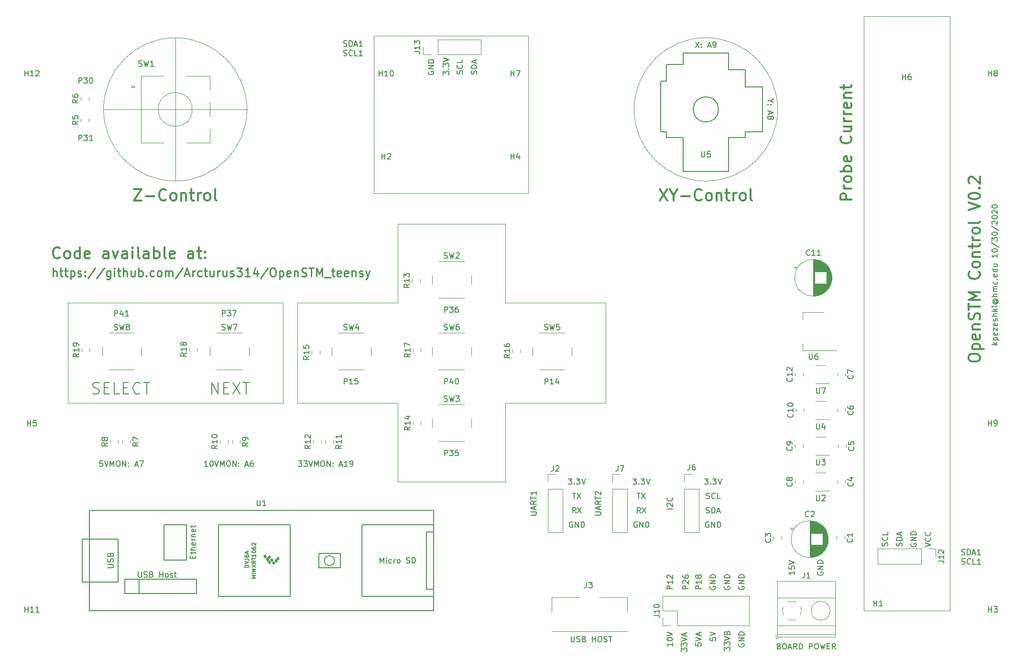
<source format=gbr>
%TF.GenerationSoftware,KiCad,Pcbnew,(5.1.6)-1*%
%TF.CreationDate,2020-11-12T15:31:55-08:00*%
%TF.ProjectId,userinterfacepcb,75736572-696e-4746-9572-666163657063,rev?*%
%TF.SameCoordinates,Original*%
%TF.FileFunction,Legend,Top*%
%TF.FilePolarity,Positive*%
%FSLAX46Y46*%
G04 Gerber Fmt 4.6, Leading zero omitted, Abs format (unit mm)*
G04 Created by KiCad (PCBNEW (5.1.6)-1) date 2020-11-12 15:31:55*
%MOMM*%
%LPD*%
G01*
G04 APERTURE LIST*
%ADD10C,0.120000*%
%ADD11C,0.250000*%
%ADD12C,0.300000*%
%ADD13C,0.150000*%
%ADD14C,0.200000*%
%ADD15C,0.100000*%
G04 APERTURE END LIST*
D10*
X113030000Y-89535000D02*
X113030000Y-90170000D01*
X151130000Y-90170000D02*
X151130000Y-89535000D01*
X148590000Y-90170000D02*
X151130000Y-90170000D01*
X148590000Y-72390000D02*
X151130000Y-72390000D01*
X208280000Y-72390000D02*
X204470000Y-72390000D01*
X208280000Y-90170000D02*
X208280000Y-72390000D01*
X190500000Y-90170000D02*
X208280000Y-90170000D01*
X190500000Y-104140000D02*
X190500000Y-90170000D01*
X171450000Y-104140000D02*
X190500000Y-104140000D01*
X171450000Y-90170000D02*
X171450000Y-104140000D01*
X153670000Y-90170000D02*
X171450000Y-90170000D01*
X153670000Y-86360000D02*
X153670000Y-90170000D01*
X153670000Y-72390000D02*
X153670000Y-86360000D01*
X171450000Y-72390000D02*
X153670000Y-72390000D01*
X171450000Y-58420000D02*
X171450000Y-72390000D01*
X190500000Y-72390000D02*
X204470000Y-72390000D01*
X190500000Y-58420000D02*
X190500000Y-72390000D01*
X171450000Y-58420000D02*
X190500000Y-58420000D01*
X238775865Y-38100000D02*
G75*
G03*
X238775865Y-38100000I-12715865J0D01*
G01*
X113030000Y-89535000D02*
X113030000Y-72390000D01*
X148590000Y-90170000D02*
X113030000Y-90170000D01*
X151130000Y-72390000D02*
X151130000Y-89535000D01*
X113030000Y-72390000D02*
X148590000Y-72390000D01*
D11*
X110465714Y-67734571D02*
X110465714Y-66234571D01*
X111108571Y-67734571D02*
X111108571Y-66948857D01*
X111037142Y-66806000D01*
X110894285Y-66734571D01*
X110680000Y-66734571D01*
X110537142Y-66806000D01*
X110465714Y-66877428D01*
X111608571Y-66734571D02*
X112180000Y-66734571D01*
X111822857Y-66234571D02*
X111822857Y-67520285D01*
X111894285Y-67663142D01*
X112037142Y-67734571D01*
X112180000Y-67734571D01*
X112465714Y-66734571D02*
X113037142Y-66734571D01*
X112680000Y-66234571D02*
X112680000Y-67520285D01*
X112751428Y-67663142D01*
X112894285Y-67734571D01*
X113037142Y-67734571D01*
X113537142Y-66734571D02*
X113537142Y-68234571D01*
X113537142Y-66806000D02*
X113680000Y-66734571D01*
X113965714Y-66734571D01*
X114108571Y-66806000D01*
X114180000Y-66877428D01*
X114251428Y-67020285D01*
X114251428Y-67448857D01*
X114180000Y-67591714D01*
X114108571Y-67663142D01*
X113965714Y-67734571D01*
X113680000Y-67734571D01*
X113537142Y-67663142D01*
X114822857Y-67663142D02*
X114965714Y-67734571D01*
X115251428Y-67734571D01*
X115394285Y-67663142D01*
X115465714Y-67520285D01*
X115465714Y-67448857D01*
X115394285Y-67306000D01*
X115251428Y-67234571D01*
X115037142Y-67234571D01*
X114894285Y-67163142D01*
X114822857Y-67020285D01*
X114822857Y-66948857D01*
X114894285Y-66806000D01*
X115037142Y-66734571D01*
X115251428Y-66734571D01*
X115394285Y-66806000D01*
X116108571Y-67591714D02*
X116180000Y-67663142D01*
X116108571Y-67734571D01*
X116037142Y-67663142D01*
X116108571Y-67591714D01*
X116108571Y-67734571D01*
X116108571Y-66806000D02*
X116180000Y-66877428D01*
X116108571Y-66948857D01*
X116037142Y-66877428D01*
X116108571Y-66806000D01*
X116108571Y-66948857D01*
X117894285Y-66163142D02*
X116608571Y-68091714D01*
X119465714Y-66163142D02*
X118180000Y-68091714D01*
X120608571Y-66734571D02*
X120608571Y-67948857D01*
X120537142Y-68091714D01*
X120465714Y-68163142D01*
X120322857Y-68234571D01*
X120108571Y-68234571D01*
X119965714Y-68163142D01*
X120608571Y-67663142D02*
X120465714Y-67734571D01*
X120180000Y-67734571D01*
X120037142Y-67663142D01*
X119965714Y-67591714D01*
X119894285Y-67448857D01*
X119894285Y-67020285D01*
X119965714Y-66877428D01*
X120037142Y-66806000D01*
X120180000Y-66734571D01*
X120465714Y-66734571D01*
X120608571Y-66806000D01*
X121322857Y-67734571D02*
X121322857Y-66734571D01*
X121322857Y-66234571D02*
X121251428Y-66306000D01*
X121322857Y-66377428D01*
X121394285Y-66306000D01*
X121322857Y-66234571D01*
X121322857Y-66377428D01*
X121822857Y-66734571D02*
X122394285Y-66734571D01*
X122037142Y-66234571D02*
X122037142Y-67520285D01*
X122108571Y-67663142D01*
X122251428Y-67734571D01*
X122394285Y-67734571D01*
X122894285Y-67734571D02*
X122894285Y-66234571D01*
X123537142Y-67734571D02*
X123537142Y-66948857D01*
X123465714Y-66806000D01*
X123322857Y-66734571D01*
X123108571Y-66734571D01*
X122965714Y-66806000D01*
X122894285Y-66877428D01*
X124894285Y-66734571D02*
X124894285Y-67734571D01*
X124251428Y-66734571D02*
X124251428Y-67520285D01*
X124322857Y-67663142D01*
X124465714Y-67734571D01*
X124680000Y-67734571D01*
X124822857Y-67663142D01*
X124894285Y-67591714D01*
X125608571Y-67734571D02*
X125608571Y-66234571D01*
X125608571Y-66806000D02*
X125751428Y-66734571D01*
X126037142Y-66734571D01*
X126180000Y-66806000D01*
X126251428Y-66877428D01*
X126322857Y-67020285D01*
X126322857Y-67448857D01*
X126251428Y-67591714D01*
X126180000Y-67663142D01*
X126037142Y-67734571D01*
X125751428Y-67734571D01*
X125608571Y-67663142D01*
X126965714Y-67591714D02*
X127037142Y-67663142D01*
X126965714Y-67734571D01*
X126894285Y-67663142D01*
X126965714Y-67591714D01*
X126965714Y-67734571D01*
X128322857Y-67663142D02*
X128180000Y-67734571D01*
X127894285Y-67734571D01*
X127751428Y-67663142D01*
X127680000Y-67591714D01*
X127608571Y-67448857D01*
X127608571Y-67020285D01*
X127680000Y-66877428D01*
X127751428Y-66806000D01*
X127894285Y-66734571D01*
X128180000Y-66734571D01*
X128322857Y-66806000D01*
X129180000Y-67734571D02*
X129037142Y-67663142D01*
X128965714Y-67591714D01*
X128894285Y-67448857D01*
X128894285Y-67020285D01*
X128965714Y-66877428D01*
X129037142Y-66806000D01*
X129180000Y-66734571D01*
X129394285Y-66734571D01*
X129537142Y-66806000D01*
X129608571Y-66877428D01*
X129680000Y-67020285D01*
X129680000Y-67448857D01*
X129608571Y-67591714D01*
X129537142Y-67663142D01*
X129394285Y-67734571D01*
X129180000Y-67734571D01*
X130322857Y-67734571D02*
X130322857Y-66734571D01*
X130322857Y-66877428D02*
X130394285Y-66806000D01*
X130537142Y-66734571D01*
X130751428Y-66734571D01*
X130894285Y-66806000D01*
X130965714Y-66948857D01*
X130965714Y-67734571D01*
X130965714Y-66948857D02*
X131037142Y-66806000D01*
X131180000Y-66734571D01*
X131394285Y-66734571D01*
X131537142Y-66806000D01*
X131608571Y-66948857D01*
X131608571Y-67734571D01*
X133394285Y-66163142D02*
X132108571Y-68091714D01*
X133822857Y-67306000D02*
X134537142Y-67306000D01*
X133680000Y-67734571D02*
X134180000Y-66234571D01*
X134680000Y-67734571D01*
X135180000Y-67734571D02*
X135180000Y-66734571D01*
X135180000Y-67020285D02*
X135251428Y-66877428D01*
X135322857Y-66806000D01*
X135465714Y-66734571D01*
X135608571Y-66734571D01*
X136751428Y-67663142D02*
X136608571Y-67734571D01*
X136322857Y-67734571D01*
X136180000Y-67663142D01*
X136108571Y-67591714D01*
X136037142Y-67448857D01*
X136037142Y-67020285D01*
X136108571Y-66877428D01*
X136180000Y-66806000D01*
X136322857Y-66734571D01*
X136608571Y-66734571D01*
X136751428Y-66806000D01*
X137180000Y-66734571D02*
X137751428Y-66734571D01*
X137394285Y-66234571D02*
X137394285Y-67520285D01*
X137465714Y-67663142D01*
X137608571Y-67734571D01*
X137751428Y-67734571D01*
X138894285Y-66734571D02*
X138894285Y-67734571D01*
X138251428Y-66734571D02*
X138251428Y-67520285D01*
X138322857Y-67663142D01*
X138465714Y-67734571D01*
X138680000Y-67734571D01*
X138822857Y-67663142D01*
X138894285Y-67591714D01*
X139608571Y-67734571D02*
X139608571Y-66734571D01*
X139608571Y-67020285D02*
X139680000Y-66877428D01*
X139751428Y-66806000D01*
X139894285Y-66734571D01*
X140037142Y-66734571D01*
X141180000Y-66734571D02*
X141180000Y-67734571D01*
X140537142Y-66734571D02*
X140537142Y-67520285D01*
X140608571Y-67663142D01*
X140751428Y-67734571D01*
X140965714Y-67734571D01*
X141108571Y-67663142D01*
X141180000Y-67591714D01*
X141822857Y-67663142D02*
X141965714Y-67734571D01*
X142251428Y-67734571D01*
X142394285Y-67663142D01*
X142465714Y-67520285D01*
X142465714Y-67448857D01*
X142394285Y-67306000D01*
X142251428Y-67234571D01*
X142037142Y-67234571D01*
X141894285Y-67163142D01*
X141822857Y-67020285D01*
X141822857Y-66948857D01*
X141894285Y-66806000D01*
X142037142Y-66734571D01*
X142251428Y-66734571D01*
X142394285Y-66806000D01*
X142965714Y-66234571D02*
X143894285Y-66234571D01*
X143394285Y-66806000D01*
X143608571Y-66806000D01*
X143751428Y-66877428D01*
X143822857Y-66948857D01*
X143894285Y-67091714D01*
X143894285Y-67448857D01*
X143822857Y-67591714D01*
X143751428Y-67663142D01*
X143608571Y-67734571D01*
X143180000Y-67734571D01*
X143037142Y-67663142D01*
X142965714Y-67591714D01*
X145322857Y-67734571D02*
X144465714Y-67734571D01*
X144894285Y-67734571D02*
X144894285Y-66234571D01*
X144751428Y-66448857D01*
X144608571Y-66591714D01*
X144465714Y-66663142D01*
X146608571Y-66734571D02*
X146608571Y-67734571D01*
X146251428Y-66163142D02*
X145894285Y-67234571D01*
X146822857Y-67234571D01*
X148465714Y-66163142D02*
X147180000Y-68091714D01*
X149251428Y-66234571D02*
X149537142Y-66234571D01*
X149680000Y-66306000D01*
X149822857Y-66448857D01*
X149894285Y-66734571D01*
X149894285Y-67234571D01*
X149822857Y-67520285D01*
X149680000Y-67663142D01*
X149537142Y-67734571D01*
X149251428Y-67734571D01*
X149108571Y-67663142D01*
X148965714Y-67520285D01*
X148894285Y-67234571D01*
X148894285Y-66734571D01*
X148965714Y-66448857D01*
X149108571Y-66306000D01*
X149251428Y-66234571D01*
X150537142Y-66734571D02*
X150537142Y-68234571D01*
X150537142Y-66806000D02*
X150680000Y-66734571D01*
X150965714Y-66734571D01*
X151108571Y-66806000D01*
X151180000Y-66877428D01*
X151251428Y-67020285D01*
X151251428Y-67448857D01*
X151180000Y-67591714D01*
X151108571Y-67663142D01*
X150965714Y-67734571D01*
X150680000Y-67734571D01*
X150537142Y-67663142D01*
X152465714Y-67663142D02*
X152322857Y-67734571D01*
X152037142Y-67734571D01*
X151894285Y-67663142D01*
X151822857Y-67520285D01*
X151822857Y-66948857D01*
X151894285Y-66806000D01*
X152037142Y-66734571D01*
X152322857Y-66734571D01*
X152465714Y-66806000D01*
X152537142Y-66948857D01*
X152537142Y-67091714D01*
X151822857Y-67234571D01*
X153180000Y-66734571D02*
X153180000Y-67734571D01*
X153180000Y-66877428D02*
X153251428Y-66806000D01*
X153394285Y-66734571D01*
X153608571Y-66734571D01*
X153751428Y-66806000D01*
X153822857Y-66948857D01*
X153822857Y-67734571D01*
X154465714Y-67663142D02*
X154680000Y-67734571D01*
X155037142Y-67734571D01*
X155180000Y-67663142D01*
X155251428Y-67591714D01*
X155322857Y-67448857D01*
X155322857Y-67306000D01*
X155251428Y-67163142D01*
X155180000Y-67091714D01*
X155037142Y-67020285D01*
X154751428Y-66948857D01*
X154608571Y-66877428D01*
X154537142Y-66806000D01*
X154465714Y-66663142D01*
X154465714Y-66520285D01*
X154537142Y-66377428D01*
X154608571Y-66306000D01*
X154751428Y-66234571D01*
X155108571Y-66234571D01*
X155322857Y-66306000D01*
X155751428Y-66234571D02*
X156608571Y-66234571D01*
X156180000Y-67734571D02*
X156180000Y-66234571D01*
X157108571Y-67734571D02*
X157108571Y-66234571D01*
X157608571Y-67306000D01*
X158108571Y-66234571D01*
X158108571Y-67734571D01*
X158465714Y-67877428D02*
X159608571Y-67877428D01*
X159751428Y-66734571D02*
X160322857Y-66734571D01*
X159965714Y-66234571D02*
X159965714Y-67520285D01*
X160037142Y-67663142D01*
X160180000Y-67734571D01*
X160322857Y-67734571D01*
X161394285Y-67663142D02*
X161251428Y-67734571D01*
X160965714Y-67734571D01*
X160822857Y-67663142D01*
X160751428Y-67520285D01*
X160751428Y-66948857D01*
X160822857Y-66806000D01*
X160965714Y-66734571D01*
X161251428Y-66734571D01*
X161394285Y-66806000D01*
X161465714Y-66948857D01*
X161465714Y-67091714D01*
X160751428Y-67234571D01*
X162680000Y-67663142D02*
X162537142Y-67734571D01*
X162251428Y-67734571D01*
X162108571Y-67663142D01*
X162037142Y-67520285D01*
X162037142Y-66948857D01*
X162108571Y-66806000D01*
X162251428Y-66734571D01*
X162537142Y-66734571D01*
X162680000Y-66806000D01*
X162751428Y-66948857D01*
X162751428Y-67091714D01*
X162037142Y-67234571D01*
X163394285Y-66734571D02*
X163394285Y-67734571D01*
X163394285Y-66877428D02*
X163465714Y-66806000D01*
X163608571Y-66734571D01*
X163822857Y-66734571D01*
X163965714Y-66806000D01*
X164037142Y-66948857D01*
X164037142Y-67734571D01*
X164680000Y-67663142D02*
X164822857Y-67734571D01*
X165108571Y-67734571D01*
X165251428Y-67663142D01*
X165322857Y-67520285D01*
X165322857Y-67448857D01*
X165251428Y-67306000D01*
X165108571Y-67234571D01*
X164894285Y-67234571D01*
X164751428Y-67163142D01*
X164680000Y-67020285D01*
X164680000Y-66948857D01*
X164751428Y-66806000D01*
X164894285Y-66734571D01*
X165108571Y-66734571D01*
X165251428Y-66806000D01*
X165822857Y-66734571D02*
X166180000Y-67734571D01*
X166537142Y-66734571D02*
X166180000Y-67734571D01*
X166037142Y-68091714D01*
X165965714Y-68163142D01*
X165822857Y-68234571D01*
D12*
X111669047Y-64341285D02*
X111573809Y-64436523D01*
X111288095Y-64531761D01*
X111097619Y-64531761D01*
X110811904Y-64436523D01*
X110621428Y-64246047D01*
X110526190Y-64055571D01*
X110430952Y-63674619D01*
X110430952Y-63388904D01*
X110526190Y-63007952D01*
X110621428Y-62817476D01*
X110811904Y-62627000D01*
X111097619Y-62531761D01*
X111288095Y-62531761D01*
X111573809Y-62627000D01*
X111669047Y-62722238D01*
X112811904Y-64531761D02*
X112621428Y-64436523D01*
X112526190Y-64341285D01*
X112430952Y-64150809D01*
X112430952Y-63579380D01*
X112526190Y-63388904D01*
X112621428Y-63293666D01*
X112811904Y-63198428D01*
X113097619Y-63198428D01*
X113288095Y-63293666D01*
X113383333Y-63388904D01*
X113478571Y-63579380D01*
X113478571Y-64150809D01*
X113383333Y-64341285D01*
X113288095Y-64436523D01*
X113097619Y-64531761D01*
X112811904Y-64531761D01*
X115192857Y-64531761D02*
X115192857Y-62531761D01*
X115192857Y-64436523D02*
X115002380Y-64531761D01*
X114621428Y-64531761D01*
X114430952Y-64436523D01*
X114335714Y-64341285D01*
X114240476Y-64150809D01*
X114240476Y-63579380D01*
X114335714Y-63388904D01*
X114430952Y-63293666D01*
X114621428Y-63198428D01*
X115002380Y-63198428D01*
X115192857Y-63293666D01*
X116907142Y-64436523D02*
X116716666Y-64531761D01*
X116335714Y-64531761D01*
X116145238Y-64436523D01*
X116050000Y-64246047D01*
X116050000Y-63484142D01*
X116145238Y-63293666D01*
X116335714Y-63198428D01*
X116716666Y-63198428D01*
X116907142Y-63293666D01*
X117002380Y-63484142D01*
X117002380Y-63674619D01*
X116050000Y-63865095D01*
X120240476Y-64531761D02*
X120240476Y-63484142D01*
X120145238Y-63293666D01*
X119954761Y-63198428D01*
X119573809Y-63198428D01*
X119383333Y-63293666D01*
X120240476Y-64436523D02*
X120050000Y-64531761D01*
X119573809Y-64531761D01*
X119383333Y-64436523D01*
X119288095Y-64246047D01*
X119288095Y-64055571D01*
X119383333Y-63865095D01*
X119573809Y-63769857D01*
X120050000Y-63769857D01*
X120240476Y-63674619D01*
X121002380Y-63198428D02*
X121478571Y-64531761D01*
X121954761Y-63198428D01*
X123573809Y-64531761D02*
X123573809Y-63484142D01*
X123478571Y-63293666D01*
X123288095Y-63198428D01*
X122907142Y-63198428D01*
X122716666Y-63293666D01*
X123573809Y-64436523D02*
X123383333Y-64531761D01*
X122907142Y-64531761D01*
X122716666Y-64436523D01*
X122621428Y-64246047D01*
X122621428Y-64055571D01*
X122716666Y-63865095D01*
X122907142Y-63769857D01*
X123383333Y-63769857D01*
X123573809Y-63674619D01*
X124526190Y-64531761D02*
X124526190Y-63198428D01*
X124526190Y-62531761D02*
X124430952Y-62627000D01*
X124526190Y-62722238D01*
X124621428Y-62627000D01*
X124526190Y-62531761D01*
X124526190Y-62722238D01*
X125764285Y-64531761D02*
X125573809Y-64436523D01*
X125478571Y-64246047D01*
X125478571Y-62531761D01*
X127383333Y-64531761D02*
X127383333Y-63484142D01*
X127288095Y-63293666D01*
X127097619Y-63198428D01*
X126716666Y-63198428D01*
X126526190Y-63293666D01*
X127383333Y-64436523D02*
X127192857Y-64531761D01*
X126716666Y-64531761D01*
X126526190Y-64436523D01*
X126430952Y-64246047D01*
X126430952Y-64055571D01*
X126526190Y-63865095D01*
X126716666Y-63769857D01*
X127192857Y-63769857D01*
X127383333Y-63674619D01*
X128335714Y-64531761D02*
X128335714Y-62531761D01*
X128335714Y-63293666D02*
X128526190Y-63198428D01*
X128907142Y-63198428D01*
X129097619Y-63293666D01*
X129192857Y-63388904D01*
X129288095Y-63579380D01*
X129288095Y-64150809D01*
X129192857Y-64341285D01*
X129097619Y-64436523D01*
X128907142Y-64531761D01*
X128526190Y-64531761D01*
X128335714Y-64436523D01*
X130430952Y-64531761D02*
X130240476Y-64436523D01*
X130145238Y-64246047D01*
X130145238Y-62531761D01*
X131954761Y-64436523D02*
X131764285Y-64531761D01*
X131383333Y-64531761D01*
X131192857Y-64436523D01*
X131097619Y-64246047D01*
X131097619Y-63484142D01*
X131192857Y-63293666D01*
X131383333Y-63198428D01*
X131764285Y-63198428D01*
X131954761Y-63293666D01*
X132050000Y-63484142D01*
X132050000Y-63674619D01*
X131097619Y-63865095D01*
X135288095Y-64531761D02*
X135288095Y-63484142D01*
X135192857Y-63293666D01*
X135002380Y-63198428D01*
X134621428Y-63198428D01*
X134430952Y-63293666D01*
X135288095Y-64436523D02*
X135097619Y-64531761D01*
X134621428Y-64531761D01*
X134430952Y-64436523D01*
X134335714Y-64246047D01*
X134335714Y-64055571D01*
X134430952Y-63865095D01*
X134621428Y-63769857D01*
X135097619Y-63769857D01*
X135288095Y-63674619D01*
X135954761Y-63198428D02*
X136716666Y-63198428D01*
X136240476Y-62531761D02*
X136240476Y-64246047D01*
X136335714Y-64436523D01*
X136526190Y-64531761D01*
X136716666Y-64531761D01*
X137383333Y-64341285D02*
X137478571Y-64436523D01*
X137383333Y-64531761D01*
X137288095Y-64436523D01*
X137383333Y-64341285D01*
X137383333Y-64531761D01*
X137383333Y-63293666D02*
X137478571Y-63388904D01*
X137383333Y-63484142D01*
X137288095Y-63388904D01*
X137383333Y-63293666D01*
X137383333Y-63484142D01*
D10*
X119380000Y-38100000D02*
X144780000Y-38100000D01*
X144780000Y-38100000D02*
G75*
G03*
X144780000Y-38100000I-12700000J0D01*
G01*
X132080000Y-25400000D02*
X132080000Y-50800000D01*
X167259000Y-25019000D02*
X167259000Y-52959000D01*
X194564000Y-25019000D02*
X167259000Y-25019000D01*
X194564000Y-52959000D02*
X194564000Y-25019000D01*
D13*
X277693380Y-79817952D02*
X276693380Y-79817952D01*
X277312428Y-79722714D02*
X277693380Y-79437000D01*
X277026714Y-79437000D02*
X277407666Y-79817952D01*
X277026714Y-79008428D02*
X278026714Y-79008428D01*
X277074333Y-79008428D02*
X277026714Y-78913190D01*
X277026714Y-78722714D01*
X277074333Y-78627476D01*
X277121952Y-78579857D01*
X277217190Y-78532238D01*
X277502904Y-78532238D01*
X277598142Y-78579857D01*
X277645761Y-78627476D01*
X277693380Y-78722714D01*
X277693380Y-78913190D01*
X277645761Y-79008428D01*
X277645761Y-77722714D02*
X277693380Y-77817952D01*
X277693380Y-78008428D01*
X277645761Y-78103666D01*
X277550523Y-78151285D01*
X277169571Y-78151285D01*
X277074333Y-78103666D01*
X277026714Y-78008428D01*
X277026714Y-77817952D01*
X277074333Y-77722714D01*
X277169571Y-77675095D01*
X277264809Y-77675095D01*
X277360047Y-78151285D01*
X277026714Y-77341761D02*
X277026714Y-76817952D01*
X277693380Y-77341761D01*
X277693380Y-76817952D01*
X277645761Y-76056047D02*
X277693380Y-76151285D01*
X277693380Y-76341761D01*
X277645761Y-76437000D01*
X277550523Y-76484619D01*
X277169571Y-76484619D01*
X277074333Y-76437000D01*
X277026714Y-76341761D01*
X277026714Y-76151285D01*
X277074333Y-76056047D01*
X277169571Y-76008428D01*
X277264809Y-76008428D01*
X277360047Y-76484619D01*
X277645761Y-75627476D02*
X277693380Y-75532238D01*
X277693380Y-75341761D01*
X277645761Y-75246523D01*
X277550523Y-75198904D01*
X277502904Y-75198904D01*
X277407666Y-75246523D01*
X277360047Y-75341761D01*
X277360047Y-75484619D01*
X277312428Y-75579857D01*
X277217190Y-75627476D01*
X277169571Y-75627476D01*
X277074333Y-75579857D01*
X277026714Y-75484619D01*
X277026714Y-75341761D01*
X277074333Y-75246523D01*
X277693380Y-74770333D02*
X276693380Y-74770333D01*
X277693380Y-74341761D02*
X277169571Y-74341761D01*
X277074333Y-74389380D01*
X277026714Y-74484619D01*
X277026714Y-74627476D01*
X277074333Y-74722714D01*
X277121952Y-74770333D01*
X277693380Y-73865571D02*
X276693380Y-73865571D01*
X277312428Y-73770333D02*
X277693380Y-73484619D01*
X277026714Y-73484619D02*
X277407666Y-73865571D01*
X277693380Y-73056047D02*
X277026714Y-73056047D01*
X276693380Y-73056047D02*
X276741000Y-73103666D01*
X276788619Y-73056047D01*
X276741000Y-73008428D01*
X276693380Y-73056047D01*
X276788619Y-73056047D01*
X277217190Y-71960809D02*
X277169571Y-72008428D01*
X277121952Y-72103666D01*
X277121952Y-72198904D01*
X277169571Y-72294142D01*
X277217190Y-72341761D01*
X277312428Y-72389380D01*
X277407666Y-72389380D01*
X277502904Y-72341761D01*
X277550523Y-72294142D01*
X277598142Y-72198904D01*
X277598142Y-72103666D01*
X277550523Y-72008428D01*
X277502904Y-71960809D01*
X277121952Y-71960809D02*
X277502904Y-71960809D01*
X277550523Y-71913190D01*
X277550523Y-71865571D01*
X277502904Y-71770333D01*
X277407666Y-71722714D01*
X277169571Y-71722714D01*
X277026714Y-71817952D01*
X276931476Y-71960809D01*
X276883857Y-72151285D01*
X276931476Y-72341761D01*
X277026714Y-72484619D01*
X277169571Y-72579857D01*
X277360047Y-72627476D01*
X277550523Y-72579857D01*
X277693380Y-72484619D01*
X277788619Y-72341761D01*
X277836238Y-72151285D01*
X277788619Y-71960809D01*
X277693380Y-71817952D01*
X277693380Y-71294142D02*
X276693380Y-71294142D01*
X277693380Y-70865571D02*
X277169571Y-70865571D01*
X277074333Y-70913190D01*
X277026714Y-71008428D01*
X277026714Y-71151285D01*
X277074333Y-71246523D01*
X277121952Y-71294142D01*
X277693380Y-70389380D02*
X277026714Y-70389380D01*
X277121952Y-70389380D02*
X277074333Y-70341761D01*
X277026714Y-70246523D01*
X277026714Y-70103666D01*
X277074333Y-70008428D01*
X277169571Y-69960809D01*
X277693380Y-69960809D01*
X277169571Y-69960809D02*
X277074333Y-69913190D01*
X277026714Y-69817952D01*
X277026714Y-69675095D01*
X277074333Y-69579857D01*
X277169571Y-69532238D01*
X277693380Y-69532238D01*
X277645761Y-68627476D02*
X277693380Y-68722714D01*
X277693380Y-68913190D01*
X277645761Y-69008428D01*
X277598142Y-69056047D01*
X277502904Y-69103666D01*
X277217190Y-69103666D01*
X277121952Y-69056047D01*
X277074333Y-69008428D01*
X277026714Y-68913190D01*
X277026714Y-68722714D01*
X277074333Y-68627476D01*
X277598142Y-68198904D02*
X277645761Y-68151285D01*
X277693380Y-68198904D01*
X277645761Y-68246523D01*
X277598142Y-68198904D01*
X277693380Y-68198904D01*
X277645761Y-67341761D02*
X277693380Y-67437000D01*
X277693380Y-67627476D01*
X277645761Y-67722714D01*
X277550523Y-67770333D01*
X277169571Y-67770333D01*
X277074333Y-67722714D01*
X277026714Y-67627476D01*
X277026714Y-67437000D01*
X277074333Y-67341761D01*
X277169571Y-67294142D01*
X277264809Y-67294142D01*
X277360047Y-67770333D01*
X277693380Y-66437000D02*
X276693380Y-66437000D01*
X277645761Y-66437000D02*
X277693380Y-66532238D01*
X277693380Y-66722714D01*
X277645761Y-66817952D01*
X277598142Y-66865571D01*
X277502904Y-66913190D01*
X277217190Y-66913190D01*
X277121952Y-66865571D01*
X277074333Y-66817952D01*
X277026714Y-66722714D01*
X277026714Y-66532238D01*
X277074333Y-66437000D01*
X277026714Y-65532238D02*
X277693380Y-65532238D01*
X277026714Y-65960809D02*
X277550523Y-65960809D01*
X277645761Y-65913190D01*
X277693380Y-65817952D01*
X277693380Y-65675095D01*
X277645761Y-65579857D01*
X277598142Y-65532238D01*
X277693380Y-63770333D02*
X277693380Y-64341761D01*
X277693380Y-64056047D02*
X276693380Y-64056047D01*
X276836238Y-64151285D01*
X276931476Y-64246523D01*
X276979095Y-64341761D01*
X276693380Y-63151285D02*
X276693380Y-63056047D01*
X276741000Y-62960809D01*
X276788619Y-62913190D01*
X276883857Y-62865571D01*
X277074333Y-62817952D01*
X277312428Y-62817952D01*
X277502904Y-62865571D01*
X277598142Y-62913190D01*
X277645761Y-62960809D01*
X277693380Y-63056047D01*
X277693380Y-63151285D01*
X277645761Y-63246523D01*
X277598142Y-63294142D01*
X277502904Y-63341761D01*
X277312428Y-63389380D01*
X277074333Y-63389380D01*
X276883857Y-63341761D01*
X276788619Y-63294142D01*
X276741000Y-63246523D01*
X276693380Y-63151285D01*
X276645761Y-61675095D02*
X277931476Y-62532238D01*
X276693380Y-61437000D02*
X276693380Y-60817952D01*
X277074333Y-61151285D01*
X277074333Y-61008428D01*
X277121952Y-60913190D01*
X277169571Y-60865571D01*
X277264809Y-60817952D01*
X277502904Y-60817952D01*
X277598142Y-60865571D01*
X277645761Y-60913190D01*
X277693380Y-61008428D01*
X277693380Y-61294142D01*
X277645761Y-61389380D01*
X277598142Y-61437000D01*
X276693380Y-60198904D02*
X276693380Y-60103666D01*
X276741000Y-60008428D01*
X276788619Y-59960809D01*
X276883857Y-59913190D01*
X277074333Y-59865571D01*
X277312428Y-59865571D01*
X277502904Y-59913190D01*
X277598142Y-59960809D01*
X277645761Y-60008428D01*
X277693380Y-60103666D01*
X277693380Y-60198904D01*
X277645761Y-60294142D01*
X277598142Y-60341761D01*
X277502904Y-60389380D01*
X277312428Y-60437000D01*
X277074333Y-60437000D01*
X276883857Y-60389380D01*
X276788619Y-60341761D01*
X276741000Y-60294142D01*
X276693380Y-60198904D01*
X276645761Y-58722714D02*
X277931476Y-59579857D01*
X276788619Y-58437000D02*
X276741000Y-58389380D01*
X276693380Y-58294142D01*
X276693380Y-58056047D01*
X276741000Y-57960809D01*
X276788619Y-57913190D01*
X276883857Y-57865571D01*
X276979095Y-57865571D01*
X277121952Y-57913190D01*
X277693380Y-58484619D01*
X277693380Y-57865571D01*
X276693380Y-57246523D02*
X276693380Y-57151285D01*
X276741000Y-57056047D01*
X276788619Y-57008428D01*
X276883857Y-56960809D01*
X277074333Y-56913190D01*
X277312428Y-56913190D01*
X277502904Y-56960809D01*
X277598142Y-57008428D01*
X277645761Y-57056047D01*
X277693380Y-57151285D01*
X277693380Y-57246523D01*
X277645761Y-57341761D01*
X277598142Y-57389380D01*
X277502904Y-57437000D01*
X277312428Y-57484619D01*
X277074333Y-57484619D01*
X276883857Y-57437000D01*
X276788619Y-57389380D01*
X276741000Y-57341761D01*
X276693380Y-57246523D01*
X276788619Y-56532238D02*
X276741000Y-56484619D01*
X276693380Y-56389380D01*
X276693380Y-56151285D01*
X276741000Y-56056047D01*
X276788619Y-56008428D01*
X276883857Y-55960809D01*
X276979095Y-55960809D01*
X277121952Y-56008428D01*
X277693380Y-56579857D01*
X277693380Y-55960809D01*
X276693380Y-55341761D02*
X276693380Y-55246523D01*
X276741000Y-55151285D01*
X276788619Y-55103666D01*
X276883857Y-55056047D01*
X277074333Y-55008428D01*
X277312428Y-55008428D01*
X277502904Y-55056047D01*
X277598142Y-55103666D01*
X277645761Y-55151285D01*
X277693380Y-55246523D01*
X277693380Y-55341761D01*
X277645761Y-55437000D01*
X277598142Y-55484619D01*
X277502904Y-55532238D01*
X277312428Y-55579857D01*
X277074333Y-55579857D01*
X276883857Y-55532238D01*
X276788619Y-55484619D01*
X276741000Y-55437000D01*
X276693380Y-55341761D01*
X239030476Y-133278571D02*
X239173333Y-133326190D01*
X239220952Y-133373809D01*
X239268571Y-133469047D01*
X239268571Y-133611904D01*
X239220952Y-133707142D01*
X239173333Y-133754761D01*
X239078095Y-133802380D01*
X238697142Y-133802380D01*
X238697142Y-132802380D01*
X239030476Y-132802380D01*
X239125714Y-132850000D01*
X239173333Y-132897619D01*
X239220952Y-132992857D01*
X239220952Y-133088095D01*
X239173333Y-133183333D01*
X239125714Y-133230952D01*
X239030476Y-133278571D01*
X238697142Y-133278571D01*
X239887619Y-132802380D02*
X240078095Y-132802380D01*
X240173333Y-132850000D01*
X240268571Y-132945238D01*
X240316190Y-133135714D01*
X240316190Y-133469047D01*
X240268571Y-133659523D01*
X240173333Y-133754761D01*
X240078095Y-133802380D01*
X239887619Y-133802380D01*
X239792380Y-133754761D01*
X239697142Y-133659523D01*
X239649523Y-133469047D01*
X239649523Y-133135714D01*
X239697142Y-132945238D01*
X239792380Y-132850000D01*
X239887619Y-132802380D01*
X240697142Y-133516666D02*
X241173333Y-133516666D01*
X240601904Y-133802380D02*
X240935238Y-132802380D01*
X241268571Y-133802380D01*
X242173333Y-133802380D02*
X241840000Y-133326190D01*
X241601904Y-133802380D02*
X241601904Y-132802380D01*
X241982857Y-132802380D01*
X242078095Y-132850000D01*
X242125714Y-132897619D01*
X242173333Y-132992857D01*
X242173333Y-133135714D01*
X242125714Y-133230952D01*
X242078095Y-133278571D01*
X241982857Y-133326190D01*
X241601904Y-133326190D01*
X242601904Y-133802380D02*
X242601904Y-132802380D01*
X242840000Y-132802380D01*
X242982857Y-132850000D01*
X243078095Y-132945238D01*
X243125714Y-133040476D01*
X243173333Y-133230952D01*
X243173333Y-133373809D01*
X243125714Y-133564285D01*
X243078095Y-133659523D01*
X242982857Y-133754761D01*
X242840000Y-133802380D01*
X242601904Y-133802380D01*
X244363809Y-133802380D02*
X244363809Y-132802380D01*
X244744761Y-132802380D01*
X244840000Y-132850000D01*
X244887619Y-132897619D01*
X244935238Y-132992857D01*
X244935238Y-133135714D01*
X244887619Y-133230952D01*
X244840000Y-133278571D01*
X244744761Y-133326190D01*
X244363809Y-133326190D01*
X245554285Y-132802380D02*
X245744761Y-132802380D01*
X245840000Y-132850000D01*
X245935238Y-132945238D01*
X245982857Y-133135714D01*
X245982857Y-133469047D01*
X245935238Y-133659523D01*
X245840000Y-133754761D01*
X245744761Y-133802380D01*
X245554285Y-133802380D01*
X245459047Y-133754761D01*
X245363809Y-133659523D01*
X245316190Y-133469047D01*
X245316190Y-133135714D01*
X245363809Y-132945238D01*
X245459047Y-132850000D01*
X245554285Y-132802380D01*
X246316190Y-132802380D02*
X246554285Y-133802380D01*
X246744761Y-133088095D01*
X246935238Y-133802380D01*
X247173333Y-132802380D01*
X247554285Y-133278571D02*
X247887619Y-133278571D01*
X248030476Y-133802380D02*
X247554285Y-133802380D01*
X247554285Y-132802380D01*
X248030476Y-132802380D01*
X249030476Y-133802380D02*
X248697142Y-133326190D01*
X248459047Y-133802380D02*
X248459047Y-132802380D01*
X248840000Y-132802380D01*
X248935238Y-132850000D01*
X248982857Y-132897619D01*
X249030476Y-132992857D01*
X249030476Y-133135714D01*
X248982857Y-133230952D01*
X248935238Y-133278571D01*
X248840000Y-133326190D01*
X248459047Y-133326190D01*
D12*
X272589761Y-82325761D02*
X272589761Y-81944809D01*
X272685000Y-81754333D01*
X272875476Y-81563857D01*
X273256428Y-81468619D01*
X273923095Y-81468619D01*
X274304047Y-81563857D01*
X274494523Y-81754333D01*
X274589761Y-81944809D01*
X274589761Y-82325761D01*
X274494523Y-82516238D01*
X274304047Y-82706714D01*
X273923095Y-82801952D01*
X273256428Y-82801952D01*
X272875476Y-82706714D01*
X272685000Y-82516238D01*
X272589761Y-82325761D01*
X273256428Y-80611476D02*
X275256428Y-80611476D01*
X273351666Y-80611476D02*
X273256428Y-80421000D01*
X273256428Y-80040047D01*
X273351666Y-79849571D01*
X273446904Y-79754333D01*
X273637380Y-79659095D01*
X274208809Y-79659095D01*
X274399285Y-79754333D01*
X274494523Y-79849571D01*
X274589761Y-80040047D01*
X274589761Y-80421000D01*
X274494523Y-80611476D01*
X274494523Y-78040047D02*
X274589761Y-78230523D01*
X274589761Y-78611476D01*
X274494523Y-78801952D01*
X274304047Y-78897190D01*
X273542142Y-78897190D01*
X273351666Y-78801952D01*
X273256428Y-78611476D01*
X273256428Y-78230523D01*
X273351666Y-78040047D01*
X273542142Y-77944809D01*
X273732619Y-77944809D01*
X273923095Y-78897190D01*
X273256428Y-77087666D02*
X274589761Y-77087666D01*
X273446904Y-77087666D02*
X273351666Y-76992428D01*
X273256428Y-76801952D01*
X273256428Y-76516238D01*
X273351666Y-76325761D01*
X273542142Y-76230523D01*
X274589761Y-76230523D01*
X274494523Y-75373380D02*
X274589761Y-75087666D01*
X274589761Y-74611476D01*
X274494523Y-74421000D01*
X274399285Y-74325761D01*
X274208809Y-74230523D01*
X274018333Y-74230523D01*
X273827857Y-74325761D01*
X273732619Y-74421000D01*
X273637380Y-74611476D01*
X273542142Y-74992428D01*
X273446904Y-75182904D01*
X273351666Y-75278142D01*
X273161190Y-75373380D01*
X272970714Y-75373380D01*
X272780238Y-75278142D01*
X272685000Y-75182904D01*
X272589761Y-74992428D01*
X272589761Y-74516238D01*
X272685000Y-74230523D01*
X272589761Y-73659095D02*
X272589761Y-72516238D01*
X274589761Y-73087666D02*
X272589761Y-73087666D01*
X274589761Y-71849571D02*
X272589761Y-71849571D01*
X274018333Y-71182904D01*
X272589761Y-70516238D01*
X274589761Y-70516238D01*
X274399285Y-66897190D02*
X274494523Y-66992428D01*
X274589761Y-67278142D01*
X274589761Y-67468619D01*
X274494523Y-67754333D01*
X274304047Y-67944809D01*
X274113571Y-68040047D01*
X273732619Y-68135285D01*
X273446904Y-68135285D01*
X273065952Y-68040047D01*
X272875476Y-67944809D01*
X272685000Y-67754333D01*
X272589761Y-67468619D01*
X272589761Y-67278142D01*
X272685000Y-66992428D01*
X272780238Y-66897190D01*
X274589761Y-65754333D02*
X274494523Y-65944809D01*
X274399285Y-66040047D01*
X274208809Y-66135285D01*
X273637380Y-66135285D01*
X273446904Y-66040047D01*
X273351666Y-65944809D01*
X273256428Y-65754333D01*
X273256428Y-65468619D01*
X273351666Y-65278142D01*
X273446904Y-65182904D01*
X273637380Y-65087666D01*
X274208809Y-65087666D01*
X274399285Y-65182904D01*
X274494523Y-65278142D01*
X274589761Y-65468619D01*
X274589761Y-65754333D01*
X273256428Y-64230523D02*
X274589761Y-64230523D01*
X273446904Y-64230523D02*
X273351666Y-64135285D01*
X273256428Y-63944809D01*
X273256428Y-63659095D01*
X273351666Y-63468619D01*
X273542142Y-63373380D01*
X274589761Y-63373380D01*
X273256428Y-62706714D02*
X273256428Y-61944809D01*
X272589761Y-62421000D02*
X274304047Y-62421000D01*
X274494523Y-62325761D01*
X274589761Y-62135285D01*
X274589761Y-61944809D01*
X274589761Y-61278142D02*
X273256428Y-61278142D01*
X273637380Y-61278142D02*
X273446904Y-61182904D01*
X273351666Y-61087666D01*
X273256428Y-60897190D01*
X273256428Y-60706714D01*
X274589761Y-59754333D02*
X274494523Y-59944809D01*
X274399285Y-60040047D01*
X274208809Y-60135285D01*
X273637380Y-60135285D01*
X273446904Y-60040047D01*
X273351666Y-59944809D01*
X273256428Y-59754333D01*
X273256428Y-59468619D01*
X273351666Y-59278142D01*
X273446904Y-59182904D01*
X273637380Y-59087666D01*
X274208809Y-59087666D01*
X274399285Y-59182904D01*
X274494523Y-59278142D01*
X274589761Y-59468619D01*
X274589761Y-59754333D01*
X274589761Y-57944809D02*
X274494523Y-58135285D01*
X274304047Y-58230523D01*
X272589761Y-58230523D01*
X272589761Y-55944809D02*
X274589761Y-55278142D01*
X272589761Y-54611476D01*
X272589761Y-53563857D02*
X272589761Y-53373380D01*
X272685000Y-53182904D01*
X272780238Y-53087666D01*
X272970714Y-52992428D01*
X273351666Y-52897190D01*
X273827857Y-52897190D01*
X274208809Y-52992428D01*
X274399285Y-53087666D01*
X274494523Y-53182904D01*
X274589761Y-53373380D01*
X274589761Y-53563857D01*
X274494523Y-53754333D01*
X274399285Y-53849571D01*
X274208809Y-53944809D01*
X273827857Y-54040047D01*
X273351666Y-54040047D01*
X272970714Y-53944809D01*
X272780238Y-53849571D01*
X272685000Y-53754333D01*
X272589761Y-53563857D01*
X274399285Y-52040047D02*
X274494523Y-51944809D01*
X274589761Y-52040047D01*
X274494523Y-52135285D01*
X274399285Y-52040047D01*
X274589761Y-52040047D01*
X272780238Y-51182904D02*
X272685000Y-51087666D01*
X272589761Y-50897190D01*
X272589761Y-50421000D01*
X272685000Y-50230523D01*
X272780238Y-50135285D01*
X272970714Y-50040047D01*
X273161190Y-50040047D01*
X273446904Y-50135285D01*
X274589761Y-51278142D01*
X274589761Y-50040047D01*
D13*
X225853809Y-103592380D02*
X226472857Y-103592380D01*
X226139523Y-103973333D01*
X226282380Y-103973333D01*
X226377619Y-104020952D01*
X226425238Y-104068571D01*
X226472857Y-104163809D01*
X226472857Y-104401904D01*
X226425238Y-104497142D01*
X226377619Y-104544761D01*
X226282380Y-104592380D01*
X225996666Y-104592380D01*
X225901428Y-104544761D01*
X225853809Y-104497142D01*
X226901428Y-104497142D02*
X226949047Y-104544761D01*
X226901428Y-104592380D01*
X226853809Y-104544761D01*
X226901428Y-104497142D01*
X226901428Y-104592380D01*
X227282380Y-103592380D02*
X227901428Y-103592380D01*
X227568095Y-103973333D01*
X227710952Y-103973333D01*
X227806190Y-104020952D01*
X227853809Y-104068571D01*
X227901428Y-104163809D01*
X227901428Y-104401904D01*
X227853809Y-104497142D01*
X227806190Y-104544761D01*
X227710952Y-104592380D01*
X227425238Y-104592380D01*
X227330000Y-104544761D01*
X227282380Y-104497142D01*
X228187142Y-103592380D02*
X228520476Y-104592380D01*
X228853809Y-103592380D01*
X203033333Y-109672380D02*
X202700000Y-109196190D01*
X202461904Y-109672380D02*
X202461904Y-108672380D01*
X202842857Y-108672380D01*
X202938095Y-108720000D01*
X202985714Y-108767619D01*
X203033333Y-108862857D01*
X203033333Y-109005714D01*
X202985714Y-109100952D01*
X202938095Y-109148571D01*
X202842857Y-109196190D01*
X202461904Y-109196190D01*
X203366666Y-108672380D02*
X204033333Y-109672380D01*
X204033333Y-108672380D02*
X203366666Y-109672380D01*
X202438095Y-111260000D02*
X202342857Y-111212380D01*
X202200000Y-111212380D01*
X202057142Y-111260000D01*
X201961904Y-111355238D01*
X201914285Y-111450476D01*
X201866666Y-111640952D01*
X201866666Y-111783809D01*
X201914285Y-111974285D01*
X201961904Y-112069523D01*
X202057142Y-112164761D01*
X202200000Y-112212380D01*
X202295238Y-112212380D01*
X202438095Y-112164761D01*
X202485714Y-112117142D01*
X202485714Y-111783809D01*
X202295238Y-111783809D01*
X202914285Y-112212380D02*
X202914285Y-111212380D01*
X203485714Y-112212380D01*
X203485714Y-111212380D01*
X203961904Y-112212380D02*
X203961904Y-111212380D01*
X204200000Y-111212380D01*
X204342857Y-111260000D01*
X204438095Y-111355238D01*
X204485714Y-111450476D01*
X204533333Y-111640952D01*
X204533333Y-111783809D01*
X204485714Y-111974285D01*
X204438095Y-112069523D01*
X204342857Y-112164761D01*
X204200000Y-112212380D01*
X203961904Y-112212380D01*
X213868095Y-106132380D02*
X214439523Y-106132380D01*
X214153809Y-107132380D02*
X214153809Y-106132380D01*
X214677619Y-106132380D02*
X215344285Y-107132380D01*
X215344285Y-106132380D02*
X214677619Y-107132380D01*
X195032380Y-110021428D02*
X195841904Y-110021428D01*
X195937142Y-109973809D01*
X195984761Y-109926190D01*
X196032380Y-109830952D01*
X196032380Y-109640476D01*
X195984761Y-109545238D01*
X195937142Y-109497619D01*
X195841904Y-109450000D01*
X195032380Y-109450000D01*
X195746666Y-109021428D02*
X195746666Y-108545238D01*
X196032380Y-109116666D02*
X195032380Y-108783333D01*
X196032380Y-108450000D01*
X196032380Y-107545238D02*
X195556190Y-107878571D01*
X196032380Y-108116666D02*
X195032380Y-108116666D01*
X195032380Y-107735714D01*
X195080000Y-107640476D01*
X195127619Y-107592857D01*
X195222857Y-107545238D01*
X195365714Y-107545238D01*
X195460952Y-107592857D01*
X195508571Y-107640476D01*
X195556190Y-107735714D01*
X195556190Y-108116666D01*
X195032380Y-107259523D02*
X195032380Y-106688095D01*
X196032380Y-106973809D02*
X195032380Y-106973809D01*
X196032380Y-105830952D02*
X196032380Y-106402380D01*
X196032380Y-106116666D02*
X195032380Y-106116666D01*
X195175238Y-106211904D01*
X195270476Y-106307142D01*
X195318095Y-106402380D01*
X221702380Y-134254666D02*
X221702380Y-133635619D01*
X222083333Y-133968952D01*
X222083333Y-133826095D01*
X222130952Y-133730857D01*
X222178571Y-133683238D01*
X222273809Y-133635619D01*
X222511904Y-133635619D01*
X222607142Y-133683238D01*
X222654761Y-133730857D01*
X222702380Y-133826095D01*
X222702380Y-134111809D01*
X222654761Y-134207047D01*
X222607142Y-134254666D01*
X221702380Y-133302285D02*
X221702380Y-132683238D01*
X222083333Y-133016571D01*
X222083333Y-132873714D01*
X222130952Y-132778476D01*
X222178571Y-132730857D01*
X222273809Y-132683238D01*
X222511904Y-132683238D01*
X222607142Y-132730857D01*
X222654761Y-132778476D01*
X222702380Y-132873714D01*
X222702380Y-133159428D01*
X222654761Y-133254666D01*
X222607142Y-133302285D01*
X221702380Y-132397523D02*
X222702380Y-132064190D01*
X221702380Y-131730857D01*
X222416666Y-131445142D02*
X222416666Y-130968952D01*
X222702380Y-131540380D02*
X221702380Y-131207047D01*
X222702380Y-130873714D01*
X226782380Y-131762476D02*
X226782380Y-132238666D01*
X227258571Y-132286285D01*
X227210952Y-132238666D01*
X227163333Y-132143428D01*
X227163333Y-131905333D01*
X227210952Y-131810095D01*
X227258571Y-131762476D01*
X227353809Y-131714857D01*
X227591904Y-131714857D01*
X227687142Y-131762476D01*
X227734761Y-131810095D01*
X227782380Y-131905333D01*
X227782380Y-132143428D01*
X227734761Y-132238666D01*
X227687142Y-132286285D01*
X226782380Y-131429142D02*
X227782380Y-131095809D01*
X226782380Y-130762476D01*
X226568095Y-111260000D02*
X226472857Y-111212380D01*
X226330000Y-111212380D01*
X226187142Y-111260000D01*
X226091904Y-111355238D01*
X226044285Y-111450476D01*
X225996666Y-111640952D01*
X225996666Y-111783809D01*
X226044285Y-111974285D01*
X226091904Y-112069523D01*
X226187142Y-112164761D01*
X226330000Y-112212380D01*
X226425238Y-112212380D01*
X226568095Y-112164761D01*
X226615714Y-112117142D01*
X226615714Y-111783809D01*
X226425238Y-111783809D01*
X227044285Y-112212380D02*
X227044285Y-111212380D01*
X227615714Y-112212380D01*
X227615714Y-111212380D01*
X228091904Y-112212380D02*
X228091904Y-111212380D01*
X228330000Y-111212380D01*
X228472857Y-111260000D01*
X228568095Y-111355238D01*
X228615714Y-111450476D01*
X228663333Y-111640952D01*
X228663333Y-111783809D01*
X228615714Y-111974285D01*
X228568095Y-112069523D01*
X228472857Y-112164761D01*
X228330000Y-112212380D01*
X228091904Y-112212380D01*
X229370000Y-122681904D02*
X229322380Y-122777142D01*
X229322380Y-122920000D01*
X229370000Y-123062857D01*
X229465238Y-123158095D01*
X229560476Y-123205714D01*
X229750952Y-123253333D01*
X229893809Y-123253333D01*
X230084285Y-123205714D01*
X230179523Y-123158095D01*
X230274761Y-123062857D01*
X230322380Y-122920000D01*
X230322380Y-122824761D01*
X230274761Y-122681904D01*
X230227142Y-122634285D01*
X229893809Y-122634285D01*
X229893809Y-122824761D01*
X230322380Y-122205714D02*
X229322380Y-122205714D01*
X230322380Y-121634285D01*
X229322380Y-121634285D01*
X230322380Y-121158095D02*
X229322380Y-121158095D01*
X229322380Y-120920000D01*
X229370000Y-120777142D01*
X229465238Y-120681904D01*
X229560476Y-120634285D01*
X229750952Y-120586666D01*
X229893809Y-120586666D01*
X230084285Y-120634285D01*
X230179523Y-120681904D01*
X230274761Y-120777142D01*
X230322380Y-120920000D01*
X230322380Y-121158095D01*
X201723809Y-103592380D02*
X202342857Y-103592380D01*
X202009523Y-103973333D01*
X202152380Y-103973333D01*
X202247619Y-104020952D01*
X202295238Y-104068571D01*
X202342857Y-104163809D01*
X202342857Y-104401904D01*
X202295238Y-104497142D01*
X202247619Y-104544761D01*
X202152380Y-104592380D01*
X201866666Y-104592380D01*
X201771428Y-104544761D01*
X201723809Y-104497142D01*
X202771428Y-104497142D02*
X202819047Y-104544761D01*
X202771428Y-104592380D01*
X202723809Y-104544761D01*
X202771428Y-104497142D01*
X202771428Y-104592380D01*
X203152380Y-103592380D02*
X203771428Y-103592380D01*
X203438095Y-103973333D01*
X203580952Y-103973333D01*
X203676190Y-104020952D01*
X203723809Y-104068571D01*
X203771428Y-104163809D01*
X203771428Y-104401904D01*
X203723809Y-104497142D01*
X203676190Y-104544761D01*
X203580952Y-104592380D01*
X203295238Y-104592380D01*
X203200000Y-104544761D01*
X203152380Y-104497142D01*
X204057142Y-103592380D02*
X204390476Y-104592380D01*
X204723809Y-103592380D01*
X220162380Y-123134285D02*
X219162380Y-123134285D01*
X219162380Y-122753333D01*
X219210000Y-122658095D01*
X219257619Y-122610476D01*
X219352857Y-122562857D01*
X219495714Y-122562857D01*
X219590952Y-122610476D01*
X219638571Y-122658095D01*
X219686190Y-122753333D01*
X219686190Y-123134285D01*
X220162380Y-121610476D02*
X220162380Y-122181904D01*
X220162380Y-121896190D02*
X219162380Y-121896190D01*
X219305238Y-121991428D01*
X219400476Y-122086666D01*
X219448095Y-122181904D01*
X219257619Y-121229523D02*
X219210000Y-121181904D01*
X219162380Y-121086666D01*
X219162380Y-120848571D01*
X219210000Y-120753333D01*
X219257619Y-120705714D01*
X219352857Y-120658095D01*
X219448095Y-120658095D01*
X219590952Y-120705714D01*
X220162380Y-121277142D01*
X220162380Y-120658095D01*
X225242380Y-123134285D02*
X224242380Y-123134285D01*
X224242380Y-122753333D01*
X224290000Y-122658095D01*
X224337619Y-122610476D01*
X224432857Y-122562857D01*
X224575714Y-122562857D01*
X224670952Y-122610476D01*
X224718571Y-122658095D01*
X224766190Y-122753333D01*
X224766190Y-123134285D01*
X225242380Y-121610476D02*
X225242380Y-122181904D01*
X225242380Y-121896190D02*
X224242380Y-121896190D01*
X224385238Y-121991428D01*
X224480476Y-122086666D01*
X224528095Y-122181904D01*
X224670952Y-121039047D02*
X224623333Y-121134285D01*
X224575714Y-121181904D01*
X224480476Y-121229523D01*
X224432857Y-121229523D01*
X224337619Y-121181904D01*
X224290000Y-121134285D01*
X224242380Y-121039047D01*
X224242380Y-120848571D01*
X224290000Y-120753333D01*
X224337619Y-120705714D01*
X224432857Y-120658095D01*
X224480476Y-120658095D01*
X224575714Y-120705714D01*
X224623333Y-120753333D01*
X224670952Y-120848571D01*
X224670952Y-121039047D01*
X224718571Y-121134285D01*
X224766190Y-121181904D01*
X224861428Y-121229523D01*
X225051904Y-121229523D01*
X225147142Y-121181904D01*
X225194761Y-121134285D01*
X225242380Y-121039047D01*
X225242380Y-120848571D01*
X225194761Y-120753333D01*
X225147142Y-120705714D01*
X225051904Y-120658095D01*
X224861428Y-120658095D01*
X224766190Y-120705714D01*
X224718571Y-120753333D01*
X224670952Y-120848571D01*
X222956380Y-123134285D02*
X221956380Y-123134285D01*
X221956380Y-122753333D01*
X222004000Y-122658095D01*
X222051619Y-122610476D01*
X222146857Y-122562857D01*
X222289714Y-122562857D01*
X222384952Y-122610476D01*
X222432571Y-122658095D01*
X222480190Y-122753333D01*
X222480190Y-123134285D01*
X222051619Y-122181904D02*
X222004000Y-122134285D01*
X221956380Y-122039047D01*
X221956380Y-121800952D01*
X222004000Y-121705714D01*
X222051619Y-121658095D01*
X222146857Y-121610476D01*
X222242095Y-121610476D01*
X222384952Y-121658095D01*
X222956380Y-122229523D01*
X222956380Y-121610476D01*
X221956380Y-120753333D02*
X221956380Y-120943809D01*
X222004000Y-121039047D01*
X222051619Y-121086666D01*
X222194476Y-121181904D01*
X222384952Y-121229523D01*
X222765904Y-121229523D01*
X222861142Y-121181904D01*
X222908761Y-121134285D01*
X222956380Y-121039047D01*
X222956380Y-120848571D01*
X222908761Y-120753333D01*
X222861142Y-120705714D01*
X222765904Y-120658095D01*
X222527809Y-120658095D01*
X222432571Y-120705714D01*
X222384952Y-120753333D01*
X222337333Y-120848571D01*
X222337333Y-121039047D01*
X222384952Y-121134285D01*
X222432571Y-121181904D01*
X222527809Y-121229523D01*
X206462380Y-110021428D02*
X207271904Y-110021428D01*
X207367142Y-109973809D01*
X207414761Y-109926190D01*
X207462380Y-109830952D01*
X207462380Y-109640476D01*
X207414761Y-109545238D01*
X207367142Y-109497619D01*
X207271904Y-109450000D01*
X206462380Y-109450000D01*
X207176666Y-109021428D02*
X207176666Y-108545238D01*
X207462380Y-109116666D02*
X206462380Y-108783333D01*
X207462380Y-108450000D01*
X207462380Y-107545238D02*
X206986190Y-107878571D01*
X207462380Y-108116666D02*
X206462380Y-108116666D01*
X206462380Y-107735714D01*
X206510000Y-107640476D01*
X206557619Y-107592857D01*
X206652857Y-107545238D01*
X206795714Y-107545238D01*
X206890952Y-107592857D01*
X206938571Y-107640476D01*
X206986190Y-107735714D01*
X206986190Y-108116666D01*
X206462380Y-107259523D02*
X206462380Y-106688095D01*
X207462380Y-106973809D02*
X206462380Y-106973809D01*
X206557619Y-106402380D02*
X206510000Y-106354761D01*
X206462380Y-106259523D01*
X206462380Y-106021428D01*
X206510000Y-105926190D01*
X206557619Y-105878571D01*
X206652857Y-105830952D01*
X206748095Y-105830952D01*
X206890952Y-105878571D01*
X207462380Y-106450000D01*
X207462380Y-105830952D01*
X226830000Y-122681904D02*
X226782380Y-122777142D01*
X226782380Y-122920000D01*
X226830000Y-123062857D01*
X226925238Y-123158095D01*
X227020476Y-123205714D01*
X227210952Y-123253333D01*
X227353809Y-123253333D01*
X227544285Y-123205714D01*
X227639523Y-123158095D01*
X227734761Y-123062857D01*
X227782380Y-122920000D01*
X227782380Y-122824761D01*
X227734761Y-122681904D01*
X227687142Y-122634285D01*
X227353809Y-122634285D01*
X227353809Y-122824761D01*
X227782380Y-122205714D02*
X226782380Y-122205714D01*
X227782380Y-121634285D01*
X226782380Y-121634285D01*
X227782380Y-121158095D02*
X226782380Y-121158095D01*
X226782380Y-120920000D01*
X226830000Y-120777142D01*
X226925238Y-120681904D01*
X227020476Y-120634285D01*
X227210952Y-120586666D01*
X227353809Y-120586666D01*
X227544285Y-120634285D01*
X227639523Y-120681904D01*
X227734761Y-120777142D01*
X227782380Y-120920000D01*
X227782380Y-121158095D01*
X229322380Y-134072095D02*
X229322380Y-133453047D01*
X229703333Y-133786380D01*
X229703333Y-133643523D01*
X229750952Y-133548285D01*
X229798571Y-133500666D01*
X229893809Y-133453047D01*
X230131904Y-133453047D01*
X230227142Y-133500666D01*
X230274761Y-133548285D01*
X230322380Y-133643523D01*
X230322380Y-133929238D01*
X230274761Y-134024476D01*
X230227142Y-134072095D01*
X229322380Y-133119714D02*
X229322380Y-132500666D01*
X229703333Y-132834000D01*
X229703333Y-132691142D01*
X229750952Y-132595904D01*
X229798571Y-132548285D01*
X229893809Y-132500666D01*
X230131904Y-132500666D01*
X230227142Y-132548285D01*
X230274761Y-132595904D01*
X230322380Y-132691142D01*
X230322380Y-132976857D01*
X230274761Y-133072095D01*
X230227142Y-133119714D01*
X229322380Y-132214952D02*
X230322380Y-131881619D01*
X229322380Y-131548285D01*
X229798571Y-130881619D02*
X229846190Y-130738761D01*
X229893809Y-130691142D01*
X229989047Y-130643523D01*
X230131904Y-130643523D01*
X230227142Y-130691142D01*
X230274761Y-130738761D01*
X230322380Y-130834000D01*
X230322380Y-131214952D01*
X229322380Y-131214952D01*
X229322380Y-130881619D01*
X229370000Y-130786380D01*
X229417619Y-130738761D01*
X229512857Y-130691142D01*
X229608095Y-130691142D01*
X229703333Y-130738761D01*
X229750952Y-130786380D01*
X229798571Y-130881619D01*
X229798571Y-131214952D01*
X224242380Y-132699047D02*
X224242380Y-133175238D01*
X224718571Y-133222857D01*
X224670952Y-133175238D01*
X224623333Y-133080000D01*
X224623333Y-132841904D01*
X224670952Y-132746666D01*
X224718571Y-132699047D01*
X224813809Y-132651428D01*
X225051904Y-132651428D01*
X225147142Y-132699047D01*
X225194761Y-132746666D01*
X225242380Y-132841904D01*
X225242380Y-133080000D01*
X225194761Y-133175238D01*
X225147142Y-133222857D01*
X224242380Y-132365714D02*
X225242380Y-132032380D01*
X224242380Y-131699047D01*
X224956666Y-131413333D02*
X224956666Y-130937142D01*
X225242380Y-131508571D02*
X224242380Y-131175238D01*
X225242380Y-130841904D01*
X220162380Y-132699047D02*
X220162380Y-133270476D01*
X220162380Y-132984761D02*
X219162380Y-132984761D01*
X219305238Y-133080000D01*
X219400476Y-133175238D01*
X219448095Y-133270476D01*
X219162380Y-132080000D02*
X219162380Y-131984761D01*
X219210000Y-131889523D01*
X219257619Y-131841904D01*
X219352857Y-131794285D01*
X219543333Y-131746666D01*
X219781428Y-131746666D01*
X219971904Y-131794285D01*
X220067142Y-131841904D01*
X220114761Y-131889523D01*
X220162380Y-131984761D01*
X220162380Y-132080000D01*
X220114761Y-132175238D01*
X220067142Y-132222857D01*
X219971904Y-132270476D01*
X219781428Y-132318095D01*
X219543333Y-132318095D01*
X219352857Y-132270476D01*
X219257619Y-132222857D01*
X219210000Y-132175238D01*
X219162380Y-132080000D01*
X219162380Y-131460952D02*
X220162380Y-131127619D01*
X219162380Y-130794285D01*
X202192380Y-131532380D02*
X202192380Y-132341904D01*
X202240000Y-132437142D01*
X202287619Y-132484761D01*
X202382857Y-132532380D01*
X202573333Y-132532380D01*
X202668571Y-132484761D01*
X202716190Y-132437142D01*
X202763809Y-132341904D01*
X202763809Y-131532380D01*
X203192380Y-132484761D02*
X203335238Y-132532380D01*
X203573333Y-132532380D01*
X203668571Y-132484761D01*
X203716190Y-132437142D01*
X203763809Y-132341904D01*
X203763809Y-132246666D01*
X203716190Y-132151428D01*
X203668571Y-132103809D01*
X203573333Y-132056190D01*
X203382857Y-132008571D01*
X203287619Y-131960952D01*
X203240000Y-131913333D01*
X203192380Y-131818095D01*
X203192380Y-131722857D01*
X203240000Y-131627619D01*
X203287619Y-131580000D01*
X203382857Y-131532380D01*
X203620952Y-131532380D01*
X203763809Y-131580000D01*
X204525714Y-132008571D02*
X204668571Y-132056190D01*
X204716190Y-132103809D01*
X204763809Y-132199047D01*
X204763809Y-132341904D01*
X204716190Y-132437142D01*
X204668571Y-132484761D01*
X204573333Y-132532380D01*
X204192380Y-132532380D01*
X204192380Y-131532380D01*
X204525714Y-131532380D01*
X204620952Y-131580000D01*
X204668571Y-131627619D01*
X204716190Y-131722857D01*
X204716190Y-131818095D01*
X204668571Y-131913333D01*
X204620952Y-131960952D01*
X204525714Y-132008571D01*
X204192380Y-132008571D01*
X205954285Y-132532380D02*
X205954285Y-131532380D01*
X205954285Y-132008571D02*
X206525714Y-132008571D01*
X206525714Y-132532380D02*
X206525714Y-131532380D01*
X207192380Y-131532380D02*
X207382857Y-131532380D01*
X207478095Y-131580000D01*
X207573333Y-131675238D01*
X207620952Y-131865714D01*
X207620952Y-132199047D01*
X207573333Y-132389523D01*
X207478095Y-132484761D01*
X207382857Y-132532380D01*
X207192380Y-132532380D01*
X207097142Y-132484761D01*
X207001904Y-132389523D01*
X206954285Y-132199047D01*
X206954285Y-131865714D01*
X207001904Y-131675238D01*
X207097142Y-131580000D01*
X207192380Y-131532380D01*
X208001904Y-132484761D02*
X208144761Y-132532380D01*
X208382857Y-132532380D01*
X208478095Y-132484761D01*
X208525714Y-132437142D01*
X208573333Y-132341904D01*
X208573333Y-132246666D01*
X208525714Y-132151428D01*
X208478095Y-132103809D01*
X208382857Y-132056190D01*
X208192380Y-132008571D01*
X208097142Y-131960952D01*
X208049523Y-131913333D01*
X208001904Y-131818095D01*
X208001904Y-131722857D01*
X208049523Y-131627619D01*
X208097142Y-131580000D01*
X208192380Y-131532380D01*
X208430476Y-131532380D01*
X208573333Y-131580000D01*
X208859047Y-131532380D02*
X209430476Y-131532380D01*
X209144761Y-132532380D02*
X209144761Y-131532380D01*
X245880000Y-120141904D02*
X245832380Y-120237142D01*
X245832380Y-120380000D01*
X245880000Y-120522857D01*
X245975238Y-120618095D01*
X246070476Y-120665714D01*
X246260952Y-120713333D01*
X246403809Y-120713333D01*
X246594285Y-120665714D01*
X246689523Y-120618095D01*
X246784761Y-120522857D01*
X246832380Y-120380000D01*
X246832380Y-120284761D01*
X246784761Y-120141904D01*
X246737142Y-120094285D01*
X246403809Y-120094285D01*
X246403809Y-120284761D01*
X246832380Y-119665714D02*
X245832380Y-119665714D01*
X246832380Y-119094285D01*
X245832380Y-119094285D01*
X246832380Y-118618095D02*
X245832380Y-118618095D01*
X245832380Y-118380000D01*
X245880000Y-118237142D01*
X245975238Y-118141904D01*
X246070476Y-118094285D01*
X246260952Y-118046666D01*
X246403809Y-118046666D01*
X246594285Y-118094285D01*
X246689523Y-118141904D01*
X246784761Y-118237142D01*
X246832380Y-118380000D01*
X246832380Y-118618095D01*
X241752380Y-119999047D02*
X241752380Y-120570476D01*
X241752380Y-120284761D02*
X240752380Y-120284761D01*
X240895238Y-120380000D01*
X240990476Y-120475238D01*
X241038095Y-120570476D01*
X240752380Y-119094285D02*
X240752380Y-119570476D01*
X241228571Y-119618095D01*
X241180952Y-119570476D01*
X241133333Y-119475238D01*
X241133333Y-119237142D01*
X241180952Y-119141904D01*
X241228571Y-119094285D01*
X241323809Y-119046666D01*
X241561904Y-119046666D01*
X241657142Y-119094285D01*
X241704761Y-119141904D01*
X241752380Y-119237142D01*
X241752380Y-119475238D01*
X241704761Y-119570476D01*
X241657142Y-119618095D01*
X240752380Y-118760952D02*
X241752380Y-118427619D01*
X240752380Y-118094285D01*
D12*
X251856761Y-54116619D02*
X249856761Y-54116619D01*
X249856761Y-53354714D01*
X249952000Y-53164238D01*
X250047238Y-53069000D01*
X250237714Y-52973761D01*
X250523428Y-52973761D01*
X250713904Y-53069000D01*
X250809142Y-53164238D01*
X250904380Y-53354714D01*
X250904380Y-54116619D01*
X251856761Y-52116619D02*
X250523428Y-52116619D01*
X250904380Y-52116619D02*
X250713904Y-52021380D01*
X250618666Y-51926142D01*
X250523428Y-51735666D01*
X250523428Y-51545190D01*
X251856761Y-50592809D02*
X251761523Y-50783285D01*
X251666285Y-50878523D01*
X251475809Y-50973761D01*
X250904380Y-50973761D01*
X250713904Y-50878523D01*
X250618666Y-50783285D01*
X250523428Y-50592809D01*
X250523428Y-50307095D01*
X250618666Y-50116619D01*
X250713904Y-50021380D01*
X250904380Y-49926142D01*
X251475809Y-49926142D01*
X251666285Y-50021380D01*
X251761523Y-50116619D01*
X251856761Y-50307095D01*
X251856761Y-50592809D01*
X251856761Y-49069000D02*
X249856761Y-49069000D01*
X250618666Y-49069000D02*
X250523428Y-48878523D01*
X250523428Y-48497571D01*
X250618666Y-48307095D01*
X250713904Y-48211857D01*
X250904380Y-48116619D01*
X251475809Y-48116619D01*
X251666285Y-48211857D01*
X251761523Y-48307095D01*
X251856761Y-48497571D01*
X251856761Y-48878523D01*
X251761523Y-49069000D01*
X251761523Y-46497571D02*
X251856761Y-46688047D01*
X251856761Y-47069000D01*
X251761523Y-47259476D01*
X251571047Y-47354714D01*
X250809142Y-47354714D01*
X250618666Y-47259476D01*
X250523428Y-47069000D01*
X250523428Y-46688047D01*
X250618666Y-46497571D01*
X250809142Y-46402333D01*
X250999619Y-46402333D01*
X251190095Y-47354714D01*
X251666285Y-42878523D02*
X251761523Y-42973761D01*
X251856761Y-43259476D01*
X251856761Y-43449952D01*
X251761523Y-43735666D01*
X251571047Y-43926142D01*
X251380571Y-44021380D01*
X250999619Y-44116619D01*
X250713904Y-44116619D01*
X250332952Y-44021380D01*
X250142476Y-43926142D01*
X249952000Y-43735666D01*
X249856761Y-43449952D01*
X249856761Y-43259476D01*
X249952000Y-42973761D01*
X250047238Y-42878523D01*
X250523428Y-41164238D02*
X251856761Y-41164238D01*
X250523428Y-42021380D02*
X251571047Y-42021380D01*
X251761523Y-41926142D01*
X251856761Y-41735666D01*
X251856761Y-41449952D01*
X251761523Y-41259476D01*
X251666285Y-41164238D01*
X251856761Y-40211857D02*
X250523428Y-40211857D01*
X250904380Y-40211857D02*
X250713904Y-40116619D01*
X250618666Y-40021380D01*
X250523428Y-39830904D01*
X250523428Y-39640428D01*
X251856761Y-38973761D02*
X250523428Y-38973761D01*
X250904380Y-38973761D02*
X250713904Y-38878523D01*
X250618666Y-38783285D01*
X250523428Y-38592809D01*
X250523428Y-38402333D01*
X251761523Y-36973761D02*
X251856761Y-37164238D01*
X251856761Y-37545190D01*
X251761523Y-37735666D01*
X251571047Y-37830904D01*
X250809142Y-37830904D01*
X250618666Y-37735666D01*
X250523428Y-37545190D01*
X250523428Y-37164238D01*
X250618666Y-36973761D01*
X250809142Y-36878523D01*
X250999619Y-36878523D01*
X251190095Y-37830904D01*
X250523428Y-36021380D02*
X251856761Y-36021380D01*
X250713904Y-36021380D02*
X250618666Y-35926142D01*
X250523428Y-35735666D01*
X250523428Y-35449952D01*
X250618666Y-35259476D01*
X250809142Y-35164238D01*
X251856761Y-35164238D01*
X250523428Y-34497571D02*
X250523428Y-33735666D01*
X249856761Y-34211857D02*
X251571047Y-34211857D01*
X251761523Y-34116619D01*
X251856761Y-33926142D01*
X251856761Y-33735666D01*
D13*
X226139523Y-107084761D02*
X226282380Y-107132380D01*
X226520476Y-107132380D01*
X226615714Y-107084761D01*
X226663333Y-107037142D01*
X226710952Y-106941904D01*
X226710952Y-106846666D01*
X226663333Y-106751428D01*
X226615714Y-106703809D01*
X226520476Y-106656190D01*
X226330000Y-106608571D01*
X226234761Y-106560952D01*
X226187142Y-106513333D01*
X226139523Y-106418095D01*
X226139523Y-106322857D01*
X226187142Y-106227619D01*
X226234761Y-106180000D01*
X226330000Y-106132380D01*
X226568095Y-106132380D01*
X226710952Y-106180000D01*
X227710952Y-107037142D02*
X227663333Y-107084761D01*
X227520476Y-107132380D01*
X227425238Y-107132380D01*
X227282380Y-107084761D01*
X227187142Y-106989523D01*
X227139523Y-106894285D01*
X227091904Y-106703809D01*
X227091904Y-106560952D01*
X227139523Y-106370476D01*
X227187142Y-106275238D01*
X227282380Y-106180000D01*
X227425238Y-106132380D01*
X227520476Y-106132380D01*
X227663333Y-106180000D01*
X227710952Y-106227619D01*
X228615714Y-107132380D02*
X228139523Y-107132380D01*
X228139523Y-106132380D01*
X226115714Y-109624761D02*
X226258571Y-109672380D01*
X226496666Y-109672380D01*
X226591904Y-109624761D01*
X226639523Y-109577142D01*
X226687142Y-109481904D01*
X226687142Y-109386666D01*
X226639523Y-109291428D01*
X226591904Y-109243809D01*
X226496666Y-109196190D01*
X226306190Y-109148571D01*
X226210952Y-109100952D01*
X226163333Y-109053333D01*
X226115714Y-108958095D01*
X226115714Y-108862857D01*
X226163333Y-108767619D01*
X226210952Y-108720000D01*
X226306190Y-108672380D01*
X226544285Y-108672380D01*
X226687142Y-108720000D01*
X227115714Y-109672380D02*
X227115714Y-108672380D01*
X227353809Y-108672380D01*
X227496666Y-108720000D01*
X227591904Y-108815238D01*
X227639523Y-108910476D01*
X227687142Y-109100952D01*
X227687142Y-109243809D01*
X227639523Y-109434285D01*
X227591904Y-109529523D01*
X227496666Y-109624761D01*
X227353809Y-109672380D01*
X227115714Y-109672380D01*
X228068095Y-109386666D02*
X228544285Y-109386666D01*
X227972857Y-109672380D02*
X228306190Y-108672380D01*
X228639523Y-109672380D01*
X213153809Y-103592380D02*
X213772857Y-103592380D01*
X213439523Y-103973333D01*
X213582380Y-103973333D01*
X213677619Y-104020952D01*
X213725238Y-104068571D01*
X213772857Y-104163809D01*
X213772857Y-104401904D01*
X213725238Y-104497142D01*
X213677619Y-104544761D01*
X213582380Y-104592380D01*
X213296666Y-104592380D01*
X213201428Y-104544761D01*
X213153809Y-104497142D01*
X214201428Y-104497142D02*
X214249047Y-104544761D01*
X214201428Y-104592380D01*
X214153809Y-104544761D01*
X214201428Y-104497142D01*
X214201428Y-104592380D01*
X214582380Y-103592380D02*
X215201428Y-103592380D01*
X214868095Y-103973333D01*
X215010952Y-103973333D01*
X215106190Y-104020952D01*
X215153809Y-104068571D01*
X215201428Y-104163809D01*
X215201428Y-104401904D01*
X215153809Y-104497142D01*
X215106190Y-104544761D01*
X215010952Y-104592380D01*
X214725238Y-104592380D01*
X214630000Y-104544761D01*
X214582380Y-104497142D01*
X215487142Y-103592380D02*
X215820476Y-104592380D01*
X216153809Y-103592380D01*
X214463333Y-109672380D02*
X214130000Y-109196190D01*
X213891904Y-109672380D02*
X213891904Y-108672380D01*
X214272857Y-108672380D01*
X214368095Y-108720000D01*
X214415714Y-108767619D01*
X214463333Y-108862857D01*
X214463333Y-109005714D01*
X214415714Y-109100952D01*
X214368095Y-109148571D01*
X214272857Y-109196190D01*
X213891904Y-109196190D01*
X214796666Y-108672380D02*
X215463333Y-109672380D01*
X215463333Y-108672380D02*
X214796666Y-109672380D01*
X202438095Y-106132380D02*
X203009523Y-106132380D01*
X202723809Y-107132380D02*
X202723809Y-106132380D01*
X203247619Y-106132380D02*
X203914285Y-107132380D01*
X203914285Y-106132380D02*
X203247619Y-107132380D01*
X220162380Y-108926190D02*
X219162380Y-108926190D01*
X219257619Y-108497619D02*
X219210000Y-108450000D01*
X219162380Y-108354761D01*
X219162380Y-108116666D01*
X219210000Y-108021428D01*
X219257619Y-107973809D01*
X219352857Y-107926190D01*
X219448095Y-107926190D01*
X219590952Y-107973809D01*
X220162380Y-108545238D01*
X220162380Y-107926190D01*
X220067142Y-106926190D02*
X220114761Y-106973809D01*
X220162380Y-107116666D01*
X220162380Y-107211904D01*
X220114761Y-107354761D01*
X220019523Y-107450000D01*
X219924285Y-107497619D01*
X219733809Y-107545238D01*
X219590952Y-107545238D01*
X219400476Y-107497619D01*
X219305238Y-107450000D01*
X219210000Y-107354761D01*
X219162380Y-107211904D01*
X219162380Y-107116666D01*
X219210000Y-106973809D01*
X219257619Y-106926190D01*
X213868095Y-111260000D02*
X213772857Y-111212380D01*
X213630000Y-111212380D01*
X213487142Y-111260000D01*
X213391904Y-111355238D01*
X213344285Y-111450476D01*
X213296666Y-111640952D01*
X213296666Y-111783809D01*
X213344285Y-111974285D01*
X213391904Y-112069523D01*
X213487142Y-112164761D01*
X213630000Y-112212380D01*
X213725238Y-112212380D01*
X213868095Y-112164761D01*
X213915714Y-112117142D01*
X213915714Y-111783809D01*
X213725238Y-111783809D01*
X214344285Y-112212380D02*
X214344285Y-111212380D01*
X214915714Y-112212380D01*
X214915714Y-111212380D01*
X215391904Y-112212380D02*
X215391904Y-111212380D01*
X215630000Y-111212380D01*
X215772857Y-111260000D01*
X215868095Y-111355238D01*
X215915714Y-111450476D01*
X215963333Y-111640952D01*
X215963333Y-111783809D01*
X215915714Y-111974285D01*
X215868095Y-112069523D01*
X215772857Y-112164761D01*
X215630000Y-112212380D01*
X215391904Y-112212380D01*
X185443761Y-31821285D02*
X185491380Y-31678428D01*
X185491380Y-31440333D01*
X185443761Y-31345095D01*
X185396142Y-31297476D01*
X185300904Y-31249857D01*
X185205666Y-31249857D01*
X185110428Y-31297476D01*
X185062809Y-31345095D01*
X185015190Y-31440333D01*
X184967571Y-31630809D01*
X184919952Y-31726047D01*
X184872333Y-31773666D01*
X184777095Y-31821285D01*
X184681857Y-31821285D01*
X184586619Y-31773666D01*
X184539000Y-31726047D01*
X184491380Y-31630809D01*
X184491380Y-31392714D01*
X184539000Y-31249857D01*
X185491380Y-30821285D02*
X184491380Y-30821285D01*
X184491380Y-30583190D01*
X184539000Y-30440333D01*
X184634238Y-30345095D01*
X184729476Y-30297476D01*
X184919952Y-30249857D01*
X185062809Y-30249857D01*
X185253285Y-30297476D01*
X185348523Y-30345095D01*
X185443761Y-30440333D01*
X185491380Y-30583190D01*
X185491380Y-30821285D01*
X185205666Y-29868904D02*
X185205666Y-29392714D01*
X185491380Y-29964142D02*
X184491380Y-29630809D01*
X185491380Y-29297476D01*
X260754761Y-115514285D02*
X260802380Y-115371428D01*
X260802380Y-115133333D01*
X260754761Y-115038095D01*
X260707142Y-114990476D01*
X260611904Y-114942857D01*
X260516666Y-114942857D01*
X260421428Y-114990476D01*
X260373809Y-115038095D01*
X260326190Y-115133333D01*
X260278571Y-115323809D01*
X260230952Y-115419047D01*
X260183333Y-115466666D01*
X260088095Y-115514285D01*
X259992857Y-115514285D01*
X259897619Y-115466666D01*
X259850000Y-115419047D01*
X259802380Y-115323809D01*
X259802380Y-115085714D01*
X259850000Y-114942857D01*
X260802380Y-114514285D02*
X259802380Y-114514285D01*
X259802380Y-114276190D01*
X259850000Y-114133333D01*
X259945238Y-114038095D01*
X260040476Y-113990476D01*
X260230952Y-113942857D01*
X260373809Y-113942857D01*
X260564285Y-113990476D01*
X260659523Y-114038095D01*
X260754761Y-114133333D01*
X260802380Y-114276190D01*
X260802380Y-114514285D01*
X260516666Y-113561904D02*
X260516666Y-113085714D01*
X260802380Y-113657142D02*
X259802380Y-113323809D01*
X260802380Y-112990476D01*
D14*
X138541523Y-88534761D02*
X138541523Y-86534761D01*
X139684380Y-88534761D01*
X139684380Y-86534761D01*
X140636761Y-87487142D02*
X141303428Y-87487142D01*
X141589142Y-88534761D02*
X140636761Y-88534761D01*
X140636761Y-86534761D01*
X141589142Y-86534761D01*
X142255809Y-86534761D02*
X143589142Y-88534761D01*
X143589142Y-86534761D02*
X142255809Y-88534761D01*
X144065333Y-86534761D02*
X145208190Y-86534761D01*
X144636761Y-88534761D02*
X144636761Y-86534761D01*
D13*
X264882380Y-115633333D02*
X265882380Y-115300000D01*
X264882380Y-114966666D01*
X265787142Y-114061904D02*
X265834761Y-114109523D01*
X265882380Y-114252380D01*
X265882380Y-114347619D01*
X265834761Y-114490476D01*
X265739523Y-114585714D01*
X265644285Y-114633333D01*
X265453809Y-114680952D01*
X265310952Y-114680952D01*
X265120476Y-114633333D01*
X265025238Y-114585714D01*
X264930000Y-114490476D01*
X264882380Y-114347619D01*
X264882380Y-114252380D01*
X264930000Y-114109523D01*
X264977619Y-114061904D01*
X265787142Y-113061904D02*
X265834761Y-113109523D01*
X265882380Y-113252380D01*
X265882380Y-113347619D01*
X265834761Y-113490476D01*
X265739523Y-113585714D01*
X265644285Y-113633333D01*
X265453809Y-113680952D01*
X265310952Y-113680952D01*
X265120476Y-113633333D01*
X265025238Y-113585714D01*
X264930000Y-113490476D01*
X264882380Y-113347619D01*
X264882380Y-113252380D01*
X264930000Y-113109523D01*
X264977619Y-113061904D01*
D12*
X124746666Y-52244761D02*
X126080000Y-52244761D01*
X124746666Y-54244761D01*
X126080000Y-54244761D01*
X126841904Y-53482857D02*
X128365714Y-53482857D01*
X130460952Y-54054285D02*
X130365714Y-54149523D01*
X130080000Y-54244761D01*
X129889523Y-54244761D01*
X129603809Y-54149523D01*
X129413333Y-53959047D01*
X129318095Y-53768571D01*
X129222857Y-53387619D01*
X129222857Y-53101904D01*
X129318095Y-52720952D01*
X129413333Y-52530476D01*
X129603809Y-52340000D01*
X129889523Y-52244761D01*
X130080000Y-52244761D01*
X130365714Y-52340000D01*
X130460952Y-52435238D01*
X131603809Y-54244761D02*
X131413333Y-54149523D01*
X131318095Y-54054285D01*
X131222857Y-53863809D01*
X131222857Y-53292380D01*
X131318095Y-53101904D01*
X131413333Y-53006666D01*
X131603809Y-52911428D01*
X131889523Y-52911428D01*
X132080000Y-53006666D01*
X132175238Y-53101904D01*
X132270476Y-53292380D01*
X132270476Y-53863809D01*
X132175238Y-54054285D01*
X132080000Y-54149523D01*
X131889523Y-54244761D01*
X131603809Y-54244761D01*
X133127619Y-52911428D02*
X133127619Y-54244761D01*
X133127619Y-53101904D02*
X133222857Y-53006666D01*
X133413333Y-52911428D01*
X133699047Y-52911428D01*
X133889523Y-53006666D01*
X133984761Y-53197142D01*
X133984761Y-54244761D01*
X134651428Y-52911428D02*
X135413333Y-52911428D01*
X134937142Y-52244761D02*
X134937142Y-53959047D01*
X135032380Y-54149523D01*
X135222857Y-54244761D01*
X135413333Y-54244761D01*
X136080000Y-54244761D02*
X136080000Y-52911428D01*
X136080000Y-53292380D02*
X136175238Y-53101904D01*
X136270476Y-53006666D01*
X136460952Y-52911428D01*
X136651428Y-52911428D01*
X137603809Y-54244761D02*
X137413333Y-54149523D01*
X137318095Y-54054285D01*
X137222857Y-53863809D01*
X137222857Y-53292380D01*
X137318095Y-53101904D01*
X137413333Y-53006666D01*
X137603809Y-52911428D01*
X137889523Y-52911428D01*
X138080000Y-53006666D01*
X138175238Y-53101904D01*
X138270476Y-53292380D01*
X138270476Y-53863809D01*
X138175238Y-54054285D01*
X138080000Y-54149523D01*
X137889523Y-54244761D01*
X137603809Y-54244761D01*
X139413333Y-54244761D02*
X139222857Y-54149523D01*
X139127619Y-53959047D01*
X139127619Y-52244761D01*
D13*
X179538380Y-31956190D02*
X179538380Y-31337142D01*
X179919333Y-31670476D01*
X179919333Y-31527619D01*
X179966952Y-31432380D01*
X180014571Y-31384761D01*
X180109809Y-31337142D01*
X180347904Y-31337142D01*
X180443142Y-31384761D01*
X180490761Y-31432380D01*
X180538380Y-31527619D01*
X180538380Y-31813333D01*
X180490761Y-31908571D01*
X180443142Y-31956190D01*
X180443142Y-30908571D02*
X180490761Y-30860952D01*
X180538380Y-30908571D01*
X180490761Y-30956190D01*
X180443142Y-30908571D01*
X180538380Y-30908571D01*
X179538380Y-30527619D02*
X179538380Y-29908571D01*
X179919333Y-30241904D01*
X179919333Y-30099047D01*
X179966952Y-30003809D01*
X180014571Y-29956190D01*
X180109809Y-29908571D01*
X180347904Y-29908571D01*
X180443142Y-29956190D01*
X180490761Y-30003809D01*
X180538380Y-30099047D01*
X180538380Y-30384761D01*
X180490761Y-30480000D01*
X180443142Y-30527619D01*
X179538380Y-29622857D02*
X180538380Y-29289523D01*
X179538380Y-28956190D01*
X258214761Y-115490476D02*
X258262380Y-115347619D01*
X258262380Y-115109523D01*
X258214761Y-115014285D01*
X258167142Y-114966666D01*
X258071904Y-114919047D01*
X257976666Y-114919047D01*
X257881428Y-114966666D01*
X257833809Y-115014285D01*
X257786190Y-115109523D01*
X257738571Y-115300000D01*
X257690952Y-115395238D01*
X257643333Y-115442857D01*
X257548095Y-115490476D01*
X257452857Y-115490476D01*
X257357619Y-115442857D01*
X257310000Y-115395238D01*
X257262380Y-115300000D01*
X257262380Y-115061904D01*
X257310000Y-114919047D01*
X258167142Y-113919047D02*
X258214761Y-113966666D01*
X258262380Y-114109523D01*
X258262380Y-114204761D01*
X258214761Y-114347619D01*
X258119523Y-114442857D01*
X258024285Y-114490476D01*
X257833809Y-114538095D01*
X257690952Y-114538095D01*
X257500476Y-114490476D01*
X257405238Y-114442857D01*
X257310000Y-114347619D01*
X257262380Y-114204761D01*
X257262380Y-114109523D01*
X257310000Y-113966666D01*
X257357619Y-113919047D01*
X258262380Y-113014285D02*
X258262380Y-113490476D01*
X257262380Y-113490476D01*
D12*
X217869523Y-52244761D02*
X219202857Y-54244761D01*
X219202857Y-52244761D02*
X217869523Y-54244761D01*
X220345714Y-53292380D02*
X220345714Y-54244761D01*
X219679047Y-52244761D02*
X220345714Y-53292380D01*
X221012380Y-52244761D01*
X221679047Y-53482857D02*
X223202857Y-53482857D01*
X225298095Y-54054285D02*
X225202857Y-54149523D01*
X224917142Y-54244761D01*
X224726666Y-54244761D01*
X224440952Y-54149523D01*
X224250476Y-53959047D01*
X224155238Y-53768571D01*
X224060000Y-53387619D01*
X224060000Y-53101904D01*
X224155238Y-52720952D01*
X224250476Y-52530476D01*
X224440952Y-52340000D01*
X224726666Y-52244761D01*
X224917142Y-52244761D01*
X225202857Y-52340000D01*
X225298095Y-52435238D01*
X226440952Y-54244761D02*
X226250476Y-54149523D01*
X226155238Y-54054285D01*
X226060000Y-53863809D01*
X226060000Y-53292380D01*
X226155238Y-53101904D01*
X226250476Y-53006666D01*
X226440952Y-52911428D01*
X226726666Y-52911428D01*
X226917142Y-53006666D01*
X227012380Y-53101904D01*
X227107619Y-53292380D01*
X227107619Y-53863809D01*
X227012380Y-54054285D01*
X226917142Y-54149523D01*
X226726666Y-54244761D01*
X226440952Y-54244761D01*
X227964761Y-52911428D02*
X227964761Y-54244761D01*
X227964761Y-53101904D02*
X228060000Y-53006666D01*
X228250476Y-52911428D01*
X228536190Y-52911428D01*
X228726666Y-53006666D01*
X228821904Y-53197142D01*
X228821904Y-54244761D01*
X229488571Y-52911428D02*
X230250476Y-52911428D01*
X229774285Y-52244761D02*
X229774285Y-53959047D01*
X229869523Y-54149523D01*
X230060000Y-54244761D01*
X230250476Y-54244761D01*
X230917142Y-54244761D02*
X230917142Y-52911428D01*
X230917142Y-53292380D02*
X231012380Y-53101904D01*
X231107619Y-53006666D01*
X231298095Y-52911428D01*
X231488571Y-52911428D01*
X232440952Y-54244761D02*
X232250476Y-54149523D01*
X232155238Y-54054285D01*
X232060000Y-53863809D01*
X232060000Y-53292380D01*
X232155238Y-53101904D01*
X232250476Y-53006666D01*
X232440952Y-52911428D01*
X232726666Y-52911428D01*
X232917142Y-53006666D01*
X233012380Y-53101904D01*
X233107619Y-53292380D01*
X233107619Y-53863809D01*
X233012380Y-54054285D01*
X232917142Y-54149523D01*
X232726666Y-54244761D01*
X232440952Y-54244761D01*
X234250476Y-54244761D02*
X234060000Y-54149523D01*
X233964761Y-53959047D01*
X233964761Y-52244761D01*
D14*
X117475619Y-88439523D02*
X117761333Y-88534761D01*
X118237523Y-88534761D01*
X118428000Y-88439523D01*
X118523238Y-88344285D01*
X118618476Y-88153809D01*
X118618476Y-87963333D01*
X118523238Y-87772857D01*
X118428000Y-87677619D01*
X118237523Y-87582380D01*
X117856571Y-87487142D01*
X117666095Y-87391904D01*
X117570857Y-87296666D01*
X117475619Y-87106190D01*
X117475619Y-86915714D01*
X117570857Y-86725238D01*
X117666095Y-86630000D01*
X117856571Y-86534761D01*
X118332761Y-86534761D01*
X118618476Y-86630000D01*
X119475619Y-87487142D02*
X120142285Y-87487142D01*
X120428000Y-88534761D02*
X119475619Y-88534761D01*
X119475619Y-86534761D01*
X120428000Y-86534761D01*
X122237523Y-88534761D02*
X121285142Y-88534761D01*
X121285142Y-86534761D01*
X122904190Y-87487142D02*
X123570857Y-87487142D01*
X123856571Y-88534761D02*
X122904190Y-88534761D01*
X122904190Y-86534761D01*
X123856571Y-86534761D01*
X125856571Y-88344285D02*
X125761333Y-88439523D01*
X125475619Y-88534761D01*
X125285142Y-88534761D01*
X124999428Y-88439523D01*
X124808952Y-88249047D01*
X124713714Y-88058571D01*
X124618476Y-87677619D01*
X124618476Y-87391904D01*
X124713714Y-87010952D01*
X124808952Y-86820476D01*
X124999428Y-86630000D01*
X125285142Y-86534761D01*
X125475619Y-86534761D01*
X125761333Y-86630000D01*
X125856571Y-86725238D01*
X126428000Y-86534761D02*
X127570857Y-86534761D01*
X126999428Y-88534761D02*
X126999428Y-86534761D01*
D13*
X176919000Y-31368904D02*
X176871380Y-31464142D01*
X176871380Y-31607000D01*
X176919000Y-31749857D01*
X177014238Y-31845095D01*
X177109476Y-31892714D01*
X177299952Y-31940333D01*
X177442809Y-31940333D01*
X177633285Y-31892714D01*
X177728523Y-31845095D01*
X177823761Y-31749857D01*
X177871380Y-31607000D01*
X177871380Y-31511761D01*
X177823761Y-31368904D01*
X177776142Y-31321285D01*
X177442809Y-31321285D01*
X177442809Y-31511761D01*
X177871380Y-30892714D02*
X176871380Y-30892714D01*
X177871380Y-30321285D01*
X176871380Y-30321285D01*
X177871380Y-29845095D02*
X176871380Y-29845095D01*
X176871380Y-29607000D01*
X176919000Y-29464142D01*
X177014238Y-29368904D01*
X177109476Y-29321285D01*
X177299952Y-29273666D01*
X177442809Y-29273666D01*
X177633285Y-29321285D01*
X177728523Y-29368904D01*
X177823761Y-29464142D01*
X177871380Y-29607000D01*
X177871380Y-29845095D01*
X262390000Y-115061904D02*
X262342380Y-115157142D01*
X262342380Y-115300000D01*
X262390000Y-115442857D01*
X262485238Y-115538095D01*
X262580476Y-115585714D01*
X262770952Y-115633333D01*
X262913809Y-115633333D01*
X263104285Y-115585714D01*
X263199523Y-115538095D01*
X263294761Y-115442857D01*
X263342380Y-115300000D01*
X263342380Y-115204761D01*
X263294761Y-115061904D01*
X263247142Y-115014285D01*
X262913809Y-115014285D01*
X262913809Y-115204761D01*
X263342380Y-114585714D02*
X262342380Y-114585714D01*
X263342380Y-114014285D01*
X262342380Y-114014285D01*
X263342380Y-113538095D02*
X262342380Y-113538095D01*
X262342380Y-113300000D01*
X262390000Y-113157142D01*
X262485238Y-113061904D01*
X262580476Y-113014285D01*
X262770952Y-112966666D01*
X262913809Y-112966666D01*
X263104285Y-113014285D01*
X263199523Y-113061904D01*
X263294761Y-113157142D01*
X263342380Y-113300000D01*
X263342380Y-113538095D01*
X182903761Y-31797476D02*
X182951380Y-31654619D01*
X182951380Y-31416523D01*
X182903761Y-31321285D01*
X182856142Y-31273666D01*
X182760904Y-31226047D01*
X182665666Y-31226047D01*
X182570428Y-31273666D01*
X182522809Y-31321285D01*
X182475190Y-31416523D01*
X182427571Y-31607000D01*
X182379952Y-31702238D01*
X182332333Y-31749857D01*
X182237095Y-31797476D01*
X182141857Y-31797476D01*
X182046619Y-31749857D01*
X181999000Y-31702238D01*
X181951380Y-31607000D01*
X181951380Y-31368904D01*
X181999000Y-31226047D01*
X182856142Y-30226047D02*
X182903761Y-30273666D01*
X182951380Y-30416523D01*
X182951380Y-30511761D01*
X182903761Y-30654619D01*
X182808523Y-30749857D01*
X182713285Y-30797476D01*
X182522809Y-30845095D01*
X182379952Y-30845095D01*
X182189476Y-30797476D01*
X182094238Y-30749857D01*
X181999000Y-30654619D01*
X181951380Y-30511761D01*
X181951380Y-30416523D01*
X181999000Y-30273666D01*
X182046619Y-30226047D01*
X182951380Y-29321285D02*
X182951380Y-29797476D01*
X181951380Y-29797476D01*
X231910000Y-132841904D02*
X231862380Y-132937142D01*
X231862380Y-133080000D01*
X231910000Y-133222857D01*
X232005238Y-133318095D01*
X232100476Y-133365714D01*
X232290952Y-133413333D01*
X232433809Y-133413333D01*
X232624285Y-133365714D01*
X232719523Y-133318095D01*
X232814761Y-133222857D01*
X232862380Y-133080000D01*
X232862380Y-132984761D01*
X232814761Y-132841904D01*
X232767142Y-132794285D01*
X232433809Y-132794285D01*
X232433809Y-132984761D01*
X232862380Y-132365714D02*
X231862380Y-132365714D01*
X232862380Y-131794285D01*
X231862380Y-131794285D01*
X232862380Y-131318095D02*
X231862380Y-131318095D01*
X231862380Y-131080000D01*
X231910000Y-130937142D01*
X232005238Y-130841904D01*
X232100476Y-130794285D01*
X232290952Y-130746666D01*
X232433809Y-130746666D01*
X232624285Y-130794285D01*
X232719523Y-130841904D01*
X232814761Y-130937142D01*
X232862380Y-131080000D01*
X232862380Y-131318095D01*
X231910000Y-122681904D02*
X231862380Y-122777142D01*
X231862380Y-122920000D01*
X231910000Y-123062857D01*
X232005238Y-123158095D01*
X232100476Y-123205714D01*
X232290952Y-123253333D01*
X232433809Y-123253333D01*
X232624285Y-123205714D01*
X232719523Y-123158095D01*
X232814761Y-123062857D01*
X232862380Y-122920000D01*
X232862380Y-122824761D01*
X232814761Y-122681904D01*
X232767142Y-122634285D01*
X232433809Y-122634285D01*
X232433809Y-122824761D01*
X232862380Y-122205714D02*
X231862380Y-122205714D01*
X232862380Y-121634285D01*
X231862380Y-121634285D01*
X232862380Y-121158095D02*
X231862380Y-121158095D01*
X231862380Y-120920000D01*
X231910000Y-120777142D01*
X232005238Y-120681904D01*
X232100476Y-120634285D01*
X232290952Y-120586666D01*
X232433809Y-120586666D01*
X232624285Y-120634285D01*
X232719523Y-120681904D01*
X232814761Y-120777142D01*
X232862380Y-120920000D01*
X232862380Y-121158095D01*
D10*
X254000000Y-127000000D02*
X254000000Y-21590000D01*
X269240000Y-21590000D02*
X254000000Y-21590000D01*
X269240000Y-127000000D02*
X269240000Y-21590000D01*
X254000000Y-127000000D02*
X269240000Y-127000000D01*
X167259000Y-52959000D02*
X194564000Y-52959000D01*
D13*
X114990714Y-33472380D02*
X114990714Y-32472380D01*
X115371666Y-32472380D01*
X115466904Y-32520000D01*
X115514523Y-32567619D01*
X115562142Y-32662857D01*
X115562142Y-32805714D01*
X115514523Y-32900952D01*
X115466904Y-32948571D01*
X115371666Y-32996190D01*
X114990714Y-32996190D01*
X115895476Y-32472380D02*
X116514523Y-32472380D01*
X116181190Y-32853333D01*
X116324047Y-32853333D01*
X116419285Y-32900952D01*
X116466904Y-32948571D01*
X116514523Y-33043809D01*
X116514523Y-33281904D01*
X116466904Y-33377142D01*
X116419285Y-33424761D01*
X116324047Y-33472380D01*
X116038333Y-33472380D01*
X115943095Y-33424761D01*
X115895476Y-33377142D01*
X117133571Y-32472380D02*
X117228809Y-32472380D01*
X117324047Y-32520000D01*
X117371666Y-32567619D01*
X117419285Y-32662857D01*
X117466904Y-32853333D01*
X117466904Y-33091428D01*
X117419285Y-33281904D01*
X117371666Y-33377142D01*
X117324047Y-33424761D01*
X117228809Y-33472380D01*
X117133571Y-33472380D01*
X117038333Y-33424761D01*
X116990714Y-33377142D01*
X116943095Y-33281904D01*
X116895476Y-33091428D01*
X116895476Y-32853333D01*
X116943095Y-32662857D01*
X116990714Y-32567619D01*
X117038333Y-32520000D01*
X117133571Y-32472380D01*
X121340714Y-74747380D02*
X121340714Y-73747380D01*
X121721666Y-73747380D01*
X121816904Y-73795000D01*
X121864523Y-73842619D01*
X121912142Y-73937857D01*
X121912142Y-74080714D01*
X121864523Y-74175952D01*
X121816904Y-74223571D01*
X121721666Y-74271190D01*
X121340714Y-74271190D01*
X122769285Y-74080714D02*
X122769285Y-74747380D01*
X122531190Y-73699761D02*
X122293095Y-74414047D01*
X122912142Y-74414047D01*
X123816904Y-74747380D02*
X123245476Y-74747380D01*
X123531190Y-74747380D02*
X123531190Y-73747380D01*
X123435952Y-73890238D01*
X123340714Y-73985476D01*
X123245476Y-74033095D01*
X179760714Y-86812380D02*
X179760714Y-85812380D01*
X180141666Y-85812380D01*
X180236904Y-85860000D01*
X180284523Y-85907619D01*
X180332142Y-86002857D01*
X180332142Y-86145714D01*
X180284523Y-86240952D01*
X180236904Y-86288571D01*
X180141666Y-86336190D01*
X179760714Y-86336190D01*
X181189285Y-86145714D02*
X181189285Y-86812380D01*
X180951190Y-85764761D02*
X180713095Y-86479047D01*
X181332142Y-86479047D01*
X181903571Y-85812380D02*
X181998809Y-85812380D01*
X182094047Y-85860000D01*
X182141666Y-85907619D01*
X182189285Y-86002857D01*
X182236904Y-86193333D01*
X182236904Y-86431428D01*
X182189285Y-86621904D01*
X182141666Y-86717142D01*
X182094047Y-86764761D01*
X181998809Y-86812380D01*
X181903571Y-86812380D01*
X181808333Y-86764761D01*
X181760714Y-86717142D01*
X181713095Y-86621904D01*
X181665476Y-86431428D01*
X181665476Y-86193333D01*
X181713095Y-86002857D01*
X181760714Y-85907619D01*
X181808333Y-85860000D01*
X181903571Y-85812380D01*
X224202857Y-26122380D02*
X224869523Y-27122380D01*
X224869523Y-26122380D02*
X224202857Y-27122380D01*
X225250476Y-27027142D02*
X225298095Y-27074761D01*
X225250476Y-27122380D01*
X225202857Y-27074761D01*
X225250476Y-27027142D01*
X225250476Y-27122380D01*
X225250476Y-26503333D02*
X225298095Y-26550952D01*
X225250476Y-26598571D01*
X225202857Y-26550952D01*
X225250476Y-26503333D01*
X225250476Y-26598571D01*
X226440952Y-26836666D02*
X226917142Y-26836666D01*
X226345714Y-27122380D02*
X226679047Y-26122380D01*
X227012380Y-27122380D01*
X227393333Y-27122380D02*
X227583809Y-27122380D01*
X227679047Y-27074761D01*
X227726666Y-27027142D01*
X227821904Y-26884285D01*
X227869523Y-26693809D01*
X227869523Y-26312857D01*
X227821904Y-26217619D01*
X227774285Y-26170000D01*
X227679047Y-26122380D01*
X227488571Y-26122380D01*
X227393333Y-26170000D01*
X227345714Y-26217619D01*
X227298095Y-26312857D01*
X227298095Y-26550952D01*
X227345714Y-26646190D01*
X227393333Y-26693809D01*
X227488571Y-26741428D01*
X227679047Y-26741428D01*
X227774285Y-26693809D01*
X227821904Y-26646190D01*
X227869523Y-26550952D01*
X271359523Y-117054761D02*
X271502380Y-117102380D01*
X271740476Y-117102380D01*
X271835714Y-117054761D01*
X271883333Y-117007142D01*
X271930952Y-116911904D01*
X271930952Y-116816666D01*
X271883333Y-116721428D01*
X271835714Y-116673809D01*
X271740476Y-116626190D01*
X271550000Y-116578571D01*
X271454761Y-116530952D01*
X271407142Y-116483333D01*
X271359523Y-116388095D01*
X271359523Y-116292857D01*
X271407142Y-116197619D01*
X271454761Y-116150000D01*
X271550000Y-116102380D01*
X271788095Y-116102380D01*
X271930952Y-116150000D01*
X272359523Y-117102380D02*
X272359523Y-116102380D01*
X272597619Y-116102380D01*
X272740476Y-116150000D01*
X272835714Y-116245238D01*
X272883333Y-116340476D01*
X272930952Y-116530952D01*
X272930952Y-116673809D01*
X272883333Y-116864285D01*
X272835714Y-116959523D01*
X272740476Y-117054761D01*
X272597619Y-117102380D01*
X272359523Y-117102380D01*
X273311904Y-116816666D02*
X273788095Y-116816666D01*
X273216666Y-117102380D02*
X273550000Y-116102380D01*
X273883333Y-117102380D01*
X274740476Y-117102380D02*
X274169047Y-117102380D01*
X274454761Y-117102380D02*
X274454761Y-116102380D01*
X274359523Y-116245238D01*
X274264285Y-116340476D01*
X274169047Y-116388095D01*
X271383333Y-118704761D02*
X271526190Y-118752380D01*
X271764285Y-118752380D01*
X271859523Y-118704761D01*
X271907142Y-118657142D01*
X271954761Y-118561904D01*
X271954761Y-118466666D01*
X271907142Y-118371428D01*
X271859523Y-118323809D01*
X271764285Y-118276190D01*
X271573809Y-118228571D01*
X271478571Y-118180952D01*
X271430952Y-118133333D01*
X271383333Y-118038095D01*
X271383333Y-117942857D01*
X271430952Y-117847619D01*
X271478571Y-117800000D01*
X271573809Y-117752380D01*
X271811904Y-117752380D01*
X271954761Y-117800000D01*
X272954761Y-118657142D02*
X272907142Y-118704761D01*
X272764285Y-118752380D01*
X272669047Y-118752380D01*
X272526190Y-118704761D01*
X272430952Y-118609523D01*
X272383333Y-118514285D01*
X272335714Y-118323809D01*
X272335714Y-118180952D01*
X272383333Y-117990476D01*
X272430952Y-117895238D01*
X272526190Y-117800000D01*
X272669047Y-117752380D01*
X272764285Y-117752380D01*
X272907142Y-117800000D01*
X272954761Y-117847619D01*
X273859523Y-118752380D02*
X273383333Y-118752380D01*
X273383333Y-117752380D01*
X274716666Y-118752380D02*
X274145238Y-118752380D01*
X274430952Y-118752380D02*
X274430952Y-117752380D01*
X274335714Y-117895238D01*
X274240476Y-117990476D01*
X274145238Y-118038095D01*
X137843095Y-101417380D02*
X137271666Y-101417380D01*
X137557380Y-101417380D02*
X137557380Y-100417380D01*
X137462142Y-100560238D01*
X137366904Y-100655476D01*
X137271666Y-100703095D01*
X138462142Y-100417380D02*
X138557380Y-100417380D01*
X138652619Y-100465000D01*
X138700238Y-100512619D01*
X138747857Y-100607857D01*
X138795476Y-100798333D01*
X138795476Y-101036428D01*
X138747857Y-101226904D01*
X138700238Y-101322142D01*
X138652619Y-101369761D01*
X138557380Y-101417380D01*
X138462142Y-101417380D01*
X138366904Y-101369761D01*
X138319285Y-101322142D01*
X138271666Y-101226904D01*
X138224047Y-101036428D01*
X138224047Y-100798333D01*
X138271666Y-100607857D01*
X138319285Y-100512619D01*
X138366904Y-100465000D01*
X138462142Y-100417380D01*
X139081190Y-100417380D02*
X139414523Y-101417380D01*
X139747857Y-100417380D01*
X140081190Y-101417380D02*
X140081190Y-100417380D01*
X140414523Y-101131666D01*
X140747857Y-100417380D01*
X140747857Y-101417380D01*
X141414523Y-100417380D02*
X141605000Y-100417380D01*
X141700238Y-100465000D01*
X141795476Y-100560238D01*
X141843095Y-100750714D01*
X141843095Y-101084047D01*
X141795476Y-101274523D01*
X141700238Y-101369761D01*
X141605000Y-101417380D01*
X141414523Y-101417380D01*
X141319285Y-101369761D01*
X141224047Y-101274523D01*
X141176428Y-101084047D01*
X141176428Y-100750714D01*
X141224047Y-100560238D01*
X141319285Y-100465000D01*
X141414523Y-100417380D01*
X142271666Y-101417380D02*
X142271666Y-100417380D01*
X142843095Y-101417380D01*
X142843095Y-100417380D01*
X143319285Y-101322142D02*
X143366904Y-101369761D01*
X143319285Y-101417380D01*
X143271666Y-101369761D01*
X143319285Y-101322142D01*
X143319285Y-101417380D01*
X143319285Y-100798333D02*
X143366904Y-100845952D01*
X143319285Y-100893571D01*
X143271666Y-100845952D01*
X143319285Y-100798333D01*
X143319285Y-100893571D01*
X144509761Y-101131666D02*
X144985952Y-101131666D01*
X144414523Y-101417380D02*
X144747857Y-100417380D01*
X145081190Y-101417380D01*
X145843095Y-100417380D02*
X145652619Y-100417380D01*
X145557380Y-100465000D01*
X145509761Y-100512619D01*
X145414523Y-100655476D01*
X145366904Y-100845952D01*
X145366904Y-101226904D01*
X145414523Y-101322142D01*
X145462142Y-101369761D01*
X145557380Y-101417380D01*
X145747857Y-101417380D01*
X145843095Y-101369761D01*
X145890714Y-101322142D01*
X145938333Y-101226904D01*
X145938333Y-100988809D01*
X145890714Y-100893571D01*
X145843095Y-100845952D01*
X145747857Y-100798333D01*
X145557380Y-100798333D01*
X145462142Y-100845952D01*
X145414523Y-100893571D01*
X145366904Y-100988809D01*
X140390714Y-74747380D02*
X140390714Y-73747380D01*
X140771666Y-73747380D01*
X140866904Y-73795000D01*
X140914523Y-73842619D01*
X140962142Y-73937857D01*
X140962142Y-74080714D01*
X140914523Y-74175952D01*
X140866904Y-74223571D01*
X140771666Y-74271190D01*
X140390714Y-74271190D01*
X141295476Y-73747380D02*
X141914523Y-73747380D01*
X141581190Y-74128333D01*
X141724047Y-74128333D01*
X141819285Y-74175952D01*
X141866904Y-74223571D01*
X141914523Y-74318809D01*
X141914523Y-74556904D01*
X141866904Y-74652142D01*
X141819285Y-74699761D01*
X141724047Y-74747380D01*
X141438333Y-74747380D01*
X141343095Y-74699761D01*
X141295476Y-74652142D01*
X142247857Y-73747380D02*
X142914523Y-73747380D01*
X142485952Y-74747380D01*
X114990714Y-43632380D02*
X114990714Y-42632380D01*
X115371666Y-42632380D01*
X115466904Y-42680000D01*
X115514523Y-42727619D01*
X115562142Y-42822857D01*
X115562142Y-42965714D01*
X115514523Y-43060952D01*
X115466904Y-43108571D01*
X115371666Y-43156190D01*
X114990714Y-43156190D01*
X115895476Y-42632380D02*
X116514523Y-42632380D01*
X116181190Y-43013333D01*
X116324047Y-43013333D01*
X116419285Y-43060952D01*
X116466904Y-43108571D01*
X116514523Y-43203809D01*
X116514523Y-43441904D01*
X116466904Y-43537142D01*
X116419285Y-43584761D01*
X116324047Y-43632380D01*
X116038333Y-43632380D01*
X115943095Y-43584761D01*
X115895476Y-43537142D01*
X117466904Y-43632380D02*
X116895476Y-43632380D01*
X117181190Y-43632380D02*
X117181190Y-42632380D01*
X117085952Y-42775238D01*
X116990714Y-42870476D01*
X116895476Y-42918095D01*
X119221666Y-100417380D02*
X118745476Y-100417380D01*
X118697857Y-100893571D01*
X118745476Y-100845952D01*
X118840714Y-100798333D01*
X119078809Y-100798333D01*
X119174047Y-100845952D01*
X119221666Y-100893571D01*
X119269285Y-100988809D01*
X119269285Y-101226904D01*
X119221666Y-101322142D01*
X119174047Y-101369761D01*
X119078809Y-101417380D01*
X118840714Y-101417380D01*
X118745476Y-101369761D01*
X118697857Y-101322142D01*
X119555000Y-100417380D02*
X119888333Y-101417380D01*
X120221666Y-100417380D01*
X120555000Y-101417380D02*
X120555000Y-100417380D01*
X120888333Y-101131666D01*
X121221666Y-100417380D01*
X121221666Y-101417380D01*
X121888333Y-100417380D02*
X122078809Y-100417380D01*
X122174047Y-100465000D01*
X122269285Y-100560238D01*
X122316904Y-100750714D01*
X122316904Y-101084047D01*
X122269285Y-101274523D01*
X122174047Y-101369761D01*
X122078809Y-101417380D01*
X121888333Y-101417380D01*
X121793095Y-101369761D01*
X121697857Y-101274523D01*
X121650238Y-101084047D01*
X121650238Y-100750714D01*
X121697857Y-100560238D01*
X121793095Y-100465000D01*
X121888333Y-100417380D01*
X122745476Y-101417380D02*
X122745476Y-100417380D01*
X123316904Y-101417380D01*
X123316904Y-100417380D01*
X123793095Y-101322142D02*
X123840714Y-101369761D01*
X123793095Y-101417380D01*
X123745476Y-101369761D01*
X123793095Y-101322142D01*
X123793095Y-101417380D01*
X123793095Y-100798333D02*
X123840714Y-100845952D01*
X123793095Y-100893571D01*
X123745476Y-100845952D01*
X123793095Y-100798333D01*
X123793095Y-100893571D01*
X124983571Y-101131666D02*
X125459761Y-101131666D01*
X124888333Y-101417380D02*
X125221666Y-100417380D01*
X125555000Y-101417380D01*
X125793095Y-100417380D02*
X126459761Y-100417380D01*
X126031190Y-101417380D01*
X179760714Y-74112380D02*
X179760714Y-73112380D01*
X180141666Y-73112380D01*
X180236904Y-73160000D01*
X180284523Y-73207619D01*
X180332142Y-73302857D01*
X180332142Y-73445714D01*
X180284523Y-73540952D01*
X180236904Y-73588571D01*
X180141666Y-73636190D01*
X179760714Y-73636190D01*
X180665476Y-73112380D02*
X181284523Y-73112380D01*
X180951190Y-73493333D01*
X181094047Y-73493333D01*
X181189285Y-73540952D01*
X181236904Y-73588571D01*
X181284523Y-73683809D01*
X181284523Y-73921904D01*
X181236904Y-74017142D01*
X181189285Y-74064761D01*
X181094047Y-74112380D01*
X180808333Y-74112380D01*
X180713095Y-74064761D01*
X180665476Y-74017142D01*
X182141666Y-73112380D02*
X181951190Y-73112380D01*
X181855952Y-73160000D01*
X181808333Y-73207619D01*
X181713095Y-73350476D01*
X181665476Y-73540952D01*
X181665476Y-73921904D01*
X181713095Y-74017142D01*
X181760714Y-74064761D01*
X181855952Y-74112380D01*
X182046428Y-74112380D01*
X182141666Y-74064761D01*
X182189285Y-74017142D01*
X182236904Y-73921904D01*
X182236904Y-73683809D01*
X182189285Y-73588571D01*
X182141666Y-73540952D01*
X182046428Y-73493333D01*
X181855952Y-73493333D01*
X181760714Y-73540952D01*
X181713095Y-73588571D01*
X181665476Y-73683809D01*
X237513809Y-36576190D02*
X237037619Y-36576190D01*
X238037619Y-36242857D02*
X237513809Y-36576190D01*
X238037619Y-36909523D01*
X237132857Y-37242857D02*
X237085238Y-37290476D01*
X237037619Y-37242857D01*
X237085238Y-37195238D01*
X237132857Y-37242857D01*
X237037619Y-37242857D01*
X237656666Y-37242857D02*
X237609047Y-37290476D01*
X237561428Y-37242857D01*
X237609047Y-37195238D01*
X237656666Y-37242857D01*
X237561428Y-37242857D01*
X237323333Y-38433333D02*
X237323333Y-38909523D01*
X237037619Y-38338095D02*
X238037619Y-38671428D01*
X237037619Y-39004761D01*
X237609047Y-39480952D02*
X237656666Y-39385714D01*
X237704285Y-39338095D01*
X237799523Y-39290476D01*
X237847142Y-39290476D01*
X237942380Y-39338095D01*
X237990000Y-39385714D01*
X238037619Y-39480952D01*
X238037619Y-39671428D01*
X237990000Y-39766666D01*
X237942380Y-39814285D01*
X237847142Y-39861904D01*
X237799523Y-39861904D01*
X237704285Y-39814285D01*
X237656666Y-39766666D01*
X237609047Y-39671428D01*
X237609047Y-39480952D01*
X237561428Y-39385714D01*
X237513809Y-39338095D01*
X237418571Y-39290476D01*
X237228095Y-39290476D01*
X237132857Y-39338095D01*
X237085238Y-39385714D01*
X237037619Y-39480952D01*
X237037619Y-39671428D01*
X237085238Y-39766666D01*
X237132857Y-39814285D01*
X237228095Y-39861904D01*
X237418571Y-39861904D01*
X237513809Y-39814285D01*
X237561428Y-39766666D01*
X237609047Y-39671428D01*
X179760714Y-99512380D02*
X179760714Y-98512380D01*
X180141666Y-98512380D01*
X180236904Y-98560000D01*
X180284523Y-98607619D01*
X180332142Y-98702857D01*
X180332142Y-98845714D01*
X180284523Y-98940952D01*
X180236904Y-98988571D01*
X180141666Y-99036190D01*
X179760714Y-99036190D01*
X180665476Y-98512380D02*
X181284523Y-98512380D01*
X180951190Y-98893333D01*
X181094047Y-98893333D01*
X181189285Y-98940952D01*
X181236904Y-98988571D01*
X181284523Y-99083809D01*
X181284523Y-99321904D01*
X181236904Y-99417142D01*
X181189285Y-99464761D01*
X181094047Y-99512380D01*
X180808333Y-99512380D01*
X180713095Y-99464761D01*
X180665476Y-99417142D01*
X182189285Y-98512380D02*
X181713095Y-98512380D01*
X181665476Y-98988571D01*
X181713095Y-98940952D01*
X181808333Y-98893333D01*
X182046428Y-98893333D01*
X182141666Y-98940952D01*
X182189285Y-98988571D01*
X182236904Y-99083809D01*
X182236904Y-99321904D01*
X182189285Y-99417142D01*
X182141666Y-99464761D01*
X182046428Y-99512380D01*
X181808333Y-99512380D01*
X181713095Y-99464761D01*
X181665476Y-99417142D01*
X161980714Y-86812380D02*
X161980714Y-85812380D01*
X162361666Y-85812380D01*
X162456904Y-85860000D01*
X162504523Y-85907619D01*
X162552142Y-86002857D01*
X162552142Y-86145714D01*
X162504523Y-86240952D01*
X162456904Y-86288571D01*
X162361666Y-86336190D01*
X161980714Y-86336190D01*
X163504523Y-86812380D02*
X162933095Y-86812380D01*
X163218809Y-86812380D02*
X163218809Y-85812380D01*
X163123571Y-85955238D01*
X163028333Y-86050476D01*
X162933095Y-86098095D01*
X164409285Y-85812380D02*
X163933095Y-85812380D01*
X163885476Y-86288571D01*
X163933095Y-86240952D01*
X164028333Y-86193333D01*
X164266428Y-86193333D01*
X164361666Y-86240952D01*
X164409285Y-86288571D01*
X164456904Y-86383809D01*
X164456904Y-86621904D01*
X164409285Y-86717142D01*
X164361666Y-86764761D01*
X164266428Y-86812380D01*
X164028333Y-86812380D01*
X163933095Y-86764761D01*
X163885476Y-86717142D01*
X153892857Y-100417380D02*
X154511904Y-100417380D01*
X154178571Y-100798333D01*
X154321428Y-100798333D01*
X154416666Y-100845952D01*
X154464285Y-100893571D01*
X154511904Y-100988809D01*
X154511904Y-101226904D01*
X154464285Y-101322142D01*
X154416666Y-101369761D01*
X154321428Y-101417380D01*
X154035714Y-101417380D01*
X153940476Y-101369761D01*
X153892857Y-101322142D01*
X154845238Y-100417380D02*
X155464285Y-100417380D01*
X155130952Y-100798333D01*
X155273809Y-100798333D01*
X155369047Y-100845952D01*
X155416666Y-100893571D01*
X155464285Y-100988809D01*
X155464285Y-101226904D01*
X155416666Y-101322142D01*
X155369047Y-101369761D01*
X155273809Y-101417380D01*
X154988095Y-101417380D01*
X154892857Y-101369761D01*
X154845238Y-101322142D01*
X155750000Y-100417380D02*
X156083333Y-101417380D01*
X156416666Y-100417380D01*
X156750000Y-101417380D02*
X156750000Y-100417380D01*
X157083333Y-101131666D01*
X157416666Y-100417380D01*
X157416666Y-101417380D01*
X158083333Y-100417380D02*
X158273809Y-100417380D01*
X158369047Y-100465000D01*
X158464285Y-100560238D01*
X158511904Y-100750714D01*
X158511904Y-101084047D01*
X158464285Y-101274523D01*
X158369047Y-101369761D01*
X158273809Y-101417380D01*
X158083333Y-101417380D01*
X157988095Y-101369761D01*
X157892857Y-101274523D01*
X157845238Y-101084047D01*
X157845238Y-100750714D01*
X157892857Y-100560238D01*
X157988095Y-100465000D01*
X158083333Y-100417380D01*
X158940476Y-101417380D02*
X158940476Y-100417380D01*
X159511904Y-101417380D01*
X159511904Y-100417380D01*
X159988095Y-101322142D02*
X160035714Y-101369761D01*
X159988095Y-101417380D01*
X159940476Y-101369761D01*
X159988095Y-101322142D01*
X159988095Y-101417380D01*
X159988095Y-100798333D02*
X160035714Y-100845952D01*
X159988095Y-100893571D01*
X159940476Y-100845952D01*
X159988095Y-100798333D01*
X159988095Y-100893571D01*
X161178571Y-101131666D02*
X161654761Y-101131666D01*
X161083333Y-101417380D02*
X161416666Y-100417380D01*
X161750000Y-101417380D01*
X162607142Y-101417380D02*
X162035714Y-101417380D01*
X162321428Y-101417380D02*
X162321428Y-100417380D01*
X162226190Y-100560238D01*
X162130952Y-100655476D01*
X162035714Y-100703095D01*
X163083333Y-101417380D02*
X163273809Y-101417380D01*
X163369047Y-101369761D01*
X163416666Y-101322142D01*
X163511904Y-101179285D01*
X163559523Y-100988809D01*
X163559523Y-100607857D01*
X163511904Y-100512619D01*
X163464285Y-100465000D01*
X163369047Y-100417380D01*
X163178571Y-100417380D01*
X163083333Y-100465000D01*
X163035714Y-100512619D01*
X162988095Y-100607857D01*
X162988095Y-100845952D01*
X163035714Y-100941190D01*
X163083333Y-100988809D01*
X163178571Y-101036428D01*
X163369047Y-101036428D01*
X163464285Y-100988809D01*
X163511904Y-100941190D01*
X163559523Y-100845952D01*
X161885523Y-26884761D02*
X162028380Y-26932380D01*
X162266476Y-26932380D01*
X162361714Y-26884761D01*
X162409333Y-26837142D01*
X162456952Y-26741904D01*
X162456952Y-26646666D01*
X162409333Y-26551428D01*
X162361714Y-26503809D01*
X162266476Y-26456190D01*
X162076000Y-26408571D01*
X161980761Y-26360952D01*
X161933142Y-26313333D01*
X161885523Y-26218095D01*
X161885523Y-26122857D01*
X161933142Y-26027619D01*
X161980761Y-25980000D01*
X162076000Y-25932380D01*
X162314095Y-25932380D01*
X162456952Y-25980000D01*
X162885523Y-26932380D02*
X162885523Y-25932380D01*
X163123619Y-25932380D01*
X163266476Y-25980000D01*
X163361714Y-26075238D01*
X163409333Y-26170476D01*
X163456952Y-26360952D01*
X163456952Y-26503809D01*
X163409333Y-26694285D01*
X163361714Y-26789523D01*
X163266476Y-26884761D01*
X163123619Y-26932380D01*
X162885523Y-26932380D01*
X163837904Y-26646666D02*
X164314095Y-26646666D01*
X163742666Y-26932380D02*
X164076000Y-25932380D01*
X164409333Y-26932380D01*
X165266476Y-26932380D02*
X164695047Y-26932380D01*
X164980761Y-26932380D02*
X164980761Y-25932380D01*
X164885523Y-26075238D01*
X164790285Y-26170476D01*
X164695047Y-26218095D01*
X161909333Y-28534761D02*
X162052190Y-28582380D01*
X162290285Y-28582380D01*
X162385523Y-28534761D01*
X162433142Y-28487142D01*
X162480761Y-28391904D01*
X162480761Y-28296666D01*
X162433142Y-28201428D01*
X162385523Y-28153809D01*
X162290285Y-28106190D01*
X162099809Y-28058571D01*
X162004571Y-28010952D01*
X161956952Y-27963333D01*
X161909333Y-27868095D01*
X161909333Y-27772857D01*
X161956952Y-27677619D01*
X162004571Y-27630000D01*
X162099809Y-27582380D01*
X162337904Y-27582380D01*
X162480761Y-27630000D01*
X163480761Y-28487142D02*
X163433142Y-28534761D01*
X163290285Y-28582380D01*
X163195047Y-28582380D01*
X163052190Y-28534761D01*
X162956952Y-28439523D01*
X162909333Y-28344285D01*
X162861714Y-28153809D01*
X162861714Y-28010952D01*
X162909333Y-27820476D01*
X162956952Y-27725238D01*
X163052190Y-27630000D01*
X163195047Y-27582380D01*
X163290285Y-27582380D01*
X163433142Y-27630000D01*
X163480761Y-27677619D01*
X164385523Y-28582380D02*
X163909333Y-28582380D01*
X163909333Y-27582380D01*
X165242666Y-28582380D02*
X164671238Y-28582380D01*
X164956952Y-28582380D02*
X164956952Y-27582380D01*
X164861714Y-27725238D01*
X164766476Y-27820476D01*
X164671238Y-27868095D01*
X197540714Y-86812380D02*
X197540714Y-85812380D01*
X197921666Y-85812380D01*
X198016904Y-85860000D01*
X198064523Y-85907619D01*
X198112142Y-86002857D01*
X198112142Y-86145714D01*
X198064523Y-86240952D01*
X198016904Y-86288571D01*
X197921666Y-86336190D01*
X197540714Y-86336190D01*
X199064523Y-86812380D02*
X198493095Y-86812380D01*
X198778809Y-86812380D02*
X198778809Y-85812380D01*
X198683571Y-85955238D01*
X198588333Y-86050476D01*
X198493095Y-86098095D01*
X199921666Y-86145714D02*
X199921666Y-86812380D01*
X199683571Y-85764761D02*
X199445476Y-86479047D01*
X200064523Y-86479047D01*
D10*
%TO.C,C2*%
X241269759Y-112146000D02*
X241269759Y-112776000D01*
X240954759Y-112461000D02*
X241584759Y-112461000D01*
X247696000Y-113898000D02*
X247696000Y-114702000D01*
X247656000Y-113667000D02*
X247656000Y-114933000D01*
X247616000Y-113498000D02*
X247616000Y-115102000D01*
X247576000Y-113360000D02*
X247576000Y-115240000D01*
X247536000Y-113241000D02*
X247536000Y-115359000D01*
X247496000Y-113135000D02*
X247496000Y-115465000D01*
X247456000Y-113038000D02*
X247456000Y-115562000D01*
X247416000Y-112950000D02*
X247416000Y-115650000D01*
X247376000Y-112868000D02*
X247376000Y-115732000D01*
X247336000Y-112791000D02*
X247336000Y-115809000D01*
X247296000Y-112719000D02*
X247296000Y-115881000D01*
X247256000Y-112650000D02*
X247256000Y-115950000D01*
X247216000Y-112586000D02*
X247216000Y-116014000D01*
X247176000Y-112524000D02*
X247176000Y-116076000D01*
X247136000Y-112466000D02*
X247136000Y-116134000D01*
X247096000Y-112410000D02*
X247096000Y-116190000D01*
X247056000Y-112356000D02*
X247056000Y-116244000D01*
X247016000Y-112305000D02*
X247016000Y-116295000D01*
X246976000Y-112256000D02*
X246976000Y-116344000D01*
X246936000Y-112208000D02*
X246936000Y-116392000D01*
X246896000Y-112163000D02*
X246896000Y-116437000D01*
X246856000Y-112118000D02*
X246856000Y-116482000D01*
X246816000Y-112076000D02*
X246816000Y-116524000D01*
X246776000Y-112035000D02*
X246776000Y-116565000D01*
X246736000Y-115340000D02*
X246736000Y-116605000D01*
X246736000Y-111995000D02*
X246736000Y-113260000D01*
X246696000Y-115340000D02*
X246696000Y-116643000D01*
X246696000Y-111957000D02*
X246696000Y-113260000D01*
X246656000Y-115340000D02*
X246656000Y-116680000D01*
X246656000Y-111920000D02*
X246656000Y-113260000D01*
X246616000Y-115340000D02*
X246616000Y-116716000D01*
X246616000Y-111884000D02*
X246616000Y-113260000D01*
X246576000Y-115340000D02*
X246576000Y-116750000D01*
X246576000Y-111850000D02*
X246576000Y-113260000D01*
X246536000Y-115340000D02*
X246536000Y-116784000D01*
X246536000Y-111816000D02*
X246536000Y-113260000D01*
X246496000Y-115340000D02*
X246496000Y-116816000D01*
X246496000Y-111784000D02*
X246496000Y-113260000D01*
X246456000Y-115340000D02*
X246456000Y-116848000D01*
X246456000Y-111752000D02*
X246456000Y-113260000D01*
X246416000Y-115340000D02*
X246416000Y-116878000D01*
X246416000Y-111722000D02*
X246416000Y-113260000D01*
X246376000Y-115340000D02*
X246376000Y-116907000D01*
X246376000Y-111693000D02*
X246376000Y-113260000D01*
X246336000Y-115340000D02*
X246336000Y-116936000D01*
X246336000Y-111664000D02*
X246336000Y-113260000D01*
X246296000Y-115340000D02*
X246296000Y-116964000D01*
X246296000Y-111636000D02*
X246296000Y-113260000D01*
X246256000Y-115340000D02*
X246256000Y-116990000D01*
X246256000Y-111610000D02*
X246256000Y-113260000D01*
X246216000Y-115340000D02*
X246216000Y-117016000D01*
X246216000Y-111584000D02*
X246216000Y-113260000D01*
X246176000Y-115340000D02*
X246176000Y-117042000D01*
X246176000Y-111558000D02*
X246176000Y-113260000D01*
X246136000Y-115340000D02*
X246136000Y-117066000D01*
X246136000Y-111534000D02*
X246136000Y-113260000D01*
X246096000Y-115340000D02*
X246096000Y-117090000D01*
X246096000Y-111510000D02*
X246096000Y-113260000D01*
X246056000Y-115340000D02*
X246056000Y-117112000D01*
X246056000Y-111488000D02*
X246056000Y-113260000D01*
X246016000Y-115340000D02*
X246016000Y-117134000D01*
X246016000Y-111466000D02*
X246016000Y-113260000D01*
X245976000Y-115340000D02*
X245976000Y-117156000D01*
X245976000Y-111444000D02*
X245976000Y-113260000D01*
X245936000Y-115340000D02*
X245936000Y-117176000D01*
X245936000Y-111424000D02*
X245936000Y-113260000D01*
X245896000Y-115340000D02*
X245896000Y-117196000D01*
X245896000Y-111404000D02*
X245896000Y-113260000D01*
X245856000Y-115340000D02*
X245856000Y-117216000D01*
X245856000Y-111384000D02*
X245856000Y-113260000D01*
X245816000Y-115340000D02*
X245816000Y-117234000D01*
X245816000Y-111366000D02*
X245816000Y-113260000D01*
X245776000Y-115340000D02*
X245776000Y-117252000D01*
X245776000Y-111348000D02*
X245776000Y-113260000D01*
X245736000Y-115340000D02*
X245736000Y-117270000D01*
X245736000Y-111330000D02*
X245736000Y-113260000D01*
X245696000Y-115340000D02*
X245696000Y-117286000D01*
X245696000Y-111314000D02*
X245696000Y-113260000D01*
X245656000Y-115340000D02*
X245656000Y-117302000D01*
X245656000Y-111298000D02*
X245656000Y-113260000D01*
X245616000Y-115340000D02*
X245616000Y-117318000D01*
X245616000Y-111282000D02*
X245616000Y-113260000D01*
X245576000Y-115340000D02*
X245576000Y-117333000D01*
X245576000Y-111267000D02*
X245576000Y-113260000D01*
X245536000Y-115340000D02*
X245536000Y-117347000D01*
X245536000Y-111253000D02*
X245536000Y-113260000D01*
X245496000Y-115340000D02*
X245496000Y-117361000D01*
X245496000Y-111239000D02*
X245496000Y-113260000D01*
X245456000Y-115340000D02*
X245456000Y-117374000D01*
X245456000Y-111226000D02*
X245456000Y-113260000D01*
X245416000Y-115340000D02*
X245416000Y-117386000D01*
X245416000Y-111214000D02*
X245416000Y-113260000D01*
X245376000Y-115340000D02*
X245376000Y-117398000D01*
X245376000Y-111202000D02*
X245376000Y-113260000D01*
X245336000Y-115340000D02*
X245336000Y-117410000D01*
X245336000Y-111190000D02*
X245336000Y-113260000D01*
X245296000Y-115340000D02*
X245296000Y-117421000D01*
X245296000Y-111179000D02*
X245296000Y-113260000D01*
X245256000Y-115340000D02*
X245256000Y-117431000D01*
X245256000Y-111169000D02*
X245256000Y-113260000D01*
X245216000Y-115340000D02*
X245216000Y-117441000D01*
X245216000Y-111159000D02*
X245216000Y-113260000D01*
X245176000Y-115340000D02*
X245176000Y-117450000D01*
X245176000Y-111150000D02*
X245176000Y-113260000D01*
X245135000Y-115340000D02*
X245135000Y-117459000D01*
X245135000Y-111141000D02*
X245135000Y-113260000D01*
X245095000Y-115340000D02*
X245095000Y-117467000D01*
X245095000Y-111133000D02*
X245095000Y-113260000D01*
X245055000Y-115340000D02*
X245055000Y-117475000D01*
X245055000Y-111125000D02*
X245055000Y-113260000D01*
X245015000Y-115340000D02*
X245015000Y-117482000D01*
X245015000Y-111118000D02*
X245015000Y-113260000D01*
X244975000Y-115340000D02*
X244975000Y-117489000D01*
X244975000Y-111111000D02*
X244975000Y-113260000D01*
X244935000Y-115340000D02*
X244935000Y-117495000D01*
X244935000Y-111105000D02*
X244935000Y-113260000D01*
X244895000Y-115340000D02*
X244895000Y-117501000D01*
X244895000Y-111099000D02*
X244895000Y-113260000D01*
X244855000Y-115340000D02*
X244855000Y-117506000D01*
X244855000Y-111094000D02*
X244855000Y-113260000D01*
X244815000Y-115340000D02*
X244815000Y-117511000D01*
X244815000Y-111089000D02*
X244815000Y-113260000D01*
X244775000Y-115340000D02*
X244775000Y-117515000D01*
X244775000Y-111085000D02*
X244775000Y-113260000D01*
X244735000Y-115340000D02*
X244735000Y-117518000D01*
X244735000Y-111082000D02*
X244735000Y-113260000D01*
X244695000Y-115340000D02*
X244695000Y-117522000D01*
X244695000Y-111078000D02*
X244695000Y-113260000D01*
X244655000Y-111076000D02*
X244655000Y-117524000D01*
X244615000Y-111073000D02*
X244615000Y-117527000D01*
X244575000Y-111072000D02*
X244575000Y-117528000D01*
X244535000Y-111070000D02*
X244535000Y-117530000D01*
X244495000Y-111070000D02*
X244495000Y-117530000D01*
X244455000Y-111070000D02*
X244455000Y-117530000D01*
X247725000Y-114300000D02*
G75*
G03*
X247725000Y-114300000I-3270000J0D01*
G01*
%TO.C,C1*%
X249226000Y-113784748D02*
X249226000Y-114307252D01*
X250646000Y-113784748D02*
X250646000Y-114307252D01*
%TO.C,SW1*%
X135087000Y-38098100D02*
G75*
G03*
X135087000Y-38098100I-3000000J0D01*
G01*
X134087000Y-32198100D02*
X138187000Y-32198100D01*
X138187000Y-43998100D02*
X134087000Y-43998100D01*
X130087000Y-43998100D02*
X125987000Y-43998100D01*
X130087000Y-32198100D02*
X125987000Y-32198100D01*
X125987000Y-32198100D02*
X125987000Y-43998100D01*
X124587000Y-34298100D02*
X124287000Y-33998100D01*
X124287000Y-33998100D02*
X124887000Y-33998100D01*
X124887000Y-33998100D02*
X124587000Y-34298100D01*
X138187000Y-32198100D02*
X138187000Y-34598100D01*
X138187000Y-36798100D02*
X138187000Y-39398100D01*
X138187000Y-41598100D02*
X138187000Y-43998100D01*
X132087000Y-37598100D02*
X132087000Y-38598100D01*
X131587000Y-38098100D02*
X132587000Y-38098100D01*
%TO.C,R19*%
X116915000Y-81030578D02*
X116915000Y-80513422D01*
X115495000Y-81030578D02*
X115495000Y-80513422D01*
%TO.C,R17*%
X175589000Y-81030578D02*
X175589000Y-80513422D01*
X174169000Y-81030578D02*
X174169000Y-80513422D01*
%TO.C,R16*%
X193242000Y-81157578D02*
X193242000Y-80640422D01*
X191822000Y-81157578D02*
X191822000Y-80640422D01*
D13*
%TO.C,U5*%
X230060000Y-28100000D02*
X222060000Y-28100000D01*
X222060000Y-28100000D02*
X222060000Y-30100000D01*
X230060000Y-28100000D02*
X230060000Y-30100000D01*
X236060000Y-34100000D02*
X234060000Y-34100000D01*
X236060000Y-42100000D02*
X236060000Y-34100000D01*
X234060000Y-42100000D02*
X236060000Y-42100000D01*
X233060000Y-34100000D02*
X234060000Y-34100000D01*
X233060000Y-32100000D02*
X233060000Y-34100000D01*
X230060000Y-30100000D02*
X230060000Y-31100000D01*
X233060000Y-31100000D02*
X233060000Y-32100000D01*
X230060000Y-31100000D02*
X233060000Y-31100000D01*
X219060000Y-30100000D02*
X219060000Y-33100000D01*
X220060000Y-30100000D02*
X219060000Y-30100000D01*
X222060000Y-30100000D02*
X220060000Y-30100000D01*
X219060000Y-33100000D02*
X218060000Y-33100000D01*
X230060000Y-49100000D02*
X230060000Y-43100000D01*
X222060000Y-49100000D02*
X230060000Y-49100000D01*
X222060000Y-43100000D02*
X222060000Y-49100000D01*
X221060000Y-43100000D02*
X222060000Y-43100000D01*
X233060000Y-42100000D02*
X233060000Y-43100000D01*
X234060000Y-42100000D02*
X233060000Y-42100000D01*
X230060000Y-43100000D02*
X233060000Y-43100000D01*
X219060000Y-42100000D02*
X218060000Y-42100000D01*
X219060000Y-43100000D02*
X219060000Y-42100000D01*
X218060000Y-42100000D02*
X218060000Y-33100000D01*
X219060000Y-43100000D02*
X221060000Y-43100000D01*
X228296068Y-38100000D02*
G75*
G03*
X228296068Y-38100000I-2236068J0D01*
G01*
D10*
%TO.C,R14*%
X175589000Y-93984578D02*
X175589000Y-93467422D01*
X174169000Y-93984578D02*
X174169000Y-93467422D01*
%TO.C,SW5*%
X202330000Y-81740000D02*
X202330000Y-80240000D01*
X201080000Y-77740000D02*
X196580000Y-77740000D01*
X195330000Y-80240000D02*
X195330000Y-81740000D01*
X196580000Y-84240000D02*
X201080000Y-84240000D01*
%TO.C,U7*%
X245480000Y-86700000D02*
X247930000Y-86700000D01*
X247280000Y-83480000D02*
X245480000Y-83480000D01*
%TO.C,SW8*%
X126130000Y-81740000D02*
X126130000Y-80240000D01*
X124880000Y-77740000D02*
X120380000Y-77740000D01*
X119130000Y-80240000D02*
X119130000Y-81740000D01*
X120380000Y-84240000D02*
X124880000Y-84240000D01*
%TO.C,SW4*%
X166770000Y-81740000D02*
X166770000Y-80240000D01*
X165520000Y-77740000D02*
X161020000Y-77740000D01*
X159770000Y-80240000D02*
X159770000Y-81740000D01*
X161020000Y-84240000D02*
X165520000Y-84240000D01*
%TO.C,R18*%
X135965000Y-80903578D02*
X135965000Y-80386422D01*
X134545000Y-80903578D02*
X134545000Y-80386422D01*
%TO.C,SW3*%
X184550000Y-94440000D02*
X184550000Y-92940000D01*
X183300000Y-90440000D02*
X178800000Y-90440000D01*
X177550000Y-92940000D02*
X177550000Y-94440000D01*
X178800000Y-96940000D02*
X183300000Y-96940000D01*
%TO.C,R15*%
X157682000Y-81460078D02*
X157682000Y-80942922D01*
X156262000Y-81460078D02*
X156262000Y-80942922D01*
%TO.C,SW7*%
X145180000Y-81740000D02*
X145180000Y-80240000D01*
X143930000Y-77740000D02*
X139430000Y-77740000D01*
X138180000Y-80240000D02*
X138180000Y-81740000D01*
X139430000Y-84240000D02*
X143930000Y-84240000D01*
%TO.C,SW2*%
X184550000Y-69040000D02*
X184550000Y-67540000D01*
X183300000Y-65040000D02*
X178800000Y-65040000D01*
X177550000Y-67540000D02*
X177550000Y-69040000D01*
X178800000Y-71540000D02*
X183300000Y-71540000D01*
%TO.C,U6*%
X249210000Y-80880000D02*
X243200000Y-80880000D01*
X246960000Y-74060000D02*
X243200000Y-74060000D01*
X243200000Y-80880000D02*
X243200000Y-79620000D01*
X243200000Y-74060000D02*
X243200000Y-75320000D01*
%TO.C,SW6*%
X184550000Y-81740000D02*
X184550000Y-80240000D01*
X183300000Y-77740000D02*
X178800000Y-77740000D01*
X177550000Y-80240000D02*
X177550000Y-81740000D01*
X178800000Y-84240000D02*
X183300000Y-84240000D01*
%TO.C,C3*%
X239470000Y-114316252D02*
X239470000Y-113793748D01*
X238050000Y-114316252D02*
X238050000Y-113793748D01*
%TO.C,C11*%
X241904759Y-65791000D02*
X241904759Y-66421000D01*
X241589759Y-66106000D02*
X242219759Y-66106000D01*
X248331000Y-67543000D02*
X248331000Y-68347000D01*
X248291000Y-67312000D02*
X248291000Y-68578000D01*
X248251000Y-67143000D02*
X248251000Y-68747000D01*
X248211000Y-67005000D02*
X248211000Y-68885000D01*
X248171000Y-66886000D02*
X248171000Y-69004000D01*
X248131000Y-66780000D02*
X248131000Y-69110000D01*
X248091000Y-66683000D02*
X248091000Y-69207000D01*
X248051000Y-66595000D02*
X248051000Y-69295000D01*
X248011000Y-66513000D02*
X248011000Y-69377000D01*
X247971000Y-66436000D02*
X247971000Y-69454000D01*
X247931000Y-66364000D02*
X247931000Y-69526000D01*
X247891000Y-66295000D02*
X247891000Y-69595000D01*
X247851000Y-66231000D02*
X247851000Y-69659000D01*
X247811000Y-66169000D02*
X247811000Y-69721000D01*
X247771000Y-66111000D02*
X247771000Y-69779000D01*
X247731000Y-66055000D02*
X247731000Y-69835000D01*
X247691000Y-66001000D02*
X247691000Y-69889000D01*
X247651000Y-65950000D02*
X247651000Y-69940000D01*
X247611000Y-65901000D02*
X247611000Y-69989000D01*
X247571000Y-65853000D02*
X247571000Y-70037000D01*
X247531000Y-65808000D02*
X247531000Y-70082000D01*
X247491000Y-65763000D02*
X247491000Y-70127000D01*
X247451000Y-65721000D02*
X247451000Y-70169000D01*
X247411000Y-65680000D02*
X247411000Y-70210000D01*
X247371000Y-68985000D02*
X247371000Y-70250000D01*
X247371000Y-65640000D02*
X247371000Y-66905000D01*
X247331000Y-68985000D02*
X247331000Y-70288000D01*
X247331000Y-65602000D02*
X247331000Y-66905000D01*
X247291000Y-68985000D02*
X247291000Y-70325000D01*
X247291000Y-65565000D02*
X247291000Y-66905000D01*
X247251000Y-68985000D02*
X247251000Y-70361000D01*
X247251000Y-65529000D02*
X247251000Y-66905000D01*
X247211000Y-68985000D02*
X247211000Y-70395000D01*
X247211000Y-65495000D02*
X247211000Y-66905000D01*
X247171000Y-68985000D02*
X247171000Y-70429000D01*
X247171000Y-65461000D02*
X247171000Y-66905000D01*
X247131000Y-68985000D02*
X247131000Y-70461000D01*
X247131000Y-65429000D02*
X247131000Y-66905000D01*
X247091000Y-68985000D02*
X247091000Y-70493000D01*
X247091000Y-65397000D02*
X247091000Y-66905000D01*
X247051000Y-68985000D02*
X247051000Y-70523000D01*
X247051000Y-65367000D02*
X247051000Y-66905000D01*
X247011000Y-68985000D02*
X247011000Y-70552000D01*
X247011000Y-65338000D02*
X247011000Y-66905000D01*
X246971000Y-68985000D02*
X246971000Y-70581000D01*
X246971000Y-65309000D02*
X246971000Y-66905000D01*
X246931000Y-68985000D02*
X246931000Y-70609000D01*
X246931000Y-65281000D02*
X246931000Y-66905000D01*
X246891000Y-68985000D02*
X246891000Y-70635000D01*
X246891000Y-65255000D02*
X246891000Y-66905000D01*
X246851000Y-68985000D02*
X246851000Y-70661000D01*
X246851000Y-65229000D02*
X246851000Y-66905000D01*
X246811000Y-68985000D02*
X246811000Y-70687000D01*
X246811000Y-65203000D02*
X246811000Y-66905000D01*
X246771000Y-68985000D02*
X246771000Y-70711000D01*
X246771000Y-65179000D02*
X246771000Y-66905000D01*
X246731000Y-68985000D02*
X246731000Y-70735000D01*
X246731000Y-65155000D02*
X246731000Y-66905000D01*
X246691000Y-68985000D02*
X246691000Y-70757000D01*
X246691000Y-65133000D02*
X246691000Y-66905000D01*
X246651000Y-68985000D02*
X246651000Y-70779000D01*
X246651000Y-65111000D02*
X246651000Y-66905000D01*
X246611000Y-68985000D02*
X246611000Y-70801000D01*
X246611000Y-65089000D02*
X246611000Y-66905000D01*
X246571000Y-68985000D02*
X246571000Y-70821000D01*
X246571000Y-65069000D02*
X246571000Y-66905000D01*
X246531000Y-68985000D02*
X246531000Y-70841000D01*
X246531000Y-65049000D02*
X246531000Y-66905000D01*
X246491000Y-68985000D02*
X246491000Y-70861000D01*
X246491000Y-65029000D02*
X246491000Y-66905000D01*
X246451000Y-68985000D02*
X246451000Y-70879000D01*
X246451000Y-65011000D02*
X246451000Y-66905000D01*
X246411000Y-68985000D02*
X246411000Y-70897000D01*
X246411000Y-64993000D02*
X246411000Y-66905000D01*
X246371000Y-68985000D02*
X246371000Y-70915000D01*
X246371000Y-64975000D02*
X246371000Y-66905000D01*
X246331000Y-68985000D02*
X246331000Y-70931000D01*
X246331000Y-64959000D02*
X246331000Y-66905000D01*
X246291000Y-68985000D02*
X246291000Y-70947000D01*
X246291000Y-64943000D02*
X246291000Y-66905000D01*
X246251000Y-68985000D02*
X246251000Y-70963000D01*
X246251000Y-64927000D02*
X246251000Y-66905000D01*
X246211000Y-68985000D02*
X246211000Y-70978000D01*
X246211000Y-64912000D02*
X246211000Y-66905000D01*
X246171000Y-68985000D02*
X246171000Y-70992000D01*
X246171000Y-64898000D02*
X246171000Y-66905000D01*
X246131000Y-68985000D02*
X246131000Y-71006000D01*
X246131000Y-64884000D02*
X246131000Y-66905000D01*
X246091000Y-68985000D02*
X246091000Y-71019000D01*
X246091000Y-64871000D02*
X246091000Y-66905000D01*
X246051000Y-68985000D02*
X246051000Y-71031000D01*
X246051000Y-64859000D02*
X246051000Y-66905000D01*
X246011000Y-68985000D02*
X246011000Y-71043000D01*
X246011000Y-64847000D02*
X246011000Y-66905000D01*
X245971000Y-68985000D02*
X245971000Y-71055000D01*
X245971000Y-64835000D02*
X245971000Y-66905000D01*
X245931000Y-68985000D02*
X245931000Y-71066000D01*
X245931000Y-64824000D02*
X245931000Y-66905000D01*
X245891000Y-68985000D02*
X245891000Y-71076000D01*
X245891000Y-64814000D02*
X245891000Y-66905000D01*
X245851000Y-68985000D02*
X245851000Y-71086000D01*
X245851000Y-64804000D02*
X245851000Y-66905000D01*
X245811000Y-68985000D02*
X245811000Y-71095000D01*
X245811000Y-64795000D02*
X245811000Y-66905000D01*
X245770000Y-68985000D02*
X245770000Y-71104000D01*
X245770000Y-64786000D02*
X245770000Y-66905000D01*
X245730000Y-68985000D02*
X245730000Y-71112000D01*
X245730000Y-64778000D02*
X245730000Y-66905000D01*
X245690000Y-68985000D02*
X245690000Y-71120000D01*
X245690000Y-64770000D02*
X245690000Y-66905000D01*
X245650000Y-68985000D02*
X245650000Y-71127000D01*
X245650000Y-64763000D02*
X245650000Y-66905000D01*
X245610000Y-68985000D02*
X245610000Y-71134000D01*
X245610000Y-64756000D02*
X245610000Y-66905000D01*
X245570000Y-68985000D02*
X245570000Y-71140000D01*
X245570000Y-64750000D02*
X245570000Y-66905000D01*
X245530000Y-68985000D02*
X245530000Y-71146000D01*
X245530000Y-64744000D02*
X245530000Y-66905000D01*
X245490000Y-68985000D02*
X245490000Y-71151000D01*
X245490000Y-64739000D02*
X245490000Y-66905000D01*
X245450000Y-68985000D02*
X245450000Y-71156000D01*
X245450000Y-64734000D02*
X245450000Y-66905000D01*
X245410000Y-68985000D02*
X245410000Y-71160000D01*
X245410000Y-64730000D02*
X245410000Y-66905000D01*
X245370000Y-68985000D02*
X245370000Y-71163000D01*
X245370000Y-64727000D02*
X245370000Y-66905000D01*
X245330000Y-68985000D02*
X245330000Y-71167000D01*
X245330000Y-64723000D02*
X245330000Y-66905000D01*
X245290000Y-64721000D02*
X245290000Y-71169000D01*
X245250000Y-64718000D02*
X245250000Y-71172000D01*
X245210000Y-64717000D02*
X245210000Y-71173000D01*
X245170000Y-64715000D02*
X245170000Y-71175000D01*
X245130000Y-64715000D02*
X245130000Y-71175000D01*
X245090000Y-64715000D02*
X245090000Y-71175000D01*
X248360000Y-67945000D02*
G75*
G03*
X248360000Y-67945000I-3270000J0D01*
G01*
%TO.C,C12*%
X243280000Y-85351252D02*
X243280000Y-84828748D01*
X241860000Y-85351252D02*
X241860000Y-84828748D01*
%TO.C,C9*%
X243280000Y-98051252D02*
X243280000Y-97528748D01*
X241860000Y-98051252D02*
X241860000Y-97528748D01*
%TO.C,C6*%
X249353000Y-91178748D02*
X249353000Y-91701252D01*
X250773000Y-91178748D02*
X250773000Y-91701252D01*
%TO.C,C8*%
X243280000Y-104401252D02*
X243280000Y-103878748D01*
X241860000Y-104401252D02*
X241860000Y-103878748D01*
%TO.C,C5*%
X249480000Y-97519748D02*
X249480000Y-98042252D01*
X250900000Y-97519748D02*
X250900000Y-98042252D01*
%TO.C,C4*%
X249353000Y-103878748D02*
X249353000Y-104401252D01*
X250773000Y-103878748D02*
X250773000Y-104401252D01*
%TO.C,C10*%
X243407000Y-91701252D02*
X243407000Y-91178748D01*
X241987000Y-91701252D02*
X241987000Y-91178748D01*
%TO.C,C7*%
X249353000Y-84828748D02*
X249353000Y-85351252D01*
X250773000Y-84828748D02*
X250773000Y-85351252D01*
%TO.C,J7*%
X209490000Y-102810000D02*
X210820000Y-102810000D01*
X209490000Y-104140000D02*
X209490000Y-102810000D01*
X209490000Y-105410000D02*
X212150000Y-105410000D01*
X212150000Y-105410000D02*
X212150000Y-113090000D01*
X209490000Y-105410000D02*
X209490000Y-113090000D01*
X209490000Y-113090000D02*
X212150000Y-113090000D01*
%TO.C,U4*%
X247280000Y-89830000D02*
X245480000Y-89830000D01*
X245480000Y-93050000D02*
X247930000Y-93050000D01*
%TO.C,J6*%
X222190000Y-102810000D02*
X223520000Y-102810000D01*
X222190000Y-104140000D02*
X222190000Y-102810000D01*
X222190000Y-105410000D02*
X224850000Y-105410000D01*
X224850000Y-105410000D02*
X224850000Y-113090000D01*
X222190000Y-105410000D02*
X222190000Y-113090000D01*
X222190000Y-113090000D02*
X224850000Y-113090000D01*
%TO.C,U3*%
X247280000Y-96180000D02*
X245480000Y-96180000D01*
X245480000Y-99400000D02*
X247930000Y-99400000D01*
%TO.C,U2*%
X247280000Y-102530000D02*
X245480000Y-102530000D01*
X245480000Y-105750000D02*
X247930000Y-105750000D01*
%TO.C,J1*%
X248060000Y-127000000D02*
G75*
G03*
X248060000Y-127000000I-1680000J0D01*
G01*
X238700000Y-131100000D02*
X248980000Y-131100000D01*
X238700000Y-129600000D02*
X248980000Y-129600000D01*
X238700000Y-124699000D02*
X248980000Y-124699000D01*
X238700000Y-121739000D02*
X248980000Y-121739000D01*
X238700000Y-131660000D02*
X248980000Y-131660000D01*
X238700000Y-121739000D02*
X238700000Y-131660000D01*
X248980000Y-121739000D02*
X248980000Y-131660000D01*
X247655000Y-125931000D02*
X247608000Y-125977000D01*
X245346000Y-128239000D02*
X245311000Y-128274000D01*
X247450000Y-125725000D02*
X247415000Y-125761000D01*
X245153000Y-128023000D02*
X245106000Y-128069000D01*
X238460000Y-131160000D02*
X238460000Y-131900000D01*
X238460000Y-131900000D02*
X238960000Y-131900000D01*
X241328805Y-128680253D02*
G75*
G02*
X240616000Y-128535000I-28805J1680253D01*
G01*
X239764574Y-127683042D02*
G75*
G02*
X239765000Y-126316000I1535426J683042D01*
G01*
X240616958Y-125464574D02*
G75*
G02*
X241984000Y-125465000I683042J-1535426D01*
G01*
X242835426Y-126316958D02*
G75*
G02*
X242835000Y-127684000I-1535426J-683042D01*
G01*
X241983318Y-128534756D02*
G75*
G02*
X241300000Y-128680000I-683318J1534756D01*
G01*
%TO.C,J2*%
X198060000Y-113090000D02*
X200720000Y-113090000D01*
X198060000Y-105410000D02*
X198060000Y-113090000D01*
X200720000Y-105410000D02*
X200720000Y-113090000D01*
X198060000Y-105410000D02*
X200720000Y-105410000D01*
X198060000Y-104140000D02*
X198060000Y-102810000D01*
X198060000Y-102810000D02*
X199390000Y-102810000D01*
%TO.C,J3*%
X198730000Y-124640000D02*
X203680000Y-124640000D01*
X198730000Y-124640000D02*
X198730000Y-127240000D01*
X212130000Y-124640000D02*
X212130000Y-127240000D01*
X212130000Y-124640000D02*
X207180000Y-124640000D01*
X212130000Y-130640000D02*
X198730000Y-130640000D01*
D15*
%TO.C,U1*%
G36*
X150517000Y-117803000D02*
G01*
X150263000Y-118057000D01*
X150009000Y-117676000D01*
X150263000Y-117422000D01*
X150517000Y-117803000D01*
G37*
X150517000Y-117803000D02*
X150263000Y-118057000D01*
X150009000Y-117676000D01*
X150263000Y-117422000D01*
X150517000Y-117803000D01*
G36*
X150136000Y-118184000D02*
G01*
X149882000Y-118438000D01*
X149628000Y-118057000D01*
X149882000Y-117803000D01*
X150136000Y-118184000D01*
G37*
X150136000Y-118184000D02*
X149882000Y-118438000D01*
X149628000Y-118057000D01*
X149882000Y-117803000D01*
X150136000Y-118184000D01*
G36*
X148231000Y-117422000D02*
G01*
X147977000Y-117676000D01*
X147723000Y-117295000D01*
X147977000Y-117041000D01*
X148231000Y-117422000D01*
G37*
X148231000Y-117422000D02*
X147977000Y-117676000D01*
X147723000Y-117295000D01*
X147977000Y-117041000D01*
X148231000Y-117422000D01*
G36*
X148612000Y-117930000D02*
G01*
X148358000Y-118184000D01*
X148104000Y-117803000D01*
X148358000Y-117549000D01*
X148612000Y-117930000D01*
G37*
X148612000Y-117930000D02*
X148358000Y-118184000D01*
X148104000Y-117803000D01*
X148358000Y-117549000D01*
X148612000Y-117930000D01*
G36*
X148993000Y-118438000D02*
G01*
X148739000Y-118692000D01*
X148485000Y-118311000D01*
X148739000Y-118057000D01*
X148993000Y-118438000D01*
G37*
X148993000Y-118438000D02*
X148739000Y-118692000D01*
X148485000Y-118311000D01*
X148739000Y-118057000D01*
X148993000Y-118438000D01*
G36*
X148993000Y-117549000D02*
G01*
X148739000Y-117803000D01*
X148485000Y-117422000D01*
X148739000Y-117168000D01*
X148993000Y-117549000D01*
G37*
X148993000Y-117549000D02*
X148739000Y-117803000D01*
X148485000Y-117422000D01*
X148739000Y-117168000D01*
X148993000Y-117549000D01*
G36*
X149374000Y-118057000D02*
G01*
X149120000Y-118311000D01*
X148866000Y-117930000D01*
X149120000Y-117676000D01*
X149374000Y-118057000D01*
G37*
X149374000Y-118057000D02*
X149120000Y-118311000D01*
X148866000Y-117930000D01*
X149120000Y-117676000D01*
X149374000Y-118057000D01*
G36*
X149755000Y-118565000D02*
G01*
X149501000Y-118819000D01*
X149247000Y-118438000D01*
X149501000Y-118184000D01*
X149755000Y-118565000D01*
G37*
X149755000Y-118565000D02*
X149501000Y-118819000D01*
X149247000Y-118438000D01*
X149501000Y-118184000D01*
X149755000Y-118565000D01*
D13*
X116840000Y-127000000D02*
X116840000Y-109220000D01*
X177800000Y-127000000D02*
X116840000Y-127000000D01*
X177800000Y-109220000D02*
X177800000Y-127000000D01*
X116840000Y-109220000D02*
X177800000Y-109220000D01*
X121920000Y-121920000D02*
X116840000Y-121920000D01*
X121920000Y-114300000D02*
X116840000Y-114300000D01*
X121920000Y-121920000D02*
X121920000Y-114300000D01*
X115570000Y-114300000D02*
X116840000Y-114300000D01*
X115570000Y-121920000D02*
X115570000Y-114300000D01*
X116840000Y-121920000D02*
X115570000Y-121920000D01*
X177800000Y-111760000D02*
X165100000Y-111760000D01*
X165100000Y-111760000D02*
X165100000Y-124460000D01*
X165100000Y-124460000D02*
X177800000Y-124460000D01*
X177800000Y-113030000D02*
X176530000Y-113030000D01*
X176530000Y-113030000D02*
X176530000Y-123190000D01*
X176530000Y-123190000D02*
X177800000Y-123190000D01*
X161290000Y-116840000D02*
X161290000Y-119380000D01*
X161290000Y-119380000D02*
X157480000Y-119380000D01*
X157480000Y-119380000D02*
X157480000Y-116840000D01*
X157480000Y-116840000D02*
X161290000Y-116840000D01*
X123139200Y-121409200D02*
X135839200Y-121409200D01*
X135839200Y-121409200D02*
X135839200Y-123949200D01*
X135839200Y-123949200D02*
X123139200Y-123949200D01*
X123139200Y-123949200D02*
X123139200Y-121409200D01*
X123139200Y-121409200D02*
X125679200Y-121409200D01*
X125679200Y-121409200D02*
X125679200Y-123949200D01*
X130070000Y-112008400D02*
X130070000Y-118008400D01*
X130070000Y-118008400D02*
X134070000Y-118008400D01*
X134070000Y-118008400D02*
X134070000Y-111758400D01*
X134070000Y-111758400D02*
X130070000Y-111758400D01*
X130070000Y-111758400D02*
X130070000Y-112008400D01*
X139700000Y-124460000D02*
X152400000Y-124460000D01*
X152400000Y-124460000D02*
X152400000Y-111760000D01*
X152400000Y-111760000D02*
X139700000Y-111760000D01*
X139700000Y-111760000D02*
X139700000Y-124460000D01*
X160283026Y-118110000D02*
G75*
G03*
X160283026Y-118110000I-898026J0D01*
G01*
D10*
%TO.C,R10*%
X141426000Y-97286578D02*
X141426000Y-96769422D01*
X140006000Y-97286578D02*
X140006000Y-96769422D01*
%TO.C,R11*%
X158675000Y-96769422D02*
X158675000Y-97286578D01*
X160095000Y-96769422D02*
X160095000Y-97286578D01*
%TO.C,J12*%
X266760000Y-116018000D02*
X266760000Y-117348000D01*
X265430000Y-116018000D02*
X266760000Y-116018000D01*
X264160000Y-116018000D02*
X264160000Y-118678000D01*
X264160000Y-118678000D02*
X256480000Y-118678000D01*
X264160000Y-116018000D02*
X256480000Y-116018000D01*
X256480000Y-116018000D02*
X256480000Y-118678000D01*
%TO.C,R8*%
X121995000Y-97286578D02*
X121995000Y-96769422D01*
X120575000Y-97286578D02*
X120575000Y-96769422D01*
%TO.C,R6*%
X116788000Y-36453578D02*
X116788000Y-35936422D01*
X115368000Y-36453578D02*
X115368000Y-35936422D01*
%TO.C,R13*%
X175462000Y-68711578D02*
X175462000Y-68194422D01*
X174042000Y-68711578D02*
X174042000Y-68194422D01*
%TO.C,R5*%
X116788000Y-40263578D02*
X116788000Y-39746422D01*
X115368000Y-40263578D02*
X115368000Y-39746422D01*
%TO.C,R9*%
X142165000Y-96769422D02*
X142165000Y-97286578D01*
X143585000Y-96769422D02*
X143585000Y-97286578D01*
%TO.C,R12*%
X157936000Y-97286578D02*
X157936000Y-96769422D01*
X156516000Y-97286578D02*
X156516000Y-96769422D01*
%TO.C,J13*%
X175962000Y-28381000D02*
X175962000Y-27051000D01*
X177292000Y-28381000D02*
X175962000Y-28381000D01*
X178562000Y-28381000D02*
X178562000Y-25721000D01*
X178562000Y-25721000D02*
X186242000Y-25721000D01*
X178562000Y-28381000D02*
X186242000Y-28381000D01*
X186242000Y-28381000D02*
X186242000Y-25721000D01*
%TO.C,R7*%
X122734000Y-96769422D02*
X122734000Y-97286578D01*
X124154000Y-96769422D02*
X124154000Y-97286578D01*
%TO.C,J10*%
X233740000Y-129600000D02*
X233740000Y-124400000D01*
X220980000Y-129600000D02*
X233740000Y-129600000D01*
X218380000Y-124400000D02*
X233740000Y-124400000D01*
X220980000Y-129600000D02*
X220980000Y-127000000D01*
X220980000Y-127000000D02*
X218380000Y-127000000D01*
X218380000Y-127000000D02*
X218380000Y-124400000D01*
X219710000Y-129600000D02*
X218380000Y-129600000D01*
X218380000Y-129600000D02*
X218380000Y-128270000D01*
%TO.C,C2*%
D13*
X244288333Y-110257142D02*
X244240714Y-110304761D01*
X244097857Y-110352380D01*
X244002619Y-110352380D01*
X243859761Y-110304761D01*
X243764523Y-110209523D01*
X243716904Y-110114285D01*
X243669285Y-109923809D01*
X243669285Y-109780952D01*
X243716904Y-109590476D01*
X243764523Y-109495238D01*
X243859761Y-109400000D01*
X244002619Y-109352380D01*
X244097857Y-109352380D01*
X244240714Y-109400000D01*
X244288333Y-109447619D01*
X244669285Y-109447619D02*
X244716904Y-109400000D01*
X244812142Y-109352380D01*
X245050238Y-109352380D01*
X245145476Y-109400000D01*
X245193095Y-109447619D01*
X245240714Y-109542857D01*
X245240714Y-109638095D01*
X245193095Y-109780952D01*
X244621666Y-110352380D01*
X245240714Y-110352380D01*
%TO.C,C1*%
X251943142Y-114212666D02*
X251990761Y-114260285D01*
X252038380Y-114403142D01*
X252038380Y-114498380D01*
X251990761Y-114641238D01*
X251895523Y-114736476D01*
X251800285Y-114784095D01*
X251609809Y-114831714D01*
X251466952Y-114831714D01*
X251276476Y-114784095D01*
X251181238Y-114736476D01*
X251086000Y-114641238D01*
X251038380Y-114498380D01*
X251038380Y-114403142D01*
X251086000Y-114260285D01*
X251133619Y-114212666D01*
X252038380Y-113260285D02*
X252038380Y-113831714D01*
X252038380Y-113546000D02*
X251038380Y-113546000D01*
X251181238Y-113641238D01*
X251276476Y-113736476D01*
X251324095Y-113831714D01*
%TO.C,SW1*%
X125615866Y-30402161D02*
X125758723Y-30449780D01*
X125996819Y-30449780D01*
X126092057Y-30402161D01*
X126139676Y-30354542D01*
X126187295Y-30259304D01*
X126187295Y-30164066D01*
X126139676Y-30068828D01*
X126092057Y-30021209D01*
X125996819Y-29973590D01*
X125806342Y-29925971D01*
X125711104Y-29878352D01*
X125663485Y-29830733D01*
X125615866Y-29735495D01*
X125615866Y-29640257D01*
X125663485Y-29545019D01*
X125711104Y-29497400D01*
X125806342Y-29449780D01*
X126044438Y-29449780D01*
X126187295Y-29497400D01*
X126520628Y-29449780D02*
X126758723Y-30449780D01*
X126949200Y-29735495D01*
X127139676Y-30449780D01*
X127377771Y-29449780D01*
X128282533Y-30449780D02*
X127711104Y-30449780D01*
X127996819Y-30449780D02*
X127996819Y-29449780D01*
X127901580Y-29592638D01*
X127806342Y-29687876D01*
X127711104Y-29735495D01*
%TO.C,R19*%
X115007380Y-81414857D02*
X114531190Y-81748190D01*
X115007380Y-81986285D02*
X114007380Y-81986285D01*
X114007380Y-81605333D01*
X114055000Y-81510095D01*
X114102619Y-81462476D01*
X114197857Y-81414857D01*
X114340714Y-81414857D01*
X114435952Y-81462476D01*
X114483571Y-81510095D01*
X114531190Y-81605333D01*
X114531190Y-81986285D01*
X115007380Y-80462476D02*
X115007380Y-81033904D01*
X115007380Y-80748190D02*
X114007380Y-80748190D01*
X114150238Y-80843428D01*
X114245476Y-80938666D01*
X114293095Y-81033904D01*
X115007380Y-79986285D02*
X115007380Y-79795809D01*
X114959761Y-79700571D01*
X114912142Y-79652952D01*
X114769285Y-79557714D01*
X114578809Y-79510095D01*
X114197857Y-79510095D01*
X114102619Y-79557714D01*
X114055000Y-79605333D01*
X114007380Y-79700571D01*
X114007380Y-79891047D01*
X114055000Y-79986285D01*
X114102619Y-80033904D01*
X114197857Y-80081523D01*
X114435952Y-80081523D01*
X114531190Y-80033904D01*
X114578809Y-79986285D01*
X114626428Y-79891047D01*
X114626428Y-79700571D01*
X114578809Y-79605333D01*
X114531190Y-79557714D01*
X114435952Y-79510095D01*
%TO.C,R17*%
X173681380Y-81414857D02*
X173205190Y-81748190D01*
X173681380Y-81986285D02*
X172681380Y-81986285D01*
X172681380Y-81605333D01*
X172729000Y-81510095D01*
X172776619Y-81462476D01*
X172871857Y-81414857D01*
X173014714Y-81414857D01*
X173109952Y-81462476D01*
X173157571Y-81510095D01*
X173205190Y-81605333D01*
X173205190Y-81986285D01*
X173681380Y-80462476D02*
X173681380Y-81033904D01*
X173681380Y-80748190D02*
X172681380Y-80748190D01*
X172824238Y-80843428D01*
X172919476Y-80938666D01*
X172967095Y-81033904D01*
X172681380Y-80129142D02*
X172681380Y-79462476D01*
X173681380Y-79891047D01*
%TO.C,R16*%
X191334380Y-81541857D02*
X190858190Y-81875190D01*
X191334380Y-82113285D02*
X190334380Y-82113285D01*
X190334380Y-81732333D01*
X190382000Y-81637095D01*
X190429619Y-81589476D01*
X190524857Y-81541857D01*
X190667714Y-81541857D01*
X190762952Y-81589476D01*
X190810571Y-81637095D01*
X190858190Y-81732333D01*
X190858190Y-82113285D01*
X191334380Y-80589476D02*
X191334380Y-81160904D01*
X191334380Y-80875190D02*
X190334380Y-80875190D01*
X190477238Y-80970428D01*
X190572476Y-81065666D01*
X190620095Y-81160904D01*
X190334380Y-79732333D02*
X190334380Y-79922809D01*
X190382000Y-80018047D01*
X190429619Y-80065666D01*
X190572476Y-80160904D01*
X190762952Y-80208523D01*
X191143904Y-80208523D01*
X191239142Y-80160904D01*
X191286761Y-80113285D01*
X191334380Y-80018047D01*
X191334380Y-79827571D01*
X191286761Y-79732333D01*
X191239142Y-79684714D01*
X191143904Y-79637095D01*
X190905809Y-79637095D01*
X190810571Y-79684714D01*
X190762952Y-79732333D01*
X190715333Y-79827571D01*
X190715333Y-80018047D01*
X190762952Y-80113285D01*
X190810571Y-80160904D01*
X190905809Y-80208523D01*
%TO.C,U5*%
X225298095Y-45552380D02*
X225298095Y-46361904D01*
X225345714Y-46457142D01*
X225393333Y-46504761D01*
X225488571Y-46552380D01*
X225679047Y-46552380D01*
X225774285Y-46504761D01*
X225821904Y-46457142D01*
X225869523Y-46361904D01*
X225869523Y-45552380D01*
X226821904Y-45552380D02*
X226345714Y-45552380D01*
X226298095Y-46028571D01*
X226345714Y-45980952D01*
X226440952Y-45933333D01*
X226679047Y-45933333D01*
X226774285Y-45980952D01*
X226821904Y-46028571D01*
X226869523Y-46123809D01*
X226869523Y-46361904D01*
X226821904Y-46457142D01*
X226774285Y-46504761D01*
X226679047Y-46552380D01*
X226440952Y-46552380D01*
X226345714Y-46504761D01*
X226298095Y-46457142D01*
%TO.C,R14*%
X173681380Y-94368857D02*
X173205190Y-94702190D01*
X173681380Y-94940285D02*
X172681380Y-94940285D01*
X172681380Y-94559333D01*
X172729000Y-94464095D01*
X172776619Y-94416476D01*
X172871857Y-94368857D01*
X173014714Y-94368857D01*
X173109952Y-94416476D01*
X173157571Y-94464095D01*
X173205190Y-94559333D01*
X173205190Y-94940285D01*
X173681380Y-93416476D02*
X173681380Y-93987904D01*
X173681380Y-93702190D02*
X172681380Y-93702190D01*
X172824238Y-93797428D01*
X172919476Y-93892666D01*
X172967095Y-93987904D01*
X173014714Y-92559333D02*
X173681380Y-92559333D01*
X172633761Y-92797428D02*
X173348047Y-93035523D01*
X173348047Y-92416476D01*
%TO.C,SW5*%
X197496666Y-77144761D02*
X197639523Y-77192380D01*
X197877619Y-77192380D01*
X197972857Y-77144761D01*
X198020476Y-77097142D01*
X198068095Y-77001904D01*
X198068095Y-76906666D01*
X198020476Y-76811428D01*
X197972857Y-76763809D01*
X197877619Y-76716190D01*
X197687142Y-76668571D01*
X197591904Y-76620952D01*
X197544285Y-76573333D01*
X197496666Y-76478095D01*
X197496666Y-76382857D01*
X197544285Y-76287619D01*
X197591904Y-76240000D01*
X197687142Y-76192380D01*
X197925238Y-76192380D01*
X198068095Y-76240000D01*
X198401428Y-76192380D02*
X198639523Y-77192380D01*
X198830000Y-76478095D01*
X199020476Y-77192380D01*
X199258571Y-76192380D01*
X200115714Y-76192380D02*
X199639523Y-76192380D01*
X199591904Y-76668571D01*
X199639523Y-76620952D01*
X199734761Y-76573333D01*
X199972857Y-76573333D01*
X200068095Y-76620952D01*
X200115714Y-76668571D01*
X200163333Y-76763809D01*
X200163333Y-77001904D01*
X200115714Y-77097142D01*
X200068095Y-77144761D01*
X199972857Y-77192380D01*
X199734761Y-77192380D01*
X199639523Y-77144761D01*
X199591904Y-77097142D01*
%TO.C,U7*%
X245618095Y-87442380D02*
X245618095Y-88251904D01*
X245665714Y-88347142D01*
X245713333Y-88394761D01*
X245808571Y-88442380D01*
X245999047Y-88442380D01*
X246094285Y-88394761D01*
X246141904Y-88347142D01*
X246189523Y-88251904D01*
X246189523Y-87442380D01*
X246570476Y-87442380D02*
X247237142Y-87442380D01*
X246808571Y-88442380D01*
%TO.C,SW8*%
X121296666Y-77144761D02*
X121439523Y-77192380D01*
X121677619Y-77192380D01*
X121772857Y-77144761D01*
X121820476Y-77097142D01*
X121868095Y-77001904D01*
X121868095Y-76906666D01*
X121820476Y-76811428D01*
X121772857Y-76763809D01*
X121677619Y-76716190D01*
X121487142Y-76668571D01*
X121391904Y-76620952D01*
X121344285Y-76573333D01*
X121296666Y-76478095D01*
X121296666Y-76382857D01*
X121344285Y-76287619D01*
X121391904Y-76240000D01*
X121487142Y-76192380D01*
X121725238Y-76192380D01*
X121868095Y-76240000D01*
X122201428Y-76192380D02*
X122439523Y-77192380D01*
X122630000Y-76478095D01*
X122820476Y-77192380D01*
X123058571Y-76192380D01*
X123582380Y-76620952D02*
X123487142Y-76573333D01*
X123439523Y-76525714D01*
X123391904Y-76430476D01*
X123391904Y-76382857D01*
X123439523Y-76287619D01*
X123487142Y-76240000D01*
X123582380Y-76192380D01*
X123772857Y-76192380D01*
X123868095Y-76240000D01*
X123915714Y-76287619D01*
X123963333Y-76382857D01*
X123963333Y-76430476D01*
X123915714Y-76525714D01*
X123868095Y-76573333D01*
X123772857Y-76620952D01*
X123582380Y-76620952D01*
X123487142Y-76668571D01*
X123439523Y-76716190D01*
X123391904Y-76811428D01*
X123391904Y-77001904D01*
X123439523Y-77097142D01*
X123487142Y-77144761D01*
X123582380Y-77192380D01*
X123772857Y-77192380D01*
X123868095Y-77144761D01*
X123915714Y-77097142D01*
X123963333Y-77001904D01*
X123963333Y-76811428D01*
X123915714Y-76716190D01*
X123868095Y-76668571D01*
X123772857Y-76620952D01*
%TO.C,SW4*%
X161936666Y-77144761D02*
X162079523Y-77192380D01*
X162317619Y-77192380D01*
X162412857Y-77144761D01*
X162460476Y-77097142D01*
X162508095Y-77001904D01*
X162508095Y-76906666D01*
X162460476Y-76811428D01*
X162412857Y-76763809D01*
X162317619Y-76716190D01*
X162127142Y-76668571D01*
X162031904Y-76620952D01*
X161984285Y-76573333D01*
X161936666Y-76478095D01*
X161936666Y-76382857D01*
X161984285Y-76287619D01*
X162031904Y-76240000D01*
X162127142Y-76192380D01*
X162365238Y-76192380D01*
X162508095Y-76240000D01*
X162841428Y-76192380D02*
X163079523Y-77192380D01*
X163270000Y-76478095D01*
X163460476Y-77192380D01*
X163698571Y-76192380D01*
X164508095Y-76525714D02*
X164508095Y-77192380D01*
X164270000Y-76144761D02*
X164031904Y-76859047D01*
X164650952Y-76859047D01*
%TO.C,R18*%
X134057380Y-81287857D02*
X133581190Y-81621190D01*
X134057380Y-81859285D02*
X133057380Y-81859285D01*
X133057380Y-81478333D01*
X133105000Y-81383095D01*
X133152619Y-81335476D01*
X133247857Y-81287857D01*
X133390714Y-81287857D01*
X133485952Y-81335476D01*
X133533571Y-81383095D01*
X133581190Y-81478333D01*
X133581190Y-81859285D01*
X134057380Y-80335476D02*
X134057380Y-80906904D01*
X134057380Y-80621190D02*
X133057380Y-80621190D01*
X133200238Y-80716428D01*
X133295476Y-80811666D01*
X133343095Y-80906904D01*
X133485952Y-79764047D02*
X133438333Y-79859285D01*
X133390714Y-79906904D01*
X133295476Y-79954523D01*
X133247857Y-79954523D01*
X133152619Y-79906904D01*
X133105000Y-79859285D01*
X133057380Y-79764047D01*
X133057380Y-79573571D01*
X133105000Y-79478333D01*
X133152619Y-79430714D01*
X133247857Y-79383095D01*
X133295476Y-79383095D01*
X133390714Y-79430714D01*
X133438333Y-79478333D01*
X133485952Y-79573571D01*
X133485952Y-79764047D01*
X133533571Y-79859285D01*
X133581190Y-79906904D01*
X133676428Y-79954523D01*
X133866904Y-79954523D01*
X133962142Y-79906904D01*
X134009761Y-79859285D01*
X134057380Y-79764047D01*
X134057380Y-79573571D01*
X134009761Y-79478333D01*
X133962142Y-79430714D01*
X133866904Y-79383095D01*
X133676428Y-79383095D01*
X133581190Y-79430714D01*
X133533571Y-79478333D01*
X133485952Y-79573571D01*
%TO.C,SW3*%
X179716666Y-89844761D02*
X179859523Y-89892380D01*
X180097619Y-89892380D01*
X180192857Y-89844761D01*
X180240476Y-89797142D01*
X180288095Y-89701904D01*
X180288095Y-89606666D01*
X180240476Y-89511428D01*
X180192857Y-89463809D01*
X180097619Y-89416190D01*
X179907142Y-89368571D01*
X179811904Y-89320952D01*
X179764285Y-89273333D01*
X179716666Y-89178095D01*
X179716666Y-89082857D01*
X179764285Y-88987619D01*
X179811904Y-88940000D01*
X179907142Y-88892380D01*
X180145238Y-88892380D01*
X180288095Y-88940000D01*
X180621428Y-88892380D02*
X180859523Y-89892380D01*
X181050000Y-89178095D01*
X181240476Y-89892380D01*
X181478571Y-88892380D01*
X181764285Y-88892380D02*
X182383333Y-88892380D01*
X182050000Y-89273333D01*
X182192857Y-89273333D01*
X182288095Y-89320952D01*
X182335714Y-89368571D01*
X182383333Y-89463809D01*
X182383333Y-89701904D01*
X182335714Y-89797142D01*
X182288095Y-89844761D01*
X182192857Y-89892380D01*
X181907142Y-89892380D01*
X181811904Y-89844761D01*
X181764285Y-89797142D01*
%TO.C,R15*%
X155774380Y-81844357D02*
X155298190Y-82177690D01*
X155774380Y-82415785D02*
X154774380Y-82415785D01*
X154774380Y-82034833D01*
X154822000Y-81939595D01*
X154869619Y-81891976D01*
X154964857Y-81844357D01*
X155107714Y-81844357D01*
X155202952Y-81891976D01*
X155250571Y-81939595D01*
X155298190Y-82034833D01*
X155298190Y-82415785D01*
X155774380Y-80891976D02*
X155774380Y-81463404D01*
X155774380Y-81177690D02*
X154774380Y-81177690D01*
X154917238Y-81272928D01*
X155012476Y-81368166D01*
X155060095Y-81463404D01*
X154774380Y-79987214D02*
X154774380Y-80463404D01*
X155250571Y-80511023D01*
X155202952Y-80463404D01*
X155155333Y-80368166D01*
X155155333Y-80130071D01*
X155202952Y-80034833D01*
X155250571Y-79987214D01*
X155345809Y-79939595D01*
X155583904Y-79939595D01*
X155679142Y-79987214D01*
X155726761Y-80034833D01*
X155774380Y-80130071D01*
X155774380Y-80368166D01*
X155726761Y-80463404D01*
X155679142Y-80511023D01*
%TO.C,SW7*%
X140346666Y-77144761D02*
X140489523Y-77192380D01*
X140727619Y-77192380D01*
X140822857Y-77144761D01*
X140870476Y-77097142D01*
X140918095Y-77001904D01*
X140918095Y-76906666D01*
X140870476Y-76811428D01*
X140822857Y-76763809D01*
X140727619Y-76716190D01*
X140537142Y-76668571D01*
X140441904Y-76620952D01*
X140394285Y-76573333D01*
X140346666Y-76478095D01*
X140346666Y-76382857D01*
X140394285Y-76287619D01*
X140441904Y-76240000D01*
X140537142Y-76192380D01*
X140775238Y-76192380D01*
X140918095Y-76240000D01*
X141251428Y-76192380D02*
X141489523Y-77192380D01*
X141680000Y-76478095D01*
X141870476Y-77192380D01*
X142108571Y-76192380D01*
X142394285Y-76192380D02*
X143060952Y-76192380D01*
X142632380Y-77192380D01*
%TO.C,SW2*%
X179716666Y-64444761D02*
X179859523Y-64492380D01*
X180097619Y-64492380D01*
X180192857Y-64444761D01*
X180240476Y-64397142D01*
X180288095Y-64301904D01*
X180288095Y-64206666D01*
X180240476Y-64111428D01*
X180192857Y-64063809D01*
X180097619Y-64016190D01*
X179907142Y-63968571D01*
X179811904Y-63920952D01*
X179764285Y-63873333D01*
X179716666Y-63778095D01*
X179716666Y-63682857D01*
X179764285Y-63587619D01*
X179811904Y-63540000D01*
X179907142Y-63492380D01*
X180145238Y-63492380D01*
X180288095Y-63540000D01*
X180621428Y-63492380D02*
X180859523Y-64492380D01*
X181050000Y-63778095D01*
X181240476Y-64492380D01*
X181478571Y-63492380D01*
X181811904Y-63587619D02*
X181859523Y-63540000D01*
X181954761Y-63492380D01*
X182192857Y-63492380D01*
X182288095Y-63540000D01*
X182335714Y-63587619D01*
X182383333Y-63682857D01*
X182383333Y-63778095D01*
X182335714Y-63920952D01*
X181764285Y-64492380D01*
X182383333Y-64492380D01*
%TO.C,U6*%
X244348095Y-81422380D02*
X244348095Y-82231904D01*
X244395714Y-82327142D01*
X244443333Y-82374761D01*
X244538571Y-82422380D01*
X244729047Y-82422380D01*
X244824285Y-82374761D01*
X244871904Y-82327142D01*
X244919523Y-82231904D01*
X244919523Y-81422380D01*
X245824285Y-81422380D02*
X245633809Y-81422380D01*
X245538571Y-81470000D01*
X245490952Y-81517619D01*
X245395714Y-81660476D01*
X245348095Y-81850952D01*
X245348095Y-82231904D01*
X245395714Y-82327142D01*
X245443333Y-82374761D01*
X245538571Y-82422380D01*
X245729047Y-82422380D01*
X245824285Y-82374761D01*
X245871904Y-82327142D01*
X245919523Y-82231904D01*
X245919523Y-81993809D01*
X245871904Y-81898571D01*
X245824285Y-81850952D01*
X245729047Y-81803333D01*
X245538571Y-81803333D01*
X245443333Y-81850952D01*
X245395714Y-81898571D01*
X245348095Y-81993809D01*
%TO.C,SW6*%
X179716666Y-77144761D02*
X179859523Y-77192380D01*
X180097619Y-77192380D01*
X180192857Y-77144761D01*
X180240476Y-77097142D01*
X180288095Y-77001904D01*
X180288095Y-76906666D01*
X180240476Y-76811428D01*
X180192857Y-76763809D01*
X180097619Y-76716190D01*
X179907142Y-76668571D01*
X179811904Y-76620952D01*
X179764285Y-76573333D01*
X179716666Y-76478095D01*
X179716666Y-76382857D01*
X179764285Y-76287619D01*
X179811904Y-76240000D01*
X179907142Y-76192380D01*
X180145238Y-76192380D01*
X180288095Y-76240000D01*
X180621428Y-76192380D02*
X180859523Y-77192380D01*
X181050000Y-76478095D01*
X181240476Y-77192380D01*
X181478571Y-76192380D01*
X182288095Y-76192380D02*
X182097619Y-76192380D01*
X182002380Y-76240000D01*
X181954761Y-76287619D01*
X181859523Y-76430476D01*
X181811904Y-76620952D01*
X181811904Y-77001904D01*
X181859523Y-77097142D01*
X181907142Y-77144761D01*
X182002380Y-77192380D01*
X182192857Y-77192380D01*
X182288095Y-77144761D01*
X182335714Y-77097142D01*
X182383333Y-77001904D01*
X182383333Y-76763809D01*
X182335714Y-76668571D01*
X182288095Y-76620952D01*
X182192857Y-76573333D01*
X182002380Y-76573333D01*
X181907142Y-76620952D01*
X181859523Y-76668571D01*
X181811904Y-76763809D01*
%TO.C,C3*%
X237467142Y-114221666D02*
X237514761Y-114269285D01*
X237562380Y-114412142D01*
X237562380Y-114507380D01*
X237514761Y-114650238D01*
X237419523Y-114745476D01*
X237324285Y-114793095D01*
X237133809Y-114840714D01*
X236990952Y-114840714D01*
X236800476Y-114793095D01*
X236705238Y-114745476D01*
X236610000Y-114650238D01*
X236562380Y-114507380D01*
X236562380Y-114412142D01*
X236610000Y-114269285D01*
X236657619Y-114221666D01*
X236562380Y-113888333D02*
X236562380Y-113269285D01*
X236943333Y-113602619D01*
X236943333Y-113459761D01*
X236990952Y-113364523D01*
X237038571Y-113316904D01*
X237133809Y-113269285D01*
X237371904Y-113269285D01*
X237467142Y-113316904D01*
X237514761Y-113364523D01*
X237562380Y-113459761D01*
X237562380Y-113745476D01*
X237514761Y-113840714D01*
X237467142Y-113888333D01*
%TO.C,C11*%
X244447142Y-63902142D02*
X244399523Y-63949761D01*
X244256666Y-63997380D01*
X244161428Y-63997380D01*
X244018571Y-63949761D01*
X243923333Y-63854523D01*
X243875714Y-63759285D01*
X243828095Y-63568809D01*
X243828095Y-63425952D01*
X243875714Y-63235476D01*
X243923333Y-63140238D01*
X244018571Y-63045000D01*
X244161428Y-62997380D01*
X244256666Y-62997380D01*
X244399523Y-63045000D01*
X244447142Y-63092619D01*
X245399523Y-63997380D02*
X244828095Y-63997380D01*
X245113809Y-63997380D02*
X245113809Y-62997380D01*
X245018571Y-63140238D01*
X244923333Y-63235476D01*
X244828095Y-63283095D01*
X246351904Y-63997380D02*
X245780476Y-63997380D01*
X246066190Y-63997380D02*
X246066190Y-62997380D01*
X245970952Y-63140238D01*
X245875714Y-63235476D01*
X245780476Y-63283095D01*
%TO.C,C12*%
X241277142Y-85732857D02*
X241324761Y-85780476D01*
X241372380Y-85923333D01*
X241372380Y-86018571D01*
X241324761Y-86161428D01*
X241229523Y-86256666D01*
X241134285Y-86304285D01*
X240943809Y-86351904D01*
X240800952Y-86351904D01*
X240610476Y-86304285D01*
X240515238Y-86256666D01*
X240420000Y-86161428D01*
X240372380Y-86018571D01*
X240372380Y-85923333D01*
X240420000Y-85780476D01*
X240467619Y-85732857D01*
X241372380Y-84780476D02*
X241372380Y-85351904D01*
X241372380Y-85066190D02*
X240372380Y-85066190D01*
X240515238Y-85161428D01*
X240610476Y-85256666D01*
X240658095Y-85351904D01*
X240467619Y-84399523D02*
X240420000Y-84351904D01*
X240372380Y-84256666D01*
X240372380Y-84018571D01*
X240420000Y-83923333D01*
X240467619Y-83875714D01*
X240562857Y-83828095D01*
X240658095Y-83828095D01*
X240800952Y-83875714D01*
X241372380Y-84447142D01*
X241372380Y-83828095D01*
%TO.C,C9*%
X241277142Y-97956666D02*
X241324761Y-98004285D01*
X241372380Y-98147142D01*
X241372380Y-98242380D01*
X241324761Y-98385238D01*
X241229523Y-98480476D01*
X241134285Y-98528095D01*
X240943809Y-98575714D01*
X240800952Y-98575714D01*
X240610476Y-98528095D01*
X240515238Y-98480476D01*
X240420000Y-98385238D01*
X240372380Y-98242380D01*
X240372380Y-98147142D01*
X240420000Y-98004285D01*
X240467619Y-97956666D01*
X241372380Y-97480476D02*
X241372380Y-97290000D01*
X241324761Y-97194761D01*
X241277142Y-97147142D01*
X241134285Y-97051904D01*
X240943809Y-97004285D01*
X240562857Y-97004285D01*
X240467619Y-97051904D01*
X240420000Y-97099523D01*
X240372380Y-97194761D01*
X240372380Y-97385238D01*
X240420000Y-97480476D01*
X240467619Y-97528095D01*
X240562857Y-97575714D01*
X240800952Y-97575714D01*
X240896190Y-97528095D01*
X240943809Y-97480476D01*
X240991428Y-97385238D01*
X240991428Y-97194761D01*
X240943809Y-97099523D01*
X240896190Y-97051904D01*
X240800952Y-97004285D01*
%TO.C,C6*%
X252070142Y-91606666D02*
X252117761Y-91654285D01*
X252165380Y-91797142D01*
X252165380Y-91892380D01*
X252117761Y-92035238D01*
X252022523Y-92130476D01*
X251927285Y-92178095D01*
X251736809Y-92225714D01*
X251593952Y-92225714D01*
X251403476Y-92178095D01*
X251308238Y-92130476D01*
X251213000Y-92035238D01*
X251165380Y-91892380D01*
X251165380Y-91797142D01*
X251213000Y-91654285D01*
X251260619Y-91606666D01*
X251165380Y-90749523D02*
X251165380Y-90940000D01*
X251213000Y-91035238D01*
X251260619Y-91082857D01*
X251403476Y-91178095D01*
X251593952Y-91225714D01*
X251974904Y-91225714D01*
X252070142Y-91178095D01*
X252117761Y-91130476D01*
X252165380Y-91035238D01*
X252165380Y-90844761D01*
X252117761Y-90749523D01*
X252070142Y-90701904D01*
X251974904Y-90654285D01*
X251736809Y-90654285D01*
X251641571Y-90701904D01*
X251593952Y-90749523D01*
X251546333Y-90844761D01*
X251546333Y-91035238D01*
X251593952Y-91130476D01*
X251641571Y-91178095D01*
X251736809Y-91225714D01*
%TO.C,C8*%
X241277142Y-104306666D02*
X241324761Y-104354285D01*
X241372380Y-104497142D01*
X241372380Y-104592380D01*
X241324761Y-104735238D01*
X241229523Y-104830476D01*
X241134285Y-104878095D01*
X240943809Y-104925714D01*
X240800952Y-104925714D01*
X240610476Y-104878095D01*
X240515238Y-104830476D01*
X240420000Y-104735238D01*
X240372380Y-104592380D01*
X240372380Y-104497142D01*
X240420000Y-104354285D01*
X240467619Y-104306666D01*
X240800952Y-103735238D02*
X240753333Y-103830476D01*
X240705714Y-103878095D01*
X240610476Y-103925714D01*
X240562857Y-103925714D01*
X240467619Y-103878095D01*
X240420000Y-103830476D01*
X240372380Y-103735238D01*
X240372380Y-103544761D01*
X240420000Y-103449523D01*
X240467619Y-103401904D01*
X240562857Y-103354285D01*
X240610476Y-103354285D01*
X240705714Y-103401904D01*
X240753333Y-103449523D01*
X240800952Y-103544761D01*
X240800952Y-103735238D01*
X240848571Y-103830476D01*
X240896190Y-103878095D01*
X240991428Y-103925714D01*
X241181904Y-103925714D01*
X241277142Y-103878095D01*
X241324761Y-103830476D01*
X241372380Y-103735238D01*
X241372380Y-103544761D01*
X241324761Y-103449523D01*
X241277142Y-103401904D01*
X241181904Y-103354285D01*
X240991428Y-103354285D01*
X240896190Y-103401904D01*
X240848571Y-103449523D01*
X240800952Y-103544761D01*
%TO.C,C5*%
X252197142Y-97947666D02*
X252244761Y-97995285D01*
X252292380Y-98138142D01*
X252292380Y-98233380D01*
X252244761Y-98376238D01*
X252149523Y-98471476D01*
X252054285Y-98519095D01*
X251863809Y-98566714D01*
X251720952Y-98566714D01*
X251530476Y-98519095D01*
X251435238Y-98471476D01*
X251340000Y-98376238D01*
X251292380Y-98233380D01*
X251292380Y-98138142D01*
X251340000Y-97995285D01*
X251387619Y-97947666D01*
X251292380Y-97042904D02*
X251292380Y-97519095D01*
X251768571Y-97566714D01*
X251720952Y-97519095D01*
X251673333Y-97423857D01*
X251673333Y-97185761D01*
X251720952Y-97090523D01*
X251768571Y-97042904D01*
X251863809Y-96995285D01*
X252101904Y-96995285D01*
X252197142Y-97042904D01*
X252244761Y-97090523D01*
X252292380Y-97185761D01*
X252292380Y-97423857D01*
X252244761Y-97519095D01*
X252197142Y-97566714D01*
%TO.C,C4*%
X252070142Y-104306666D02*
X252117761Y-104354285D01*
X252165380Y-104497142D01*
X252165380Y-104592380D01*
X252117761Y-104735238D01*
X252022523Y-104830476D01*
X251927285Y-104878095D01*
X251736809Y-104925714D01*
X251593952Y-104925714D01*
X251403476Y-104878095D01*
X251308238Y-104830476D01*
X251213000Y-104735238D01*
X251165380Y-104592380D01*
X251165380Y-104497142D01*
X251213000Y-104354285D01*
X251260619Y-104306666D01*
X251498714Y-103449523D02*
X252165380Y-103449523D01*
X251117761Y-103687619D02*
X251832047Y-103925714D01*
X251832047Y-103306666D01*
%TO.C,C10*%
X241404142Y-92082857D02*
X241451761Y-92130476D01*
X241499380Y-92273333D01*
X241499380Y-92368571D01*
X241451761Y-92511428D01*
X241356523Y-92606666D01*
X241261285Y-92654285D01*
X241070809Y-92701904D01*
X240927952Y-92701904D01*
X240737476Y-92654285D01*
X240642238Y-92606666D01*
X240547000Y-92511428D01*
X240499380Y-92368571D01*
X240499380Y-92273333D01*
X240547000Y-92130476D01*
X240594619Y-92082857D01*
X241499380Y-91130476D02*
X241499380Y-91701904D01*
X241499380Y-91416190D02*
X240499380Y-91416190D01*
X240642238Y-91511428D01*
X240737476Y-91606666D01*
X240785095Y-91701904D01*
X240499380Y-90511428D02*
X240499380Y-90416190D01*
X240547000Y-90320952D01*
X240594619Y-90273333D01*
X240689857Y-90225714D01*
X240880333Y-90178095D01*
X241118428Y-90178095D01*
X241308904Y-90225714D01*
X241404142Y-90273333D01*
X241451761Y-90320952D01*
X241499380Y-90416190D01*
X241499380Y-90511428D01*
X241451761Y-90606666D01*
X241404142Y-90654285D01*
X241308904Y-90701904D01*
X241118428Y-90749523D01*
X240880333Y-90749523D01*
X240689857Y-90701904D01*
X240594619Y-90654285D01*
X240547000Y-90606666D01*
X240499380Y-90511428D01*
%TO.C,C7*%
X252070142Y-85256666D02*
X252117761Y-85304285D01*
X252165380Y-85447142D01*
X252165380Y-85542380D01*
X252117761Y-85685238D01*
X252022523Y-85780476D01*
X251927285Y-85828095D01*
X251736809Y-85875714D01*
X251593952Y-85875714D01*
X251403476Y-85828095D01*
X251308238Y-85780476D01*
X251213000Y-85685238D01*
X251165380Y-85542380D01*
X251165380Y-85447142D01*
X251213000Y-85304285D01*
X251260619Y-85256666D01*
X251165380Y-84923333D02*
X251165380Y-84256666D01*
X252165380Y-84685238D01*
%TO.C,J7*%
X210486666Y-101262380D02*
X210486666Y-101976666D01*
X210439047Y-102119523D01*
X210343809Y-102214761D01*
X210200952Y-102262380D01*
X210105714Y-102262380D01*
X210867619Y-101262380D02*
X211534285Y-101262380D01*
X211105714Y-102262380D01*
%TO.C,H1*%
X255778095Y-126182380D02*
X255778095Y-125182380D01*
X255778095Y-125658571D02*
X256349523Y-125658571D01*
X256349523Y-126182380D02*
X256349523Y-125182380D01*
X257349523Y-126182380D02*
X256778095Y-126182380D01*
X257063809Y-126182380D02*
X257063809Y-125182380D01*
X256968571Y-125325238D01*
X256873333Y-125420476D01*
X256778095Y-125468095D01*
%TO.C,U4*%
X245618095Y-93792380D02*
X245618095Y-94601904D01*
X245665714Y-94697142D01*
X245713333Y-94744761D01*
X245808571Y-94792380D01*
X245999047Y-94792380D01*
X246094285Y-94744761D01*
X246141904Y-94697142D01*
X246189523Y-94601904D01*
X246189523Y-93792380D01*
X247094285Y-94125714D02*
X247094285Y-94792380D01*
X246856190Y-93744761D02*
X246618095Y-94459047D01*
X247237142Y-94459047D01*
%TO.C,H9*%
X276098095Y-94212380D02*
X276098095Y-93212380D01*
X276098095Y-93688571D02*
X276669523Y-93688571D01*
X276669523Y-94212380D02*
X276669523Y-93212380D01*
X277193333Y-94212380D02*
X277383809Y-94212380D01*
X277479047Y-94164761D01*
X277526666Y-94117142D01*
X277621904Y-93974285D01*
X277669523Y-93783809D01*
X277669523Y-93402857D01*
X277621904Y-93307619D01*
X277574285Y-93260000D01*
X277479047Y-93212380D01*
X277288571Y-93212380D01*
X277193333Y-93260000D01*
X277145714Y-93307619D01*
X277098095Y-93402857D01*
X277098095Y-93640952D01*
X277145714Y-93736190D01*
X277193333Y-93783809D01*
X277288571Y-93831428D01*
X277479047Y-93831428D01*
X277574285Y-93783809D01*
X277621904Y-93736190D01*
X277669523Y-93640952D01*
%TO.C,J6*%
X223186666Y-101052380D02*
X223186666Y-101766666D01*
X223139047Y-101909523D01*
X223043809Y-102004761D01*
X222900952Y-102052380D01*
X222805714Y-102052380D01*
X224091428Y-101052380D02*
X223900952Y-101052380D01*
X223805714Y-101100000D01*
X223758095Y-101147619D01*
X223662857Y-101290476D01*
X223615238Y-101480952D01*
X223615238Y-101861904D01*
X223662857Y-101957142D01*
X223710476Y-102004761D01*
X223805714Y-102052380D01*
X223996190Y-102052380D01*
X224091428Y-102004761D01*
X224139047Y-101957142D01*
X224186666Y-101861904D01*
X224186666Y-101623809D01*
X224139047Y-101528571D01*
X224091428Y-101480952D01*
X223996190Y-101433333D01*
X223805714Y-101433333D01*
X223710476Y-101480952D01*
X223662857Y-101528571D01*
X223615238Y-101623809D01*
%TO.C,H3*%
X276098095Y-127232380D02*
X276098095Y-126232380D01*
X276098095Y-126708571D02*
X276669523Y-126708571D01*
X276669523Y-127232380D02*
X276669523Y-126232380D01*
X277050476Y-126232380D02*
X277669523Y-126232380D01*
X277336190Y-126613333D01*
X277479047Y-126613333D01*
X277574285Y-126660952D01*
X277621904Y-126708571D01*
X277669523Y-126803809D01*
X277669523Y-127041904D01*
X277621904Y-127137142D01*
X277574285Y-127184761D01*
X277479047Y-127232380D01*
X277193333Y-127232380D01*
X277098095Y-127184761D01*
X277050476Y-127137142D01*
%TO.C,U3*%
X245618095Y-100142380D02*
X245618095Y-100951904D01*
X245665714Y-101047142D01*
X245713333Y-101094761D01*
X245808571Y-101142380D01*
X245999047Y-101142380D01*
X246094285Y-101094761D01*
X246141904Y-101047142D01*
X246189523Y-100951904D01*
X246189523Y-100142380D01*
X246570476Y-100142380D02*
X247189523Y-100142380D01*
X246856190Y-100523333D01*
X246999047Y-100523333D01*
X247094285Y-100570952D01*
X247141904Y-100618571D01*
X247189523Y-100713809D01*
X247189523Y-100951904D01*
X247141904Y-101047142D01*
X247094285Y-101094761D01*
X246999047Y-101142380D01*
X246713333Y-101142380D01*
X246618095Y-101094761D01*
X246570476Y-101047142D01*
%TO.C,U2*%
X245618095Y-106492380D02*
X245618095Y-107301904D01*
X245665714Y-107397142D01*
X245713333Y-107444761D01*
X245808571Y-107492380D01*
X245999047Y-107492380D01*
X246094285Y-107444761D01*
X246141904Y-107397142D01*
X246189523Y-107301904D01*
X246189523Y-106492380D01*
X246618095Y-106587619D02*
X246665714Y-106540000D01*
X246760952Y-106492380D01*
X246999047Y-106492380D01*
X247094285Y-106540000D01*
X247141904Y-106587619D01*
X247189523Y-106682857D01*
X247189523Y-106778095D01*
X247141904Y-106920952D01*
X246570476Y-107492380D01*
X247189523Y-107492380D01*
%TO.C,H12*%
X105441904Y-32202380D02*
X105441904Y-31202380D01*
X105441904Y-31678571D02*
X106013333Y-31678571D01*
X106013333Y-32202380D02*
X106013333Y-31202380D01*
X107013333Y-32202380D02*
X106441904Y-32202380D01*
X106727619Y-32202380D02*
X106727619Y-31202380D01*
X106632380Y-31345238D01*
X106537142Y-31440476D01*
X106441904Y-31488095D01*
X107394285Y-31297619D02*
X107441904Y-31250000D01*
X107537142Y-31202380D01*
X107775238Y-31202380D01*
X107870476Y-31250000D01*
X107918095Y-31297619D01*
X107965714Y-31392857D01*
X107965714Y-31488095D01*
X107918095Y-31630952D01*
X107346666Y-32202380D01*
X107965714Y-32202380D01*
%TO.C,H11*%
X105441904Y-127232380D02*
X105441904Y-126232380D01*
X105441904Y-126708571D02*
X106013333Y-126708571D01*
X106013333Y-127232380D02*
X106013333Y-126232380D01*
X107013333Y-127232380D02*
X106441904Y-127232380D01*
X106727619Y-127232380D02*
X106727619Y-126232380D01*
X106632380Y-126375238D01*
X106537142Y-126470476D01*
X106441904Y-126518095D01*
X107965714Y-127232380D02*
X107394285Y-127232380D01*
X107680000Y-127232380D02*
X107680000Y-126232380D01*
X107584761Y-126375238D01*
X107489523Y-126470476D01*
X107394285Y-126518095D01*
%TO.C,H6*%
X260858095Y-32837380D02*
X260858095Y-31837380D01*
X260858095Y-32313571D02*
X261429523Y-32313571D01*
X261429523Y-32837380D02*
X261429523Y-31837380D01*
X262334285Y-31837380D02*
X262143809Y-31837380D01*
X262048571Y-31885000D01*
X262000952Y-31932619D01*
X261905714Y-32075476D01*
X261858095Y-32265952D01*
X261858095Y-32646904D01*
X261905714Y-32742142D01*
X261953333Y-32789761D01*
X262048571Y-32837380D01*
X262239047Y-32837380D01*
X262334285Y-32789761D01*
X262381904Y-32742142D01*
X262429523Y-32646904D01*
X262429523Y-32408809D01*
X262381904Y-32313571D01*
X262334285Y-32265952D01*
X262239047Y-32218333D01*
X262048571Y-32218333D01*
X261953333Y-32265952D01*
X261905714Y-32313571D01*
X261858095Y-32408809D01*
%TO.C,H8*%
X276098095Y-32202380D02*
X276098095Y-31202380D01*
X276098095Y-31678571D02*
X276669523Y-31678571D01*
X276669523Y-32202380D02*
X276669523Y-31202380D01*
X277288571Y-31630952D02*
X277193333Y-31583333D01*
X277145714Y-31535714D01*
X277098095Y-31440476D01*
X277098095Y-31392857D01*
X277145714Y-31297619D01*
X277193333Y-31250000D01*
X277288571Y-31202380D01*
X277479047Y-31202380D01*
X277574285Y-31250000D01*
X277621904Y-31297619D01*
X277669523Y-31392857D01*
X277669523Y-31440476D01*
X277621904Y-31535714D01*
X277574285Y-31583333D01*
X277479047Y-31630952D01*
X277288571Y-31630952D01*
X277193333Y-31678571D01*
X277145714Y-31726190D01*
X277098095Y-31821428D01*
X277098095Y-32011904D01*
X277145714Y-32107142D01*
X277193333Y-32154761D01*
X277288571Y-32202380D01*
X277479047Y-32202380D01*
X277574285Y-32154761D01*
X277621904Y-32107142D01*
X277669523Y-32011904D01*
X277669523Y-31821428D01*
X277621904Y-31726190D01*
X277574285Y-31678571D01*
X277479047Y-31630952D01*
%TO.C,H5*%
X105918095Y-94212380D02*
X105918095Y-93212380D01*
X105918095Y-93688571D02*
X106489523Y-93688571D01*
X106489523Y-94212380D02*
X106489523Y-93212380D01*
X107441904Y-93212380D02*
X106965714Y-93212380D01*
X106918095Y-93688571D01*
X106965714Y-93640952D01*
X107060952Y-93593333D01*
X107299047Y-93593333D01*
X107394285Y-93640952D01*
X107441904Y-93688571D01*
X107489523Y-93783809D01*
X107489523Y-94021904D01*
X107441904Y-94117142D01*
X107394285Y-94164761D01*
X107299047Y-94212380D01*
X107060952Y-94212380D01*
X106965714Y-94164761D01*
X106918095Y-94117142D01*
%TO.C,J1*%
X243506666Y-120192380D02*
X243506666Y-120906666D01*
X243459047Y-121049523D01*
X243363809Y-121144761D01*
X243220952Y-121192380D01*
X243125714Y-121192380D01*
X244506666Y-121192380D02*
X243935238Y-121192380D01*
X244220952Y-121192380D02*
X244220952Y-120192380D01*
X244125714Y-120335238D01*
X244030476Y-120430476D01*
X243935238Y-120478095D01*
%TO.C,J2*%
X199056666Y-101262380D02*
X199056666Y-101976666D01*
X199009047Y-102119523D01*
X198913809Y-102214761D01*
X198770952Y-102262380D01*
X198675714Y-102262380D01*
X199485238Y-101357619D02*
X199532857Y-101310000D01*
X199628095Y-101262380D01*
X199866190Y-101262380D01*
X199961428Y-101310000D01*
X200009047Y-101357619D01*
X200056666Y-101452857D01*
X200056666Y-101548095D01*
X200009047Y-101690952D01*
X199437619Y-102262380D01*
X200056666Y-102262380D01*
%TO.C,J3*%
X204924066Y-121956580D02*
X204924066Y-122670866D01*
X204876447Y-122813723D01*
X204781209Y-122908961D01*
X204638352Y-122956580D01*
X204543114Y-122956580D01*
X205305019Y-121956580D02*
X205924066Y-121956580D01*
X205590733Y-122337533D01*
X205733590Y-122337533D01*
X205828828Y-122385152D01*
X205876447Y-122432771D01*
X205924066Y-122528009D01*
X205924066Y-122766104D01*
X205876447Y-122861342D01*
X205828828Y-122908961D01*
X205733590Y-122956580D01*
X205447876Y-122956580D01*
X205352638Y-122908961D01*
X205305019Y-122861342D01*
%TO.C,U1*%
X146558095Y-107402380D02*
X146558095Y-108211904D01*
X146605714Y-108307142D01*
X146653333Y-108354761D01*
X146748571Y-108402380D01*
X146939047Y-108402380D01*
X147034285Y-108354761D01*
X147081904Y-108307142D01*
X147129523Y-108211904D01*
X147129523Y-107402380D01*
X148129523Y-108402380D02*
X147558095Y-108402380D01*
X147843809Y-108402380D02*
X147843809Y-107402380D01*
X147748571Y-107545238D01*
X147653333Y-107640476D01*
X147558095Y-107688095D01*
X125544676Y-120051580D02*
X125544676Y-120861104D01*
X125592295Y-120956342D01*
X125639914Y-121003961D01*
X125735152Y-121051580D01*
X125925628Y-121051580D01*
X126020866Y-121003961D01*
X126068485Y-120956342D01*
X126116104Y-120861104D01*
X126116104Y-120051580D01*
X126544676Y-121003961D02*
X126687533Y-121051580D01*
X126925628Y-121051580D01*
X127020866Y-121003961D01*
X127068485Y-120956342D01*
X127116104Y-120861104D01*
X127116104Y-120765866D01*
X127068485Y-120670628D01*
X127020866Y-120623009D01*
X126925628Y-120575390D01*
X126735152Y-120527771D01*
X126639914Y-120480152D01*
X126592295Y-120432533D01*
X126544676Y-120337295D01*
X126544676Y-120242057D01*
X126592295Y-120146819D01*
X126639914Y-120099200D01*
X126735152Y-120051580D01*
X126973247Y-120051580D01*
X127116104Y-120099200D01*
X127878009Y-120527771D02*
X128020866Y-120575390D01*
X128068485Y-120623009D01*
X128116104Y-120718247D01*
X128116104Y-120861104D01*
X128068485Y-120956342D01*
X128020866Y-121003961D01*
X127925628Y-121051580D01*
X127544676Y-121051580D01*
X127544676Y-120051580D01*
X127878009Y-120051580D01*
X127973247Y-120099200D01*
X128020866Y-120146819D01*
X128068485Y-120242057D01*
X128068485Y-120337295D01*
X128020866Y-120432533D01*
X127973247Y-120480152D01*
X127878009Y-120527771D01*
X127544676Y-120527771D01*
X129306580Y-121051580D02*
X129306580Y-120051580D01*
X129306580Y-120527771D02*
X129878009Y-120527771D01*
X129878009Y-121051580D02*
X129878009Y-120051580D01*
X130497057Y-121051580D02*
X130401819Y-121003961D01*
X130354200Y-120956342D01*
X130306580Y-120861104D01*
X130306580Y-120575390D01*
X130354200Y-120480152D01*
X130401819Y-120432533D01*
X130497057Y-120384914D01*
X130639914Y-120384914D01*
X130735152Y-120432533D01*
X130782771Y-120480152D01*
X130830390Y-120575390D01*
X130830390Y-120861104D01*
X130782771Y-120956342D01*
X130735152Y-121003961D01*
X130639914Y-121051580D01*
X130497057Y-121051580D01*
X131211342Y-121003961D02*
X131306580Y-121051580D01*
X131497057Y-121051580D01*
X131592295Y-121003961D01*
X131639914Y-120908723D01*
X131639914Y-120861104D01*
X131592295Y-120765866D01*
X131497057Y-120718247D01*
X131354200Y-120718247D01*
X131258961Y-120670628D01*
X131211342Y-120575390D01*
X131211342Y-120527771D01*
X131258961Y-120432533D01*
X131354200Y-120384914D01*
X131497057Y-120384914D01*
X131592295Y-120432533D01*
X131925628Y-120384914D02*
X132306580Y-120384914D01*
X132068485Y-120051580D02*
X132068485Y-120908723D01*
X132116104Y-121003961D01*
X132211342Y-121051580D01*
X132306580Y-121051580D01*
X135183571Y-117690542D02*
X135183571Y-117357209D01*
X135707380Y-117214352D02*
X135707380Y-117690542D01*
X134707380Y-117690542D01*
X134707380Y-117214352D01*
X135040714Y-116928638D02*
X135040714Y-116547685D01*
X134707380Y-116785780D02*
X135564523Y-116785780D01*
X135659761Y-116738161D01*
X135707380Y-116642923D01*
X135707380Y-116547685D01*
X135707380Y-116214352D02*
X134707380Y-116214352D01*
X135707380Y-115785780D02*
X135183571Y-115785780D01*
X135088333Y-115833400D01*
X135040714Y-115928638D01*
X135040714Y-116071495D01*
X135088333Y-116166733D01*
X135135952Y-116214352D01*
X135659761Y-114928638D02*
X135707380Y-115023876D01*
X135707380Y-115214352D01*
X135659761Y-115309590D01*
X135564523Y-115357209D01*
X135183571Y-115357209D01*
X135088333Y-115309590D01*
X135040714Y-115214352D01*
X135040714Y-115023876D01*
X135088333Y-114928638D01*
X135183571Y-114881019D01*
X135278809Y-114881019D01*
X135374047Y-115357209D01*
X135707380Y-114452447D02*
X135040714Y-114452447D01*
X135231190Y-114452447D02*
X135135952Y-114404828D01*
X135088333Y-114357209D01*
X135040714Y-114261971D01*
X135040714Y-114166733D01*
X135040714Y-113833400D02*
X135707380Y-113833400D01*
X135135952Y-113833400D02*
X135088333Y-113785780D01*
X135040714Y-113690542D01*
X135040714Y-113547685D01*
X135088333Y-113452447D01*
X135183571Y-113404828D01*
X135707380Y-113404828D01*
X135659761Y-112547685D02*
X135707380Y-112642923D01*
X135707380Y-112833400D01*
X135659761Y-112928638D01*
X135564523Y-112976257D01*
X135183571Y-112976257D01*
X135088333Y-112928638D01*
X135040714Y-112833400D01*
X135040714Y-112642923D01*
X135088333Y-112547685D01*
X135183571Y-112500066D01*
X135278809Y-112500066D01*
X135374047Y-112976257D01*
X135040714Y-112214352D02*
X135040714Y-111833400D01*
X134707380Y-112071495D02*
X135564523Y-112071495D01*
X135659761Y-112023876D01*
X135707380Y-111928638D01*
X135707380Y-111833400D01*
X120102380Y-119371904D02*
X120911904Y-119371904D01*
X121007142Y-119324285D01*
X121054761Y-119276666D01*
X121102380Y-119181428D01*
X121102380Y-118990952D01*
X121054761Y-118895714D01*
X121007142Y-118848095D01*
X120911904Y-118800476D01*
X120102380Y-118800476D01*
X121054761Y-118371904D02*
X121102380Y-118229047D01*
X121102380Y-117990952D01*
X121054761Y-117895714D01*
X121007142Y-117848095D01*
X120911904Y-117800476D01*
X120816666Y-117800476D01*
X120721428Y-117848095D01*
X120673809Y-117895714D01*
X120626190Y-117990952D01*
X120578571Y-118181428D01*
X120530952Y-118276666D01*
X120483333Y-118324285D01*
X120388095Y-118371904D01*
X120292857Y-118371904D01*
X120197619Y-118324285D01*
X120150000Y-118276666D01*
X120102380Y-118181428D01*
X120102380Y-117943333D01*
X120150000Y-117800476D01*
X120578571Y-117038571D02*
X120626190Y-116895714D01*
X120673809Y-116848095D01*
X120769047Y-116800476D01*
X120911904Y-116800476D01*
X121007142Y-116848095D01*
X121054761Y-116895714D01*
X121102380Y-116990952D01*
X121102380Y-117371904D01*
X120102380Y-117371904D01*
X120102380Y-117038571D01*
X120150000Y-116943333D01*
X120197619Y-116895714D01*
X120292857Y-116848095D01*
X120388095Y-116848095D01*
X120483333Y-116895714D01*
X120530952Y-116943333D01*
X120578571Y-117038571D01*
X120578571Y-117371904D01*
X168330952Y-118562380D02*
X168330952Y-117562380D01*
X168664285Y-118276666D01*
X168997619Y-117562380D01*
X168997619Y-118562380D01*
X169473809Y-118562380D02*
X169473809Y-117895714D01*
X169473809Y-117562380D02*
X169426190Y-117610000D01*
X169473809Y-117657619D01*
X169521428Y-117610000D01*
X169473809Y-117562380D01*
X169473809Y-117657619D01*
X170378571Y-118514761D02*
X170283333Y-118562380D01*
X170092857Y-118562380D01*
X169997619Y-118514761D01*
X169950000Y-118467142D01*
X169902380Y-118371904D01*
X169902380Y-118086190D01*
X169950000Y-117990952D01*
X169997619Y-117943333D01*
X170092857Y-117895714D01*
X170283333Y-117895714D01*
X170378571Y-117943333D01*
X170807142Y-118562380D02*
X170807142Y-117895714D01*
X170807142Y-118086190D02*
X170854761Y-117990952D01*
X170902380Y-117943333D01*
X170997619Y-117895714D01*
X171092857Y-117895714D01*
X171569047Y-118562380D02*
X171473809Y-118514761D01*
X171426190Y-118467142D01*
X171378571Y-118371904D01*
X171378571Y-118086190D01*
X171426190Y-117990952D01*
X171473809Y-117943333D01*
X171569047Y-117895714D01*
X171711904Y-117895714D01*
X171807142Y-117943333D01*
X171854761Y-117990952D01*
X171902380Y-118086190D01*
X171902380Y-118371904D01*
X171854761Y-118467142D01*
X171807142Y-118514761D01*
X171711904Y-118562380D01*
X171569047Y-118562380D01*
X173045238Y-118514761D02*
X173188095Y-118562380D01*
X173426190Y-118562380D01*
X173521428Y-118514761D01*
X173569047Y-118467142D01*
X173616666Y-118371904D01*
X173616666Y-118276666D01*
X173569047Y-118181428D01*
X173521428Y-118133809D01*
X173426190Y-118086190D01*
X173235714Y-118038571D01*
X173140476Y-117990952D01*
X173092857Y-117943333D01*
X173045238Y-117848095D01*
X173045238Y-117752857D01*
X173092857Y-117657619D01*
X173140476Y-117610000D01*
X173235714Y-117562380D01*
X173473809Y-117562380D01*
X173616666Y-117610000D01*
X174045238Y-118562380D02*
X174045238Y-117562380D01*
X174283333Y-117562380D01*
X174426190Y-117610000D01*
X174521428Y-117705238D01*
X174569047Y-117800476D01*
X174616666Y-117990952D01*
X174616666Y-118133809D01*
X174569047Y-118324285D01*
X174521428Y-118419523D01*
X174426190Y-118514761D01*
X174283333Y-118562380D01*
X174045238Y-118562380D01*
X146366666Y-121193333D02*
X145666666Y-121193333D01*
X146166666Y-120960000D01*
X145666666Y-120726666D01*
X146366666Y-120726666D01*
X146366666Y-120393333D02*
X145666666Y-120393333D01*
X146366666Y-120060000D02*
X145666666Y-120060000D01*
X146166666Y-119826666D01*
X145666666Y-119593333D01*
X146366666Y-119593333D01*
X145666666Y-119326666D02*
X146366666Y-118860000D01*
X145666666Y-118860000D02*
X146366666Y-119326666D01*
X146366666Y-118193333D02*
X146033333Y-118426666D01*
X146366666Y-118593333D02*
X145666666Y-118593333D01*
X145666666Y-118326666D01*
X145700000Y-118260000D01*
X145733333Y-118226666D01*
X145800000Y-118193333D01*
X145900000Y-118193333D01*
X145966666Y-118226666D01*
X146000000Y-118260000D01*
X146033333Y-118326666D01*
X146033333Y-118593333D01*
X145666666Y-117993333D02*
X145666666Y-117593333D01*
X146366666Y-117793333D02*
X145666666Y-117793333D01*
X146366666Y-116993333D02*
X146366666Y-117393333D01*
X146366666Y-117193333D02*
X145666666Y-117193333D01*
X145766666Y-117260000D01*
X145833333Y-117326666D01*
X145866666Y-117393333D01*
X145666666Y-116560000D02*
X145666666Y-116493333D01*
X145700000Y-116426666D01*
X145733333Y-116393333D01*
X145800000Y-116360000D01*
X145933333Y-116326666D01*
X146100000Y-116326666D01*
X146233333Y-116360000D01*
X146300000Y-116393333D01*
X146333333Y-116426666D01*
X146366666Y-116493333D01*
X146366666Y-116560000D01*
X146333333Y-116626666D01*
X146300000Y-116660000D01*
X146233333Y-116693333D01*
X146100000Y-116726666D01*
X145933333Y-116726666D01*
X145800000Y-116693333D01*
X145733333Y-116660000D01*
X145700000Y-116626666D01*
X145666666Y-116560000D01*
X145666666Y-115726666D02*
X145666666Y-115860000D01*
X145700000Y-115926666D01*
X145733333Y-115960000D01*
X145833333Y-116026666D01*
X145966666Y-116060000D01*
X146233333Y-116060000D01*
X146300000Y-116026666D01*
X146333333Y-115993333D01*
X146366666Y-115926666D01*
X146366666Y-115793333D01*
X146333333Y-115726666D01*
X146300000Y-115693333D01*
X146233333Y-115660000D01*
X146066666Y-115660000D01*
X146000000Y-115693333D01*
X145966666Y-115726666D01*
X145933333Y-115793333D01*
X145933333Y-115926666D01*
X145966666Y-115993333D01*
X146000000Y-116026666D01*
X146066666Y-116060000D01*
X145733333Y-115393333D02*
X145700000Y-115360000D01*
X145666666Y-115293333D01*
X145666666Y-115126666D01*
X145700000Y-115060000D01*
X145733333Y-115026666D01*
X145800000Y-114993333D01*
X145866666Y-114993333D01*
X145966666Y-115026666D01*
X146366666Y-115426666D01*
X146366666Y-114993333D01*
X145096666Y-119313333D02*
X144396666Y-119313333D01*
X144396666Y-119146666D01*
X144430000Y-119046666D01*
X144496666Y-118980000D01*
X144563333Y-118946666D01*
X144696666Y-118913333D01*
X144796666Y-118913333D01*
X144930000Y-118946666D01*
X144996666Y-118980000D01*
X145063333Y-119046666D01*
X145096666Y-119146666D01*
X145096666Y-119313333D01*
X144396666Y-118713333D02*
X145096666Y-118480000D01*
X144396666Y-118246666D01*
X144396666Y-117813333D02*
X144896666Y-117813333D01*
X144996666Y-117846666D01*
X145063333Y-117913333D01*
X145096666Y-118013333D01*
X145096666Y-118080000D01*
X144396666Y-117180000D02*
X144396666Y-117313333D01*
X144430000Y-117380000D01*
X144463333Y-117413333D01*
X144563333Y-117480000D01*
X144696666Y-117513333D01*
X144963333Y-117513333D01*
X145030000Y-117480000D01*
X145063333Y-117446666D01*
X145096666Y-117380000D01*
X145096666Y-117246666D01*
X145063333Y-117180000D01*
X145030000Y-117146666D01*
X144963333Y-117113333D01*
X144796666Y-117113333D01*
X144730000Y-117146666D01*
X144696666Y-117180000D01*
X144663333Y-117246666D01*
X144663333Y-117380000D01*
X144696666Y-117446666D01*
X144730000Y-117480000D01*
X144796666Y-117513333D01*
X144896666Y-116846666D02*
X144896666Y-116513333D01*
X145096666Y-116913333D02*
X144396666Y-116680000D01*
X145096666Y-116446666D01*
%TO.C,R10*%
X139518380Y-97670857D02*
X139042190Y-98004190D01*
X139518380Y-98242285D02*
X138518380Y-98242285D01*
X138518380Y-97861333D01*
X138566000Y-97766095D01*
X138613619Y-97718476D01*
X138708857Y-97670857D01*
X138851714Y-97670857D01*
X138946952Y-97718476D01*
X138994571Y-97766095D01*
X139042190Y-97861333D01*
X139042190Y-98242285D01*
X139518380Y-96718476D02*
X139518380Y-97289904D01*
X139518380Y-97004190D02*
X138518380Y-97004190D01*
X138661238Y-97099428D01*
X138756476Y-97194666D01*
X138804095Y-97289904D01*
X138518380Y-96099428D02*
X138518380Y-96004190D01*
X138566000Y-95908952D01*
X138613619Y-95861333D01*
X138708857Y-95813714D01*
X138899333Y-95766095D01*
X139137428Y-95766095D01*
X139327904Y-95813714D01*
X139423142Y-95861333D01*
X139470761Y-95908952D01*
X139518380Y-96004190D01*
X139518380Y-96099428D01*
X139470761Y-96194666D01*
X139423142Y-96242285D01*
X139327904Y-96289904D01*
X139137428Y-96337523D01*
X138899333Y-96337523D01*
X138708857Y-96289904D01*
X138613619Y-96242285D01*
X138566000Y-96194666D01*
X138518380Y-96099428D01*
%TO.C,R11*%
X161487380Y-97670857D02*
X161011190Y-98004190D01*
X161487380Y-98242285D02*
X160487380Y-98242285D01*
X160487380Y-97861333D01*
X160535000Y-97766095D01*
X160582619Y-97718476D01*
X160677857Y-97670857D01*
X160820714Y-97670857D01*
X160915952Y-97718476D01*
X160963571Y-97766095D01*
X161011190Y-97861333D01*
X161011190Y-98242285D01*
X161487380Y-96718476D02*
X161487380Y-97289904D01*
X161487380Y-97004190D02*
X160487380Y-97004190D01*
X160630238Y-97099428D01*
X160725476Y-97194666D01*
X160773095Y-97289904D01*
X161487380Y-95766095D02*
X161487380Y-96337523D01*
X161487380Y-96051809D02*
X160487380Y-96051809D01*
X160630238Y-96147047D01*
X160725476Y-96242285D01*
X160773095Y-96337523D01*
%TO.C,J12*%
X267212380Y-118157523D02*
X267926666Y-118157523D01*
X268069523Y-118205142D01*
X268164761Y-118300380D01*
X268212380Y-118443238D01*
X268212380Y-118538476D01*
X268212380Y-117157523D02*
X268212380Y-117728952D01*
X268212380Y-117443238D02*
X267212380Y-117443238D01*
X267355238Y-117538476D01*
X267450476Y-117633714D01*
X267498095Y-117728952D01*
X267307619Y-116776571D02*
X267260000Y-116728952D01*
X267212380Y-116633714D01*
X267212380Y-116395619D01*
X267260000Y-116300380D01*
X267307619Y-116252761D01*
X267402857Y-116205142D01*
X267498095Y-116205142D01*
X267640952Y-116252761D01*
X268212380Y-116824190D01*
X268212380Y-116205142D01*
%TO.C,R8*%
X120087380Y-97194666D02*
X119611190Y-97528000D01*
X120087380Y-97766095D02*
X119087380Y-97766095D01*
X119087380Y-97385142D01*
X119135000Y-97289904D01*
X119182619Y-97242285D01*
X119277857Y-97194666D01*
X119420714Y-97194666D01*
X119515952Y-97242285D01*
X119563571Y-97289904D01*
X119611190Y-97385142D01*
X119611190Y-97766095D01*
X119515952Y-96623238D02*
X119468333Y-96718476D01*
X119420714Y-96766095D01*
X119325476Y-96813714D01*
X119277857Y-96813714D01*
X119182619Y-96766095D01*
X119135000Y-96718476D01*
X119087380Y-96623238D01*
X119087380Y-96432761D01*
X119135000Y-96337523D01*
X119182619Y-96289904D01*
X119277857Y-96242285D01*
X119325476Y-96242285D01*
X119420714Y-96289904D01*
X119468333Y-96337523D01*
X119515952Y-96432761D01*
X119515952Y-96623238D01*
X119563571Y-96718476D01*
X119611190Y-96766095D01*
X119706428Y-96813714D01*
X119896904Y-96813714D01*
X119992142Y-96766095D01*
X120039761Y-96718476D01*
X120087380Y-96623238D01*
X120087380Y-96432761D01*
X120039761Y-96337523D01*
X119992142Y-96289904D01*
X119896904Y-96242285D01*
X119706428Y-96242285D01*
X119611190Y-96289904D01*
X119563571Y-96337523D01*
X119515952Y-96432761D01*
%TO.C,R6*%
X114880380Y-36361666D02*
X114404190Y-36695000D01*
X114880380Y-36933095D02*
X113880380Y-36933095D01*
X113880380Y-36552142D01*
X113928000Y-36456904D01*
X113975619Y-36409285D01*
X114070857Y-36361666D01*
X114213714Y-36361666D01*
X114308952Y-36409285D01*
X114356571Y-36456904D01*
X114404190Y-36552142D01*
X114404190Y-36933095D01*
X113880380Y-35504523D02*
X113880380Y-35695000D01*
X113928000Y-35790238D01*
X113975619Y-35837857D01*
X114118476Y-35933095D01*
X114308952Y-35980714D01*
X114689904Y-35980714D01*
X114785142Y-35933095D01*
X114832761Y-35885476D01*
X114880380Y-35790238D01*
X114880380Y-35599761D01*
X114832761Y-35504523D01*
X114785142Y-35456904D01*
X114689904Y-35409285D01*
X114451809Y-35409285D01*
X114356571Y-35456904D01*
X114308952Y-35504523D01*
X114261333Y-35599761D01*
X114261333Y-35790238D01*
X114308952Y-35885476D01*
X114356571Y-35933095D01*
X114451809Y-35980714D01*
%TO.C,R13*%
X173554380Y-69095857D02*
X173078190Y-69429190D01*
X173554380Y-69667285D02*
X172554380Y-69667285D01*
X172554380Y-69286333D01*
X172602000Y-69191095D01*
X172649619Y-69143476D01*
X172744857Y-69095857D01*
X172887714Y-69095857D01*
X172982952Y-69143476D01*
X173030571Y-69191095D01*
X173078190Y-69286333D01*
X173078190Y-69667285D01*
X173554380Y-68143476D02*
X173554380Y-68714904D01*
X173554380Y-68429190D02*
X172554380Y-68429190D01*
X172697238Y-68524428D01*
X172792476Y-68619666D01*
X172840095Y-68714904D01*
X172554380Y-67810142D02*
X172554380Y-67191095D01*
X172935333Y-67524428D01*
X172935333Y-67381571D01*
X172982952Y-67286333D01*
X173030571Y-67238714D01*
X173125809Y-67191095D01*
X173363904Y-67191095D01*
X173459142Y-67238714D01*
X173506761Y-67286333D01*
X173554380Y-67381571D01*
X173554380Y-67667285D01*
X173506761Y-67762523D01*
X173459142Y-67810142D01*
%TO.C,R5*%
X114880380Y-40171666D02*
X114404190Y-40505000D01*
X114880380Y-40743095D02*
X113880380Y-40743095D01*
X113880380Y-40362142D01*
X113928000Y-40266904D01*
X113975619Y-40219285D01*
X114070857Y-40171666D01*
X114213714Y-40171666D01*
X114308952Y-40219285D01*
X114356571Y-40266904D01*
X114404190Y-40362142D01*
X114404190Y-40743095D01*
X113880380Y-39266904D02*
X113880380Y-39743095D01*
X114356571Y-39790714D01*
X114308952Y-39743095D01*
X114261333Y-39647857D01*
X114261333Y-39409761D01*
X114308952Y-39314523D01*
X114356571Y-39266904D01*
X114451809Y-39219285D01*
X114689904Y-39219285D01*
X114785142Y-39266904D01*
X114832761Y-39314523D01*
X114880380Y-39409761D01*
X114880380Y-39647857D01*
X114832761Y-39743095D01*
X114785142Y-39790714D01*
%TO.C,R9*%
X144977380Y-97194666D02*
X144501190Y-97528000D01*
X144977380Y-97766095D02*
X143977380Y-97766095D01*
X143977380Y-97385142D01*
X144025000Y-97289904D01*
X144072619Y-97242285D01*
X144167857Y-97194666D01*
X144310714Y-97194666D01*
X144405952Y-97242285D01*
X144453571Y-97289904D01*
X144501190Y-97385142D01*
X144501190Y-97766095D01*
X144977380Y-96718476D02*
X144977380Y-96528000D01*
X144929761Y-96432761D01*
X144882142Y-96385142D01*
X144739285Y-96289904D01*
X144548809Y-96242285D01*
X144167857Y-96242285D01*
X144072619Y-96289904D01*
X144025000Y-96337523D01*
X143977380Y-96432761D01*
X143977380Y-96623238D01*
X144025000Y-96718476D01*
X144072619Y-96766095D01*
X144167857Y-96813714D01*
X144405952Y-96813714D01*
X144501190Y-96766095D01*
X144548809Y-96718476D01*
X144596428Y-96623238D01*
X144596428Y-96432761D01*
X144548809Y-96337523D01*
X144501190Y-96289904D01*
X144405952Y-96242285D01*
%TO.C,R12*%
X156028380Y-97670857D02*
X155552190Y-98004190D01*
X156028380Y-98242285D02*
X155028380Y-98242285D01*
X155028380Y-97861333D01*
X155076000Y-97766095D01*
X155123619Y-97718476D01*
X155218857Y-97670857D01*
X155361714Y-97670857D01*
X155456952Y-97718476D01*
X155504571Y-97766095D01*
X155552190Y-97861333D01*
X155552190Y-98242285D01*
X156028380Y-96718476D02*
X156028380Y-97289904D01*
X156028380Y-97004190D02*
X155028380Y-97004190D01*
X155171238Y-97099428D01*
X155266476Y-97194666D01*
X155314095Y-97289904D01*
X155123619Y-96337523D02*
X155076000Y-96289904D01*
X155028380Y-96194666D01*
X155028380Y-95956571D01*
X155076000Y-95861333D01*
X155123619Y-95813714D01*
X155218857Y-95766095D01*
X155314095Y-95766095D01*
X155456952Y-95813714D01*
X156028380Y-96385142D01*
X156028380Y-95766095D01*
%TO.C,J13*%
X174414380Y-27860523D02*
X175128666Y-27860523D01*
X175271523Y-27908142D01*
X175366761Y-28003380D01*
X175414380Y-28146238D01*
X175414380Y-28241476D01*
X175414380Y-26860523D02*
X175414380Y-27431952D01*
X175414380Y-27146238D02*
X174414380Y-27146238D01*
X174557238Y-27241476D01*
X174652476Y-27336714D01*
X174700095Y-27431952D01*
X174414380Y-26527190D02*
X174414380Y-25908142D01*
X174795333Y-26241476D01*
X174795333Y-26098619D01*
X174842952Y-26003380D01*
X174890571Y-25955761D01*
X174985809Y-25908142D01*
X175223904Y-25908142D01*
X175319142Y-25955761D01*
X175366761Y-26003380D01*
X175414380Y-26098619D01*
X175414380Y-26384333D01*
X175366761Y-26479571D01*
X175319142Y-26527190D01*
%TO.C,R7*%
X125546380Y-97194666D02*
X125070190Y-97528000D01*
X125546380Y-97766095D02*
X124546380Y-97766095D01*
X124546380Y-97385142D01*
X124594000Y-97289904D01*
X124641619Y-97242285D01*
X124736857Y-97194666D01*
X124879714Y-97194666D01*
X124974952Y-97242285D01*
X125022571Y-97289904D01*
X125070190Y-97385142D01*
X125070190Y-97766095D01*
X124546380Y-96861333D02*
X124546380Y-96194666D01*
X125546380Y-96623238D01*
%TO.C,J10*%
X216832380Y-127809523D02*
X217546666Y-127809523D01*
X217689523Y-127857142D01*
X217784761Y-127952380D01*
X217832380Y-128095238D01*
X217832380Y-128190476D01*
X217832380Y-126809523D02*
X217832380Y-127380952D01*
X217832380Y-127095238D02*
X216832380Y-127095238D01*
X216975238Y-127190476D01*
X217070476Y-127285714D01*
X217118095Y-127380952D01*
X216832380Y-126190476D02*
X216832380Y-126095238D01*
X216880000Y-126000000D01*
X216927619Y-125952380D01*
X217022857Y-125904761D01*
X217213333Y-125857142D01*
X217451428Y-125857142D01*
X217641904Y-125904761D01*
X217737142Y-125952380D01*
X217784761Y-126000000D01*
X217832380Y-126095238D01*
X217832380Y-126190476D01*
X217784761Y-126285714D01*
X217737142Y-126333333D01*
X217641904Y-126380952D01*
X217451428Y-126428571D01*
X217213333Y-126428571D01*
X217022857Y-126380952D01*
X216927619Y-126333333D01*
X216880000Y-126285714D01*
X216832380Y-126190476D01*
%TO.C,H2*%
X168656095Y-46925380D02*
X168656095Y-45925380D01*
X168656095Y-46401571D02*
X169227523Y-46401571D01*
X169227523Y-46925380D02*
X169227523Y-45925380D01*
X169656095Y-46020619D02*
X169703714Y-45973000D01*
X169798952Y-45925380D01*
X170037047Y-45925380D01*
X170132285Y-45973000D01*
X170179904Y-46020619D01*
X170227523Y-46115857D01*
X170227523Y-46211095D01*
X170179904Y-46353952D01*
X169608476Y-46925380D01*
X170227523Y-46925380D01*
%TO.C,H7*%
X191516095Y-32202380D02*
X191516095Y-31202380D01*
X191516095Y-31678571D02*
X192087523Y-31678571D01*
X192087523Y-32202380D02*
X192087523Y-31202380D01*
X192468476Y-31202380D02*
X193135142Y-31202380D01*
X192706571Y-32202380D01*
%TO.C,H4*%
X191516095Y-46925380D02*
X191516095Y-45925380D01*
X191516095Y-46401571D02*
X192087523Y-46401571D01*
X192087523Y-46925380D02*
X192087523Y-45925380D01*
X192992285Y-46258714D02*
X192992285Y-46925380D01*
X192754190Y-45877761D02*
X192516095Y-46592047D01*
X193135142Y-46592047D01*
%TO.C,H10*%
X168179904Y-32202380D02*
X168179904Y-31202380D01*
X168179904Y-31678571D02*
X168751333Y-31678571D01*
X168751333Y-32202380D02*
X168751333Y-31202380D01*
X169751333Y-32202380D02*
X169179904Y-32202380D01*
X169465619Y-32202380D02*
X169465619Y-31202380D01*
X169370380Y-31345238D01*
X169275142Y-31440476D01*
X169179904Y-31488095D01*
X170370380Y-31202380D02*
X170465619Y-31202380D01*
X170560857Y-31250000D01*
X170608476Y-31297619D01*
X170656095Y-31392857D01*
X170703714Y-31583333D01*
X170703714Y-31821428D01*
X170656095Y-32011904D01*
X170608476Y-32107142D01*
X170560857Y-32154761D01*
X170465619Y-32202380D01*
X170370380Y-32202380D01*
X170275142Y-32154761D01*
X170227523Y-32107142D01*
X170179904Y-32011904D01*
X170132285Y-31821428D01*
X170132285Y-31583333D01*
X170179904Y-31392857D01*
X170227523Y-31297619D01*
X170275142Y-31250000D01*
X170370380Y-31202380D01*
%TD*%
M02*

</source>
